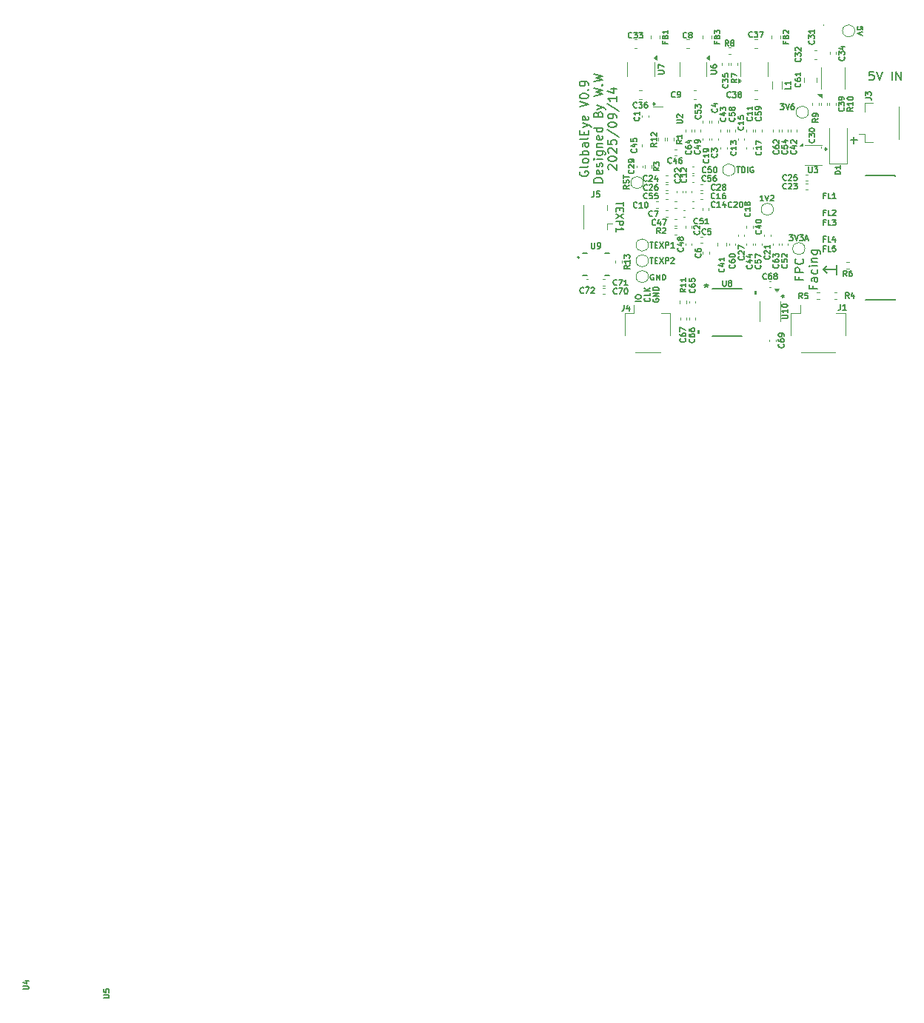
<source format=gbr>
G04 #@! TF.GenerationSoftware,KiCad,Pcbnew,8.0.4*
G04 #@! TF.CreationDate,2025-09-28T15:06:51-07:00*
G04 #@! TF.ProjectId,GMAX3412_breakout,474d4158-3334-4313-925f-627265616b6f,rev?*
G04 #@! TF.SameCoordinates,Original*
G04 #@! TF.FileFunction,Legend,Top*
G04 #@! TF.FilePolarity,Positive*
%FSLAX46Y46*%
G04 Gerber Fmt 4.6, Leading zero omitted, Abs format (unit mm)*
G04 Created by KiCad (PCBNEW 8.0.4) date 2025-09-28 15:06:51*
%MOMM*%
%LPD*%
G01*
G04 APERTURE LIST*
%ADD10C,0.200000*%
%ADD11C,0.150000*%
%ADD12C,0.120000*%
%ADD13C,0.152400*%
%ADD14C,0.000000*%
%ADD15C,0.100000*%
%ADD16C,0.127000*%
G04 APERTURE END LIST*
D10*
X30400000Y-28350000D02*
X30400000Y-29450000D01*
X30400000Y-28900000D02*
X28900000Y-28900000D01*
X28900000Y-28900000D02*
X29350000Y-28500000D01*
X28900000Y-28900000D02*
X29350000Y-29350000D01*
D11*
X9076190Y-25742902D02*
X9447619Y-25742902D01*
X9261905Y-26392902D02*
X9261905Y-25742902D01*
X9664285Y-26052426D02*
X9880952Y-26052426D01*
X9973809Y-26392902D02*
X9664285Y-26392902D01*
X9664285Y-26392902D02*
X9664285Y-25742902D01*
X9664285Y-25742902D02*
X9973809Y-25742902D01*
X10190476Y-25742902D02*
X10623809Y-26392902D01*
X10623809Y-25742902D02*
X10190476Y-26392902D01*
X10871428Y-26392902D02*
X10871428Y-25742902D01*
X10871428Y-25742902D02*
X11119047Y-25742902D01*
X11119047Y-25742902D02*
X11180952Y-25773854D01*
X11180952Y-25773854D02*
X11211905Y-25804807D01*
X11211905Y-25804807D02*
X11242857Y-25866711D01*
X11242857Y-25866711D02*
X11242857Y-25959569D01*
X11242857Y-25959569D02*
X11211905Y-26021473D01*
X11211905Y-26021473D02*
X11180952Y-26052426D01*
X11180952Y-26052426D02*
X11119047Y-26083378D01*
X11119047Y-26083378D02*
X10871428Y-26083378D01*
X11861905Y-26392902D02*
X11490476Y-26392902D01*
X11676190Y-26392902D02*
X11676190Y-25742902D01*
X11676190Y-25742902D02*
X11614286Y-25835759D01*
X11614286Y-25835759D02*
X11552381Y-25897664D01*
X11552381Y-25897664D02*
X11490476Y-25928616D01*
X29067902Y-15099999D02*
X29222664Y-15099999D01*
X29160759Y-15254761D02*
X29222664Y-15099999D01*
X29222664Y-15099999D02*
X29160759Y-14945238D01*
X29346473Y-15192857D02*
X29222664Y-15099999D01*
X29222664Y-15099999D02*
X29346473Y-15007142D01*
D10*
X26123437Y-29757142D02*
X26123437Y-30090475D01*
X26647247Y-30090475D02*
X25647247Y-30090475D01*
X25647247Y-30090475D02*
X25647247Y-29614285D01*
X26647247Y-29233332D02*
X25647247Y-29233332D01*
X25647247Y-29233332D02*
X25647247Y-28852380D01*
X25647247Y-28852380D02*
X25694866Y-28757142D01*
X25694866Y-28757142D02*
X25742485Y-28709523D01*
X25742485Y-28709523D02*
X25837723Y-28661904D01*
X25837723Y-28661904D02*
X25980580Y-28661904D01*
X25980580Y-28661904D02*
X26075818Y-28709523D01*
X26075818Y-28709523D02*
X26123437Y-28757142D01*
X26123437Y-28757142D02*
X26171056Y-28852380D01*
X26171056Y-28852380D02*
X26171056Y-29233332D01*
X26552008Y-27661904D02*
X26599628Y-27709523D01*
X26599628Y-27709523D02*
X26647247Y-27852380D01*
X26647247Y-27852380D02*
X26647247Y-27947618D01*
X26647247Y-27947618D02*
X26599628Y-28090475D01*
X26599628Y-28090475D02*
X26504389Y-28185713D01*
X26504389Y-28185713D02*
X26409151Y-28233332D01*
X26409151Y-28233332D02*
X26218675Y-28280951D01*
X26218675Y-28280951D02*
X26075818Y-28280951D01*
X26075818Y-28280951D02*
X25885342Y-28233332D01*
X25885342Y-28233332D02*
X25790104Y-28185713D01*
X25790104Y-28185713D02*
X25694866Y-28090475D01*
X25694866Y-28090475D02*
X25647247Y-27947618D01*
X25647247Y-27947618D02*
X25647247Y-27852380D01*
X25647247Y-27852380D02*
X25694866Y-27709523D01*
X25694866Y-27709523D02*
X25742485Y-27661904D01*
X27733381Y-30780952D02*
X27733381Y-31114285D01*
X28257191Y-31114285D02*
X27257191Y-31114285D01*
X27257191Y-31114285D02*
X27257191Y-30638095D01*
X28257191Y-29828571D02*
X27733381Y-29828571D01*
X27733381Y-29828571D02*
X27638143Y-29876190D01*
X27638143Y-29876190D02*
X27590524Y-29971428D01*
X27590524Y-29971428D02*
X27590524Y-30161904D01*
X27590524Y-30161904D02*
X27638143Y-30257142D01*
X28209572Y-29828571D02*
X28257191Y-29923809D01*
X28257191Y-29923809D02*
X28257191Y-30161904D01*
X28257191Y-30161904D02*
X28209572Y-30257142D01*
X28209572Y-30257142D02*
X28114333Y-30304761D01*
X28114333Y-30304761D02*
X28019095Y-30304761D01*
X28019095Y-30304761D02*
X27923857Y-30257142D01*
X27923857Y-30257142D02*
X27876238Y-30161904D01*
X27876238Y-30161904D02*
X27876238Y-29923809D01*
X27876238Y-29923809D02*
X27828619Y-29828571D01*
X28209572Y-28923809D02*
X28257191Y-29019047D01*
X28257191Y-29019047D02*
X28257191Y-29209523D01*
X28257191Y-29209523D02*
X28209572Y-29304761D01*
X28209572Y-29304761D02*
X28161952Y-29352380D01*
X28161952Y-29352380D02*
X28066714Y-29399999D01*
X28066714Y-29399999D02*
X27781000Y-29399999D01*
X27781000Y-29399999D02*
X27685762Y-29352380D01*
X27685762Y-29352380D02*
X27638143Y-29304761D01*
X27638143Y-29304761D02*
X27590524Y-29209523D01*
X27590524Y-29209523D02*
X27590524Y-29019047D01*
X27590524Y-29019047D02*
X27638143Y-28923809D01*
X28257191Y-28495237D02*
X27590524Y-28495237D01*
X27257191Y-28495237D02*
X27304810Y-28542856D01*
X27304810Y-28542856D02*
X27352429Y-28495237D01*
X27352429Y-28495237D02*
X27304810Y-28447618D01*
X27304810Y-28447618D02*
X27257191Y-28495237D01*
X27257191Y-28495237D02*
X27352429Y-28495237D01*
X27590524Y-28019047D02*
X28257191Y-28019047D01*
X27685762Y-28019047D02*
X27638143Y-27971428D01*
X27638143Y-27971428D02*
X27590524Y-27876190D01*
X27590524Y-27876190D02*
X27590524Y-27733333D01*
X27590524Y-27733333D02*
X27638143Y-27638095D01*
X27638143Y-27638095D02*
X27733381Y-27590476D01*
X27733381Y-27590476D02*
X28257191Y-27590476D01*
X27590524Y-26685714D02*
X28400048Y-26685714D01*
X28400048Y-26685714D02*
X28495286Y-26733333D01*
X28495286Y-26733333D02*
X28542905Y-26780952D01*
X28542905Y-26780952D02*
X28590524Y-26876190D01*
X28590524Y-26876190D02*
X28590524Y-27019047D01*
X28590524Y-27019047D02*
X28542905Y-27114285D01*
X28209572Y-26685714D02*
X28257191Y-26780952D01*
X28257191Y-26780952D02*
X28257191Y-26971428D01*
X28257191Y-26971428D02*
X28209572Y-27066666D01*
X28209572Y-27066666D02*
X28161952Y-27114285D01*
X28161952Y-27114285D02*
X28066714Y-27161904D01*
X28066714Y-27161904D02*
X27781000Y-27161904D01*
X27781000Y-27161904D02*
X27685762Y-27114285D01*
X27685762Y-27114285D02*
X27638143Y-27066666D01*
X27638143Y-27066666D02*
X27590524Y-26971428D01*
X27590524Y-26971428D02*
X27590524Y-26780952D01*
X27590524Y-26780952D02*
X27638143Y-26685714D01*
D11*
X19009523Y-17142902D02*
X19380952Y-17142902D01*
X19195238Y-17792902D02*
X19195238Y-17142902D01*
X19597618Y-17792902D02*
X19597618Y-17142902D01*
X19597618Y-17142902D02*
X19752380Y-17142902D01*
X19752380Y-17142902D02*
X19845237Y-17173854D01*
X19845237Y-17173854D02*
X19907142Y-17235759D01*
X19907142Y-17235759D02*
X19938095Y-17297664D01*
X19938095Y-17297664D02*
X19969047Y-17421473D01*
X19969047Y-17421473D02*
X19969047Y-17514330D01*
X19969047Y-17514330D02*
X19938095Y-17638140D01*
X19938095Y-17638140D02*
X19907142Y-17700045D01*
X19907142Y-17700045D02*
X19845237Y-17761950D01*
X19845237Y-17761950D02*
X19752380Y-17792902D01*
X19752380Y-17792902D02*
X19597618Y-17792902D01*
X20247618Y-17792902D02*
X20247618Y-17142902D01*
X20897619Y-17173854D02*
X20835714Y-17142902D01*
X20835714Y-17142902D02*
X20742857Y-17142902D01*
X20742857Y-17142902D02*
X20650000Y-17173854D01*
X20650000Y-17173854D02*
X20588095Y-17235759D01*
X20588095Y-17235759D02*
X20557142Y-17297664D01*
X20557142Y-17297664D02*
X20526190Y-17421473D01*
X20526190Y-17421473D02*
X20526190Y-17514330D01*
X20526190Y-17514330D02*
X20557142Y-17638140D01*
X20557142Y-17638140D02*
X20588095Y-17700045D01*
X20588095Y-17700045D02*
X20650000Y-17761950D01*
X20650000Y-17761950D02*
X20742857Y-17792902D01*
X20742857Y-17792902D02*
X20804761Y-17792902D01*
X20804761Y-17792902D02*
X20897619Y-17761950D01*
X20897619Y-17761950D02*
X20928571Y-17730997D01*
X20928571Y-17730997D02*
X20928571Y-17514330D01*
X20928571Y-17514330D02*
X20804761Y-17514330D01*
X23995238Y-9942902D02*
X24397619Y-9942902D01*
X24397619Y-9942902D02*
X24180952Y-10190521D01*
X24180952Y-10190521D02*
X24273809Y-10190521D01*
X24273809Y-10190521D02*
X24335714Y-10221473D01*
X24335714Y-10221473D02*
X24366666Y-10252426D01*
X24366666Y-10252426D02*
X24397619Y-10314330D01*
X24397619Y-10314330D02*
X24397619Y-10469092D01*
X24397619Y-10469092D02*
X24366666Y-10530997D01*
X24366666Y-10530997D02*
X24335714Y-10561950D01*
X24335714Y-10561950D02*
X24273809Y-10592902D01*
X24273809Y-10592902D02*
X24088095Y-10592902D01*
X24088095Y-10592902D02*
X24026190Y-10561950D01*
X24026190Y-10561950D02*
X23995238Y-10530997D01*
X24583333Y-9942902D02*
X24800000Y-10592902D01*
X24800000Y-10592902D02*
X25016667Y-9942902D01*
X25511905Y-9942902D02*
X25388095Y-9942902D01*
X25388095Y-9942902D02*
X25326191Y-9973854D01*
X25326191Y-9973854D02*
X25295238Y-10004807D01*
X25295238Y-10004807D02*
X25233333Y-10097664D01*
X25233333Y-10097664D02*
X25202381Y-10221473D01*
X25202381Y-10221473D02*
X25202381Y-10469092D01*
X25202381Y-10469092D02*
X25233333Y-10530997D01*
X25233333Y-10530997D02*
X25264286Y-10561950D01*
X25264286Y-10561950D02*
X25326191Y-10592902D01*
X25326191Y-10592902D02*
X25450000Y-10592902D01*
X25450000Y-10592902D02*
X25511905Y-10561950D01*
X25511905Y-10561950D02*
X25542857Y-10530997D01*
X25542857Y-10530997D02*
X25573810Y-10469092D01*
X25573810Y-10469092D02*
X25573810Y-10314330D01*
X25573810Y-10314330D02*
X25542857Y-10252426D01*
X25542857Y-10252426D02*
X25511905Y-10221473D01*
X25511905Y-10221473D02*
X25450000Y-10190521D01*
X25450000Y-10190521D02*
X25326191Y-10190521D01*
X25326191Y-10190521D02*
X25264286Y-10221473D01*
X25264286Y-10221473D02*
X25233333Y-10252426D01*
X25233333Y-10252426D02*
X25202381Y-10314330D01*
X9442902Y-9924999D02*
X9597664Y-9924999D01*
X9535759Y-10079761D02*
X9597664Y-9924999D01*
X9597664Y-9924999D02*
X9535759Y-9770238D01*
X9721473Y-10017857D02*
X9597664Y-9924999D01*
X9597664Y-9924999D02*
X9721473Y-9832142D01*
X6692902Y-19255952D02*
X6383378Y-19472619D01*
X6692902Y-19627381D02*
X6042902Y-19627381D01*
X6042902Y-19627381D02*
X6042902Y-19379762D01*
X6042902Y-19379762D02*
X6073854Y-19317857D01*
X6073854Y-19317857D02*
X6104807Y-19286904D01*
X6104807Y-19286904D02*
X6166711Y-19255952D01*
X6166711Y-19255952D02*
X6259569Y-19255952D01*
X6259569Y-19255952D02*
X6321473Y-19286904D01*
X6321473Y-19286904D02*
X6352426Y-19317857D01*
X6352426Y-19317857D02*
X6383378Y-19379762D01*
X6383378Y-19379762D02*
X6383378Y-19627381D01*
X6661950Y-19008333D02*
X6692902Y-18915476D01*
X6692902Y-18915476D02*
X6692902Y-18760714D01*
X6692902Y-18760714D02*
X6661950Y-18698809D01*
X6661950Y-18698809D02*
X6630997Y-18667857D01*
X6630997Y-18667857D02*
X6569092Y-18636904D01*
X6569092Y-18636904D02*
X6507188Y-18636904D01*
X6507188Y-18636904D02*
X6445283Y-18667857D01*
X6445283Y-18667857D02*
X6414330Y-18698809D01*
X6414330Y-18698809D02*
X6383378Y-18760714D01*
X6383378Y-18760714D02*
X6352426Y-18884523D01*
X6352426Y-18884523D02*
X6321473Y-18946428D01*
X6321473Y-18946428D02*
X6290521Y-18977381D01*
X6290521Y-18977381D02*
X6228616Y-19008333D01*
X6228616Y-19008333D02*
X6166711Y-19008333D01*
X6166711Y-19008333D02*
X6104807Y-18977381D01*
X6104807Y-18977381D02*
X6073854Y-18946428D01*
X6073854Y-18946428D02*
X6042902Y-18884523D01*
X6042902Y-18884523D02*
X6042902Y-18729762D01*
X6042902Y-18729762D02*
X6073854Y-18636904D01*
X6042902Y-18451190D02*
X6042902Y-18079761D01*
X6692902Y-18265475D02*
X6042902Y-18265475D01*
D10*
X1089894Y-17680953D02*
X1042275Y-17776191D01*
X1042275Y-17776191D02*
X1042275Y-17919048D01*
X1042275Y-17919048D02*
X1089894Y-18061905D01*
X1089894Y-18061905D02*
X1185132Y-18157143D01*
X1185132Y-18157143D02*
X1280370Y-18204762D01*
X1280370Y-18204762D02*
X1470846Y-18252381D01*
X1470846Y-18252381D02*
X1613703Y-18252381D01*
X1613703Y-18252381D02*
X1804179Y-18204762D01*
X1804179Y-18204762D02*
X1899417Y-18157143D01*
X1899417Y-18157143D02*
X1994656Y-18061905D01*
X1994656Y-18061905D02*
X2042275Y-17919048D01*
X2042275Y-17919048D02*
X2042275Y-17823810D01*
X2042275Y-17823810D02*
X1994656Y-17680953D01*
X1994656Y-17680953D02*
X1947036Y-17633334D01*
X1947036Y-17633334D02*
X1613703Y-17633334D01*
X1613703Y-17633334D02*
X1613703Y-17823810D01*
X2042275Y-17061905D02*
X1994656Y-17157143D01*
X1994656Y-17157143D02*
X1899417Y-17204762D01*
X1899417Y-17204762D02*
X1042275Y-17204762D01*
X2042275Y-16538095D02*
X1994656Y-16633333D01*
X1994656Y-16633333D02*
X1947036Y-16680952D01*
X1947036Y-16680952D02*
X1851798Y-16728571D01*
X1851798Y-16728571D02*
X1566084Y-16728571D01*
X1566084Y-16728571D02*
X1470846Y-16680952D01*
X1470846Y-16680952D02*
X1423227Y-16633333D01*
X1423227Y-16633333D02*
X1375608Y-16538095D01*
X1375608Y-16538095D02*
X1375608Y-16395238D01*
X1375608Y-16395238D02*
X1423227Y-16300000D01*
X1423227Y-16300000D02*
X1470846Y-16252381D01*
X1470846Y-16252381D02*
X1566084Y-16204762D01*
X1566084Y-16204762D02*
X1851798Y-16204762D01*
X1851798Y-16204762D02*
X1947036Y-16252381D01*
X1947036Y-16252381D02*
X1994656Y-16300000D01*
X1994656Y-16300000D02*
X2042275Y-16395238D01*
X2042275Y-16395238D02*
X2042275Y-16538095D01*
X2042275Y-15776190D02*
X1042275Y-15776190D01*
X1423227Y-15776190D02*
X1375608Y-15680952D01*
X1375608Y-15680952D02*
X1375608Y-15490476D01*
X1375608Y-15490476D02*
X1423227Y-15395238D01*
X1423227Y-15395238D02*
X1470846Y-15347619D01*
X1470846Y-15347619D02*
X1566084Y-15300000D01*
X1566084Y-15300000D02*
X1851798Y-15300000D01*
X1851798Y-15300000D02*
X1947036Y-15347619D01*
X1947036Y-15347619D02*
X1994656Y-15395238D01*
X1994656Y-15395238D02*
X2042275Y-15490476D01*
X2042275Y-15490476D02*
X2042275Y-15680952D01*
X2042275Y-15680952D02*
X1994656Y-15776190D01*
X2042275Y-14442857D02*
X1518465Y-14442857D01*
X1518465Y-14442857D02*
X1423227Y-14490476D01*
X1423227Y-14490476D02*
X1375608Y-14585714D01*
X1375608Y-14585714D02*
X1375608Y-14776190D01*
X1375608Y-14776190D02*
X1423227Y-14871428D01*
X1994656Y-14442857D02*
X2042275Y-14538095D01*
X2042275Y-14538095D02*
X2042275Y-14776190D01*
X2042275Y-14776190D02*
X1994656Y-14871428D01*
X1994656Y-14871428D02*
X1899417Y-14919047D01*
X1899417Y-14919047D02*
X1804179Y-14919047D01*
X1804179Y-14919047D02*
X1708941Y-14871428D01*
X1708941Y-14871428D02*
X1661322Y-14776190D01*
X1661322Y-14776190D02*
X1661322Y-14538095D01*
X1661322Y-14538095D02*
X1613703Y-14442857D01*
X2042275Y-13823809D02*
X1994656Y-13919047D01*
X1994656Y-13919047D02*
X1899417Y-13966666D01*
X1899417Y-13966666D02*
X1042275Y-13966666D01*
X1518465Y-13442856D02*
X1518465Y-13109523D01*
X2042275Y-12966666D02*
X2042275Y-13442856D01*
X2042275Y-13442856D02*
X1042275Y-13442856D01*
X1042275Y-13442856D02*
X1042275Y-12966666D01*
X1375608Y-12633332D02*
X2042275Y-12395237D01*
X1375608Y-12157142D02*
X2042275Y-12395237D01*
X2042275Y-12395237D02*
X2280370Y-12490475D01*
X2280370Y-12490475D02*
X2327989Y-12538094D01*
X2327989Y-12538094D02*
X2375608Y-12633332D01*
X1994656Y-11395237D02*
X2042275Y-11490475D01*
X2042275Y-11490475D02*
X2042275Y-11680951D01*
X2042275Y-11680951D02*
X1994656Y-11776189D01*
X1994656Y-11776189D02*
X1899417Y-11823808D01*
X1899417Y-11823808D02*
X1518465Y-11823808D01*
X1518465Y-11823808D02*
X1423227Y-11776189D01*
X1423227Y-11776189D02*
X1375608Y-11680951D01*
X1375608Y-11680951D02*
X1375608Y-11490475D01*
X1375608Y-11490475D02*
X1423227Y-11395237D01*
X1423227Y-11395237D02*
X1518465Y-11347618D01*
X1518465Y-11347618D02*
X1613703Y-11347618D01*
X1613703Y-11347618D02*
X1708941Y-11823808D01*
X1042275Y-10299998D02*
X2042275Y-9966665D01*
X2042275Y-9966665D02*
X1042275Y-9633332D01*
X1042275Y-9109522D02*
X1042275Y-9014284D01*
X1042275Y-9014284D02*
X1089894Y-8919046D01*
X1089894Y-8919046D02*
X1137513Y-8871427D01*
X1137513Y-8871427D02*
X1232751Y-8823808D01*
X1232751Y-8823808D02*
X1423227Y-8776189D01*
X1423227Y-8776189D02*
X1661322Y-8776189D01*
X1661322Y-8776189D02*
X1851798Y-8823808D01*
X1851798Y-8823808D02*
X1947036Y-8871427D01*
X1947036Y-8871427D02*
X1994656Y-8919046D01*
X1994656Y-8919046D02*
X2042275Y-9014284D01*
X2042275Y-9014284D02*
X2042275Y-9109522D01*
X2042275Y-9109522D02*
X1994656Y-9204760D01*
X1994656Y-9204760D02*
X1947036Y-9252379D01*
X1947036Y-9252379D02*
X1851798Y-9299998D01*
X1851798Y-9299998D02*
X1661322Y-9347617D01*
X1661322Y-9347617D02*
X1423227Y-9347617D01*
X1423227Y-9347617D02*
X1232751Y-9299998D01*
X1232751Y-9299998D02*
X1137513Y-9252379D01*
X1137513Y-9252379D02*
X1089894Y-9204760D01*
X1089894Y-9204760D02*
X1042275Y-9109522D01*
X1947036Y-8347617D02*
X1994656Y-8299998D01*
X1994656Y-8299998D02*
X2042275Y-8347617D01*
X2042275Y-8347617D02*
X1994656Y-8395236D01*
X1994656Y-8395236D02*
X1947036Y-8347617D01*
X1947036Y-8347617D02*
X2042275Y-8347617D01*
X2042275Y-7823808D02*
X2042275Y-7633332D01*
X2042275Y-7633332D02*
X1994656Y-7538094D01*
X1994656Y-7538094D02*
X1947036Y-7490475D01*
X1947036Y-7490475D02*
X1804179Y-7395237D01*
X1804179Y-7395237D02*
X1613703Y-7347618D01*
X1613703Y-7347618D02*
X1232751Y-7347618D01*
X1232751Y-7347618D02*
X1137513Y-7395237D01*
X1137513Y-7395237D02*
X1089894Y-7442856D01*
X1089894Y-7442856D02*
X1042275Y-7538094D01*
X1042275Y-7538094D02*
X1042275Y-7728570D01*
X1042275Y-7728570D02*
X1089894Y-7823808D01*
X1089894Y-7823808D02*
X1137513Y-7871427D01*
X1137513Y-7871427D02*
X1232751Y-7919046D01*
X1232751Y-7919046D02*
X1470846Y-7919046D01*
X1470846Y-7919046D02*
X1566084Y-7871427D01*
X1566084Y-7871427D02*
X1613703Y-7823808D01*
X1613703Y-7823808D02*
X1661322Y-7728570D01*
X1661322Y-7728570D02*
X1661322Y-7538094D01*
X1661322Y-7538094D02*
X1613703Y-7442856D01*
X1613703Y-7442856D02*
X1566084Y-7395237D01*
X1566084Y-7395237D02*
X1470846Y-7347618D01*
X3652219Y-18942856D02*
X2652219Y-18942856D01*
X2652219Y-18942856D02*
X2652219Y-18704761D01*
X2652219Y-18704761D02*
X2699838Y-18561904D01*
X2699838Y-18561904D02*
X2795076Y-18466666D01*
X2795076Y-18466666D02*
X2890314Y-18419047D01*
X2890314Y-18419047D02*
X3080790Y-18371428D01*
X3080790Y-18371428D02*
X3223647Y-18371428D01*
X3223647Y-18371428D02*
X3414123Y-18419047D01*
X3414123Y-18419047D02*
X3509361Y-18466666D01*
X3509361Y-18466666D02*
X3604600Y-18561904D01*
X3604600Y-18561904D02*
X3652219Y-18704761D01*
X3652219Y-18704761D02*
X3652219Y-18942856D01*
X3604600Y-17561904D02*
X3652219Y-17657142D01*
X3652219Y-17657142D02*
X3652219Y-17847618D01*
X3652219Y-17847618D02*
X3604600Y-17942856D01*
X3604600Y-17942856D02*
X3509361Y-17990475D01*
X3509361Y-17990475D02*
X3128409Y-17990475D01*
X3128409Y-17990475D02*
X3033171Y-17942856D01*
X3033171Y-17942856D02*
X2985552Y-17847618D01*
X2985552Y-17847618D02*
X2985552Y-17657142D01*
X2985552Y-17657142D02*
X3033171Y-17561904D01*
X3033171Y-17561904D02*
X3128409Y-17514285D01*
X3128409Y-17514285D02*
X3223647Y-17514285D01*
X3223647Y-17514285D02*
X3318885Y-17990475D01*
X3604600Y-17133332D02*
X3652219Y-17038094D01*
X3652219Y-17038094D02*
X3652219Y-16847618D01*
X3652219Y-16847618D02*
X3604600Y-16752380D01*
X3604600Y-16752380D02*
X3509361Y-16704761D01*
X3509361Y-16704761D02*
X3461742Y-16704761D01*
X3461742Y-16704761D02*
X3366504Y-16752380D01*
X3366504Y-16752380D02*
X3318885Y-16847618D01*
X3318885Y-16847618D02*
X3318885Y-16990475D01*
X3318885Y-16990475D02*
X3271266Y-17085713D01*
X3271266Y-17085713D02*
X3176028Y-17133332D01*
X3176028Y-17133332D02*
X3128409Y-17133332D01*
X3128409Y-17133332D02*
X3033171Y-17085713D01*
X3033171Y-17085713D02*
X2985552Y-16990475D01*
X2985552Y-16990475D02*
X2985552Y-16847618D01*
X2985552Y-16847618D02*
X3033171Y-16752380D01*
X3652219Y-16276189D02*
X2985552Y-16276189D01*
X2652219Y-16276189D02*
X2699838Y-16323808D01*
X2699838Y-16323808D02*
X2747457Y-16276189D01*
X2747457Y-16276189D02*
X2699838Y-16228570D01*
X2699838Y-16228570D02*
X2652219Y-16276189D01*
X2652219Y-16276189D02*
X2747457Y-16276189D01*
X2985552Y-15371428D02*
X3795076Y-15371428D01*
X3795076Y-15371428D02*
X3890314Y-15419047D01*
X3890314Y-15419047D02*
X3937933Y-15466666D01*
X3937933Y-15466666D02*
X3985552Y-15561904D01*
X3985552Y-15561904D02*
X3985552Y-15704761D01*
X3985552Y-15704761D02*
X3937933Y-15799999D01*
X3604600Y-15371428D02*
X3652219Y-15466666D01*
X3652219Y-15466666D02*
X3652219Y-15657142D01*
X3652219Y-15657142D02*
X3604600Y-15752380D01*
X3604600Y-15752380D02*
X3556980Y-15799999D01*
X3556980Y-15799999D02*
X3461742Y-15847618D01*
X3461742Y-15847618D02*
X3176028Y-15847618D01*
X3176028Y-15847618D02*
X3080790Y-15799999D01*
X3080790Y-15799999D02*
X3033171Y-15752380D01*
X3033171Y-15752380D02*
X2985552Y-15657142D01*
X2985552Y-15657142D02*
X2985552Y-15466666D01*
X2985552Y-15466666D02*
X3033171Y-15371428D01*
X2985552Y-14895237D02*
X3652219Y-14895237D01*
X3080790Y-14895237D02*
X3033171Y-14847618D01*
X3033171Y-14847618D02*
X2985552Y-14752380D01*
X2985552Y-14752380D02*
X2985552Y-14609523D01*
X2985552Y-14609523D02*
X3033171Y-14514285D01*
X3033171Y-14514285D02*
X3128409Y-14466666D01*
X3128409Y-14466666D02*
X3652219Y-14466666D01*
X3604600Y-13609523D02*
X3652219Y-13704761D01*
X3652219Y-13704761D02*
X3652219Y-13895237D01*
X3652219Y-13895237D02*
X3604600Y-13990475D01*
X3604600Y-13990475D02*
X3509361Y-14038094D01*
X3509361Y-14038094D02*
X3128409Y-14038094D01*
X3128409Y-14038094D02*
X3033171Y-13990475D01*
X3033171Y-13990475D02*
X2985552Y-13895237D01*
X2985552Y-13895237D02*
X2985552Y-13704761D01*
X2985552Y-13704761D02*
X3033171Y-13609523D01*
X3033171Y-13609523D02*
X3128409Y-13561904D01*
X3128409Y-13561904D02*
X3223647Y-13561904D01*
X3223647Y-13561904D02*
X3318885Y-14038094D01*
X3652219Y-12704761D02*
X2652219Y-12704761D01*
X3604600Y-12704761D02*
X3652219Y-12799999D01*
X3652219Y-12799999D02*
X3652219Y-12990475D01*
X3652219Y-12990475D02*
X3604600Y-13085713D01*
X3604600Y-13085713D02*
X3556980Y-13133332D01*
X3556980Y-13133332D02*
X3461742Y-13180951D01*
X3461742Y-13180951D02*
X3176028Y-13180951D01*
X3176028Y-13180951D02*
X3080790Y-13133332D01*
X3080790Y-13133332D02*
X3033171Y-13085713D01*
X3033171Y-13085713D02*
X2985552Y-12990475D01*
X2985552Y-12990475D02*
X2985552Y-12799999D01*
X2985552Y-12799999D02*
X3033171Y-12704761D01*
X3128409Y-11133332D02*
X3176028Y-10990475D01*
X3176028Y-10990475D02*
X3223647Y-10942856D01*
X3223647Y-10942856D02*
X3318885Y-10895237D01*
X3318885Y-10895237D02*
X3461742Y-10895237D01*
X3461742Y-10895237D02*
X3556980Y-10942856D01*
X3556980Y-10942856D02*
X3604600Y-10990475D01*
X3604600Y-10990475D02*
X3652219Y-11085713D01*
X3652219Y-11085713D02*
X3652219Y-11466665D01*
X3652219Y-11466665D02*
X2652219Y-11466665D01*
X2652219Y-11466665D02*
X2652219Y-11133332D01*
X2652219Y-11133332D02*
X2699838Y-11038094D01*
X2699838Y-11038094D02*
X2747457Y-10990475D01*
X2747457Y-10990475D02*
X2842695Y-10942856D01*
X2842695Y-10942856D02*
X2937933Y-10942856D01*
X2937933Y-10942856D02*
X3033171Y-10990475D01*
X3033171Y-10990475D02*
X3080790Y-11038094D01*
X3080790Y-11038094D02*
X3128409Y-11133332D01*
X3128409Y-11133332D02*
X3128409Y-11466665D01*
X2985552Y-10561903D02*
X3652219Y-10323808D01*
X2985552Y-10085713D02*
X3652219Y-10323808D01*
X3652219Y-10323808D02*
X3890314Y-10419046D01*
X3890314Y-10419046D02*
X3937933Y-10466665D01*
X3937933Y-10466665D02*
X3985552Y-10561903D01*
X2652219Y-9038093D02*
X3652219Y-8799998D01*
X3652219Y-8799998D02*
X2937933Y-8609522D01*
X2937933Y-8609522D02*
X3652219Y-8419046D01*
X3652219Y-8419046D02*
X2652219Y-8180951D01*
X3556980Y-7799998D02*
X3604600Y-7752379D01*
X3604600Y-7752379D02*
X3652219Y-7799998D01*
X3652219Y-7799998D02*
X3604600Y-7847617D01*
X3604600Y-7847617D02*
X3556980Y-7799998D01*
X3556980Y-7799998D02*
X3652219Y-7799998D01*
X2652219Y-7419046D02*
X3652219Y-7180951D01*
X3652219Y-7180951D02*
X2937933Y-6990475D01*
X2937933Y-6990475D02*
X3652219Y-6799999D01*
X3652219Y-6799999D02*
X2652219Y-6561904D01*
X4357401Y-17466666D02*
X4309782Y-17419047D01*
X4309782Y-17419047D02*
X4262163Y-17323809D01*
X4262163Y-17323809D02*
X4262163Y-17085714D01*
X4262163Y-17085714D02*
X4309782Y-16990476D01*
X4309782Y-16990476D02*
X4357401Y-16942857D01*
X4357401Y-16942857D02*
X4452639Y-16895238D01*
X4452639Y-16895238D02*
X4547877Y-16895238D01*
X4547877Y-16895238D02*
X4690734Y-16942857D01*
X4690734Y-16942857D02*
X5262163Y-17514285D01*
X5262163Y-17514285D02*
X5262163Y-16895238D01*
X4262163Y-16276190D02*
X4262163Y-16180952D01*
X4262163Y-16180952D02*
X4309782Y-16085714D01*
X4309782Y-16085714D02*
X4357401Y-16038095D01*
X4357401Y-16038095D02*
X4452639Y-15990476D01*
X4452639Y-15990476D02*
X4643115Y-15942857D01*
X4643115Y-15942857D02*
X4881210Y-15942857D01*
X4881210Y-15942857D02*
X5071686Y-15990476D01*
X5071686Y-15990476D02*
X5166924Y-16038095D01*
X5166924Y-16038095D02*
X5214544Y-16085714D01*
X5214544Y-16085714D02*
X5262163Y-16180952D01*
X5262163Y-16180952D02*
X5262163Y-16276190D01*
X5262163Y-16276190D02*
X5214544Y-16371428D01*
X5214544Y-16371428D02*
X5166924Y-16419047D01*
X5166924Y-16419047D02*
X5071686Y-16466666D01*
X5071686Y-16466666D02*
X4881210Y-16514285D01*
X4881210Y-16514285D02*
X4643115Y-16514285D01*
X4643115Y-16514285D02*
X4452639Y-16466666D01*
X4452639Y-16466666D02*
X4357401Y-16419047D01*
X4357401Y-16419047D02*
X4309782Y-16371428D01*
X4309782Y-16371428D02*
X4262163Y-16276190D01*
X4357401Y-15561904D02*
X4309782Y-15514285D01*
X4309782Y-15514285D02*
X4262163Y-15419047D01*
X4262163Y-15419047D02*
X4262163Y-15180952D01*
X4262163Y-15180952D02*
X4309782Y-15085714D01*
X4309782Y-15085714D02*
X4357401Y-15038095D01*
X4357401Y-15038095D02*
X4452639Y-14990476D01*
X4452639Y-14990476D02*
X4547877Y-14990476D01*
X4547877Y-14990476D02*
X4690734Y-15038095D01*
X4690734Y-15038095D02*
X5262163Y-15609523D01*
X5262163Y-15609523D02*
X5262163Y-14990476D01*
X4262163Y-14085714D02*
X4262163Y-14561904D01*
X4262163Y-14561904D02*
X4738353Y-14609523D01*
X4738353Y-14609523D02*
X4690734Y-14561904D01*
X4690734Y-14561904D02*
X4643115Y-14466666D01*
X4643115Y-14466666D02*
X4643115Y-14228571D01*
X4643115Y-14228571D02*
X4690734Y-14133333D01*
X4690734Y-14133333D02*
X4738353Y-14085714D01*
X4738353Y-14085714D02*
X4833591Y-14038095D01*
X4833591Y-14038095D02*
X5071686Y-14038095D01*
X5071686Y-14038095D02*
X5166924Y-14085714D01*
X5166924Y-14085714D02*
X5214544Y-14133333D01*
X5214544Y-14133333D02*
X5262163Y-14228571D01*
X5262163Y-14228571D02*
X5262163Y-14466666D01*
X5262163Y-14466666D02*
X5214544Y-14561904D01*
X5214544Y-14561904D02*
X5166924Y-14609523D01*
X4214544Y-12895238D02*
X5500258Y-13752380D01*
X4262163Y-12371428D02*
X4262163Y-12276190D01*
X4262163Y-12276190D02*
X4309782Y-12180952D01*
X4309782Y-12180952D02*
X4357401Y-12133333D01*
X4357401Y-12133333D02*
X4452639Y-12085714D01*
X4452639Y-12085714D02*
X4643115Y-12038095D01*
X4643115Y-12038095D02*
X4881210Y-12038095D01*
X4881210Y-12038095D02*
X5071686Y-12085714D01*
X5071686Y-12085714D02*
X5166924Y-12133333D01*
X5166924Y-12133333D02*
X5214544Y-12180952D01*
X5214544Y-12180952D02*
X5262163Y-12276190D01*
X5262163Y-12276190D02*
X5262163Y-12371428D01*
X5262163Y-12371428D02*
X5214544Y-12466666D01*
X5214544Y-12466666D02*
X5166924Y-12514285D01*
X5166924Y-12514285D02*
X5071686Y-12561904D01*
X5071686Y-12561904D02*
X4881210Y-12609523D01*
X4881210Y-12609523D02*
X4643115Y-12609523D01*
X4643115Y-12609523D02*
X4452639Y-12561904D01*
X4452639Y-12561904D02*
X4357401Y-12514285D01*
X4357401Y-12514285D02*
X4309782Y-12466666D01*
X4309782Y-12466666D02*
X4262163Y-12371428D01*
X5262163Y-11561904D02*
X5262163Y-11371428D01*
X5262163Y-11371428D02*
X5214544Y-11276190D01*
X5214544Y-11276190D02*
X5166924Y-11228571D01*
X5166924Y-11228571D02*
X5024067Y-11133333D01*
X5024067Y-11133333D02*
X4833591Y-11085714D01*
X4833591Y-11085714D02*
X4452639Y-11085714D01*
X4452639Y-11085714D02*
X4357401Y-11133333D01*
X4357401Y-11133333D02*
X4309782Y-11180952D01*
X4309782Y-11180952D02*
X4262163Y-11276190D01*
X4262163Y-11276190D02*
X4262163Y-11466666D01*
X4262163Y-11466666D02*
X4309782Y-11561904D01*
X4309782Y-11561904D02*
X4357401Y-11609523D01*
X4357401Y-11609523D02*
X4452639Y-11657142D01*
X4452639Y-11657142D02*
X4690734Y-11657142D01*
X4690734Y-11657142D02*
X4785972Y-11609523D01*
X4785972Y-11609523D02*
X4833591Y-11561904D01*
X4833591Y-11561904D02*
X4881210Y-11466666D01*
X4881210Y-11466666D02*
X4881210Y-11276190D01*
X4881210Y-11276190D02*
X4833591Y-11180952D01*
X4833591Y-11180952D02*
X4785972Y-11133333D01*
X4785972Y-11133333D02*
X4690734Y-11085714D01*
X4214544Y-9942857D02*
X5500258Y-10799999D01*
X5262163Y-9085714D02*
X5262163Y-9657142D01*
X5262163Y-9371428D02*
X4262163Y-9371428D01*
X4262163Y-9371428D02*
X4405020Y-9466666D01*
X4405020Y-9466666D02*
X4500258Y-9561904D01*
X4500258Y-9561904D02*
X4547877Y-9657142D01*
X4595496Y-8228571D02*
X5262163Y-8228571D01*
X4214544Y-8466666D02*
X4928829Y-8704761D01*
X4928829Y-8704761D02*
X4928829Y-8085714D01*
D11*
X9504762Y-29473854D02*
X9442857Y-29442902D01*
X9442857Y-29442902D02*
X9350000Y-29442902D01*
X9350000Y-29442902D02*
X9257143Y-29473854D01*
X9257143Y-29473854D02*
X9195238Y-29535759D01*
X9195238Y-29535759D02*
X9164285Y-29597664D01*
X9164285Y-29597664D02*
X9133333Y-29721473D01*
X9133333Y-29721473D02*
X9133333Y-29814330D01*
X9133333Y-29814330D02*
X9164285Y-29938140D01*
X9164285Y-29938140D02*
X9195238Y-30000045D01*
X9195238Y-30000045D02*
X9257143Y-30061950D01*
X9257143Y-30061950D02*
X9350000Y-30092902D01*
X9350000Y-30092902D02*
X9411904Y-30092902D01*
X9411904Y-30092902D02*
X9504762Y-30061950D01*
X9504762Y-30061950D02*
X9535714Y-30030997D01*
X9535714Y-30030997D02*
X9535714Y-29814330D01*
X9535714Y-29814330D02*
X9411904Y-29814330D01*
X9814285Y-30092902D02*
X9814285Y-29442902D01*
X9814285Y-29442902D02*
X10185714Y-30092902D01*
X10185714Y-30092902D02*
X10185714Y-29442902D01*
X10495237Y-30092902D02*
X10495237Y-29442902D01*
X10495237Y-29442902D02*
X10649999Y-29442902D01*
X10649999Y-29442902D02*
X10742856Y-29473854D01*
X10742856Y-29473854D02*
X10804761Y-29535759D01*
X10804761Y-29535759D02*
X10835714Y-29597664D01*
X10835714Y-29597664D02*
X10866666Y-29721473D01*
X10866666Y-29721473D02*
X10866666Y-29814330D01*
X10866666Y-29814330D02*
X10835714Y-29938140D01*
X10835714Y-29938140D02*
X10804761Y-30000045D01*
X10804761Y-30000045D02*
X10742856Y-30061950D01*
X10742856Y-30061950D02*
X10649999Y-30092902D01*
X10649999Y-30092902D02*
X10495237Y-30092902D01*
X8067902Y-32515476D02*
X7417902Y-32515476D01*
X7417902Y-32082142D02*
X7417902Y-31958333D01*
X7417902Y-31958333D02*
X7448854Y-31896428D01*
X7448854Y-31896428D02*
X7510759Y-31834523D01*
X7510759Y-31834523D02*
X7634569Y-31803571D01*
X7634569Y-31803571D02*
X7851235Y-31803571D01*
X7851235Y-31803571D02*
X7975045Y-31834523D01*
X7975045Y-31834523D02*
X8036950Y-31896428D01*
X8036950Y-31896428D02*
X8067902Y-31958333D01*
X8067902Y-31958333D02*
X8067902Y-32082142D01*
X8067902Y-32082142D02*
X8036950Y-32144047D01*
X8036950Y-32144047D02*
X7975045Y-32205952D01*
X7975045Y-32205952D02*
X7851235Y-32236904D01*
X7851235Y-32236904D02*
X7634569Y-32236904D01*
X7634569Y-32236904D02*
X7510759Y-32205952D01*
X7510759Y-32205952D02*
X7448854Y-32144047D01*
X7448854Y-32144047D02*
X7417902Y-32082142D01*
X9469137Y-32245237D02*
X9438185Y-32307142D01*
X9438185Y-32307142D02*
X9438185Y-32399999D01*
X9438185Y-32399999D02*
X9469137Y-32492856D01*
X9469137Y-32492856D02*
X9531042Y-32554761D01*
X9531042Y-32554761D02*
X9592947Y-32585714D01*
X9592947Y-32585714D02*
X9716756Y-32616666D01*
X9716756Y-32616666D02*
X9809613Y-32616666D01*
X9809613Y-32616666D02*
X9933423Y-32585714D01*
X9933423Y-32585714D02*
X9995328Y-32554761D01*
X9995328Y-32554761D02*
X10057233Y-32492856D01*
X10057233Y-32492856D02*
X10088185Y-32399999D01*
X10088185Y-32399999D02*
X10088185Y-32338095D01*
X10088185Y-32338095D02*
X10057233Y-32245237D01*
X10057233Y-32245237D02*
X10026280Y-32214285D01*
X10026280Y-32214285D02*
X9809613Y-32214285D01*
X9809613Y-32214285D02*
X9809613Y-32338095D01*
X10088185Y-31935714D02*
X9438185Y-31935714D01*
X9438185Y-31935714D02*
X10088185Y-31564285D01*
X10088185Y-31564285D02*
X9438185Y-31564285D01*
X10088185Y-31254762D02*
X9438185Y-31254762D01*
X9438185Y-31254762D02*
X9438185Y-31100000D01*
X9438185Y-31100000D02*
X9469137Y-31007143D01*
X9469137Y-31007143D02*
X9531042Y-30945238D01*
X9531042Y-30945238D02*
X9592947Y-30914285D01*
X9592947Y-30914285D02*
X9716756Y-30883333D01*
X9716756Y-30883333D02*
X9809613Y-30883333D01*
X9809613Y-30883333D02*
X9933423Y-30914285D01*
X9933423Y-30914285D02*
X9995328Y-30945238D01*
X9995328Y-30945238D02*
X10057233Y-31007143D01*
X10057233Y-31007143D02*
X10088185Y-31100000D01*
X10088185Y-31100000D02*
X10088185Y-31254762D01*
X33432097Y-1451190D02*
X33432097Y-1141666D01*
X33432097Y-1141666D02*
X33122573Y-1110714D01*
X33122573Y-1110714D02*
X33153526Y-1141666D01*
X33153526Y-1141666D02*
X33184478Y-1203571D01*
X33184478Y-1203571D02*
X33184478Y-1358333D01*
X33184478Y-1358333D02*
X33153526Y-1420238D01*
X33153526Y-1420238D02*
X33122573Y-1451190D01*
X33122573Y-1451190D02*
X33060669Y-1482143D01*
X33060669Y-1482143D02*
X32905907Y-1482143D01*
X32905907Y-1482143D02*
X32844002Y-1451190D01*
X32844002Y-1451190D02*
X32813050Y-1420238D01*
X32813050Y-1420238D02*
X32782097Y-1358333D01*
X32782097Y-1358333D02*
X32782097Y-1203571D01*
X32782097Y-1203571D02*
X32813050Y-1141666D01*
X32813050Y-1141666D02*
X32844002Y-1110714D01*
X33432097Y-1667857D02*
X32782097Y-1884524D01*
X32782097Y-1884524D02*
X33432097Y-2101191D01*
X24117902Y-31924999D02*
X24272664Y-31924999D01*
X24210759Y-32079761D02*
X24272664Y-31924999D01*
X24272664Y-31924999D02*
X24210759Y-31770238D01*
X24396473Y-32017857D02*
X24272664Y-31924999D01*
X24272664Y-31924999D02*
X24396473Y-31832142D01*
D10*
X34666666Y-6252219D02*
X34190476Y-6252219D01*
X34190476Y-6252219D02*
X34142857Y-6728409D01*
X34142857Y-6728409D02*
X34190476Y-6680790D01*
X34190476Y-6680790D02*
X34285714Y-6633171D01*
X34285714Y-6633171D02*
X34523809Y-6633171D01*
X34523809Y-6633171D02*
X34619047Y-6680790D01*
X34619047Y-6680790D02*
X34666666Y-6728409D01*
X34666666Y-6728409D02*
X34714285Y-6823647D01*
X34714285Y-6823647D02*
X34714285Y-7061742D01*
X34714285Y-7061742D02*
X34666666Y-7156980D01*
X34666666Y-7156980D02*
X34619047Y-7204600D01*
X34619047Y-7204600D02*
X34523809Y-7252219D01*
X34523809Y-7252219D02*
X34285714Y-7252219D01*
X34285714Y-7252219D02*
X34190476Y-7204600D01*
X34190476Y-7204600D02*
X34142857Y-7156980D01*
X35000000Y-6252219D02*
X35333333Y-7252219D01*
X35333333Y-7252219D02*
X35666666Y-6252219D01*
X36761905Y-7252219D02*
X36761905Y-6252219D01*
X37238095Y-7252219D02*
X37238095Y-6252219D01*
X37238095Y-6252219D02*
X37809523Y-7252219D01*
X37809523Y-7252219D02*
X37809523Y-6252219D01*
X32019048Y-14071266D02*
X32780953Y-14071266D01*
X32400000Y-14452219D02*
X32400000Y-13690314D01*
D11*
X25016666Y-24942902D02*
X25419047Y-24942902D01*
X25419047Y-24942902D02*
X25202380Y-25190521D01*
X25202380Y-25190521D02*
X25295237Y-25190521D01*
X25295237Y-25190521D02*
X25357142Y-25221473D01*
X25357142Y-25221473D02*
X25388094Y-25252426D01*
X25388094Y-25252426D02*
X25419047Y-25314330D01*
X25419047Y-25314330D02*
X25419047Y-25469092D01*
X25419047Y-25469092D02*
X25388094Y-25530997D01*
X25388094Y-25530997D02*
X25357142Y-25561950D01*
X25357142Y-25561950D02*
X25295237Y-25592902D01*
X25295237Y-25592902D02*
X25109523Y-25592902D01*
X25109523Y-25592902D02*
X25047618Y-25561950D01*
X25047618Y-25561950D02*
X25016666Y-25530997D01*
X25604761Y-24942902D02*
X25821428Y-25592902D01*
X25821428Y-25592902D02*
X26038095Y-24942902D01*
X26192857Y-24942902D02*
X26595238Y-24942902D01*
X26595238Y-24942902D02*
X26378571Y-25190521D01*
X26378571Y-25190521D02*
X26471428Y-25190521D01*
X26471428Y-25190521D02*
X26533333Y-25221473D01*
X26533333Y-25221473D02*
X26564285Y-25252426D01*
X26564285Y-25252426D02*
X26595238Y-25314330D01*
X26595238Y-25314330D02*
X26595238Y-25469092D01*
X26595238Y-25469092D02*
X26564285Y-25530997D01*
X26564285Y-25530997D02*
X26533333Y-25561950D01*
X26533333Y-25561950D02*
X26471428Y-25592902D01*
X26471428Y-25592902D02*
X26285714Y-25592902D01*
X26285714Y-25592902D02*
X26223809Y-25561950D01*
X26223809Y-25561950D02*
X26192857Y-25530997D01*
X26842857Y-25407188D02*
X27152381Y-25407188D01*
X26780952Y-25592902D02*
X26997619Y-24942902D01*
X26997619Y-24942902D02*
X27214286Y-25592902D01*
X9076190Y-27542902D02*
X9447619Y-27542902D01*
X9261905Y-28192902D02*
X9261905Y-27542902D01*
X9664285Y-27852426D02*
X9880952Y-27852426D01*
X9973809Y-28192902D02*
X9664285Y-28192902D01*
X9664285Y-28192902D02*
X9664285Y-27542902D01*
X9664285Y-27542902D02*
X9973809Y-27542902D01*
X10190476Y-27542902D02*
X10623809Y-28192902D01*
X10623809Y-27542902D02*
X10190476Y-28192902D01*
X10871428Y-28192902D02*
X10871428Y-27542902D01*
X10871428Y-27542902D02*
X11119047Y-27542902D01*
X11119047Y-27542902D02*
X11180952Y-27573854D01*
X11180952Y-27573854D02*
X11211905Y-27604807D01*
X11211905Y-27604807D02*
X11242857Y-27666711D01*
X11242857Y-27666711D02*
X11242857Y-27759569D01*
X11242857Y-27759569D02*
X11211905Y-27821473D01*
X11211905Y-27821473D02*
X11180952Y-27852426D01*
X11180952Y-27852426D02*
X11119047Y-27883378D01*
X11119047Y-27883378D02*
X10871428Y-27883378D01*
X11490476Y-27604807D02*
X11521428Y-27573854D01*
X11521428Y-27573854D02*
X11583333Y-27542902D01*
X11583333Y-27542902D02*
X11738095Y-27542902D01*
X11738095Y-27542902D02*
X11800000Y-27573854D01*
X11800000Y-27573854D02*
X11830952Y-27604807D01*
X11830952Y-27604807D02*
X11861905Y-27666711D01*
X11861905Y-27666711D02*
X11861905Y-27728616D01*
X11861905Y-27728616D02*
X11830952Y-27821473D01*
X11830952Y-27821473D02*
X11459524Y-28192902D01*
X11459524Y-28192902D02*
X11861905Y-28192902D01*
X22047619Y-21042902D02*
X21676190Y-21042902D01*
X21861904Y-21042902D02*
X21861904Y-20392902D01*
X21861904Y-20392902D02*
X21800000Y-20485759D01*
X21800000Y-20485759D02*
X21738095Y-20547664D01*
X21738095Y-20547664D02*
X21676190Y-20578616D01*
X22233333Y-20392902D02*
X22450000Y-21042902D01*
X22450000Y-21042902D02*
X22666667Y-20392902D01*
X22852381Y-20454807D02*
X22883333Y-20423854D01*
X22883333Y-20423854D02*
X22945238Y-20392902D01*
X22945238Y-20392902D02*
X23100000Y-20392902D01*
X23100000Y-20392902D02*
X23161905Y-20423854D01*
X23161905Y-20423854D02*
X23192857Y-20454807D01*
X23192857Y-20454807D02*
X23223810Y-20516711D01*
X23223810Y-20516711D02*
X23223810Y-20578616D01*
X23223810Y-20578616D02*
X23192857Y-20671473D01*
X23192857Y-20671473D02*
X22821429Y-21042902D01*
X22821429Y-21042902D02*
X23223810Y-21042902D01*
X6037704Y-21147618D02*
X6037704Y-21604761D01*
X5237704Y-21376189D02*
X6037704Y-21376189D01*
X5656752Y-21871428D02*
X5656752Y-22138094D01*
X5237704Y-22252380D02*
X5237704Y-21871428D01*
X5237704Y-21871428D02*
X6037704Y-21871428D01*
X6037704Y-21871428D02*
X6037704Y-22252380D01*
X6037704Y-22519047D02*
X5237704Y-23052381D01*
X6037704Y-23052381D02*
X5237704Y-22519047D01*
X5237704Y-23357143D02*
X6037704Y-23357143D01*
X6037704Y-23357143D02*
X6037704Y-23661905D01*
X6037704Y-23661905D02*
X5999609Y-23738095D01*
X5999609Y-23738095D02*
X5961514Y-23776190D01*
X5961514Y-23776190D02*
X5885323Y-23814286D01*
X5885323Y-23814286D02*
X5771038Y-23814286D01*
X5771038Y-23814286D02*
X5694847Y-23776190D01*
X5694847Y-23776190D02*
X5656752Y-23738095D01*
X5656752Y-23738095D02*
X5618657Y-23661905D01*
X5618657Y-23661905D02*
X5618657Y-23357143D01*
X5237704Y-24576190D02*
X5237704Y-24119047D01*
X5237704Y-24347619D02*
X6037704Y-24347619D01*
X6037704Y-24347619D02*
X5923419Y-24271428D01*
X5923419Y-24271428D02*
X5847228Y-24195238D01*
X5847228Y-24195238D02*
X5809133Y-24119047D01*
X9030997Y-32161904D02*
X9061950Y-32192856D01*
X9061950Y-32192856D02*
X9092902Y-32285714D01*
X9092902Y-32285714D02*
X9092902Y-32347618D01*
X9092902Y-32347618D02*
X9061950Y-32440475D01*
X9061950Y-32440475D02*
X9000045Y-32502380D01*
X9000045Y-32502380D02*
X8938140Y-32533333D01*
X8938140Y-32533333D02*
X8814330Y-32564285D01*
X8814330Y-32564285D02*
X8721473Y-32564285D01*
X8721473Y-32564285D02*
X8597664Y-32533333D01*
X8597664Y-32533333D02*
X8535759Y-32502380D01*
X8535759Y-32502380D02*
X8473854Y-32440475D01*
X8473854Y-32440475D02*
X8442902Y-32347618D01*
X8442902Y-32347618D02*
X8442902Y-32285714D01*
X8442902Y-32285714D02*
X8473854Y-32192856D01*
X8473854Y-32192856D02*
X8504807Y-32161904D01*
X9092902Y-31573809D02*
X9092902Y-31883333D01*
X9092902Y-31883333D02*
X8442902Y-31883333D01*
X9092902Y-31357143D02*
X8442902Y-31357143D01*
X9092902Y-30985714D02*
X8721473Y-31264285D01*
X8442902Y-30985714D02*
X8814330Y-31357143D01*
X14532142Y-23605997D02*
X14501190Y-23636950D01*
X14501190Y-23636950D02*
X14408332Y-23667902D01*
X14408332Y-23667902D02*
X14346428Y-23667902D01*
X14346428Y-23667902D02*
X14253571Y-23636950D01*
X14253571Y-23636950D02*
X14191666Y-23575045D01*
X14191666Y-23575045D02*
X14160713Y-23513140D01*
X14160713Y-23513140D02*
X14129761Y-23389330D01*
X14129761Y-23389330D02*
X14129761Y-23296473D01*
X14129761Y-23296473D02*
X14160713Y-23172664D01*
X14160713Y-23172664D02*
X14191666Y-23110759D01*
X14191666Y-23110759D02*
X14253571Y-23048854D01*
X14253571Y-23048854D02*
X14346428Y-23017902D01*
X14346428Y-23017902D02*
X14408332Y-23017902D01*
X14408332Y-23017902D02*
X14501190Y-23048854D01*
X14501190Y-23048854D02*
X14532142Y-23079807D01*
X15120237Y-23017902D02*
X14810713Y-23017902D01*
X14810713Y-23017902D02*
X14779761Y-23327426D01*
X14779761Y-23327426D02*
X14810713Y-23296473D01*
X14810713Y-23296473D02*
X14872618Y-23265521D01*
X14872618Y-23265521D02*
X15027380Y-23265521D01*
X15027380Y-23265521D02*
X15089285Y-23296473D01*
X15089285Y-23296473D02*
X15120237Y-23327426D01*
X15120237Y-23327426D02*
X15151190Y-23389330D01*
X15151190Y-23389330D02*
X15151190Y-23544092D01*
X15151190Y-23544092D02*
X15120237Y-23605997D01*
X15120237Y-23605997D02*
X15089285Y-23636950D01*
X15089285Y-23636950D02*
X15027380Y-23667902D01*
X15027380Y-23667902D02*
X14872618Y-23667902D01*
X14872618Y-23667902D02*
X14810713Y-23636950D01*
X14810713Y-23636950D02*
X14779761Y-23605997D01*
X15770238Y-23667902D02*
X15398809Y-23667902D01*
X15584523Y-23667902D02*
X15584523Y-23017902D01*
X15584523Y-23017902D02*
X15522619Y-23110759D01*
X15522619Y-23110759D02*
X15460714Y-23172664D01*
X15460714Y-23172664D02*
X15398809Y-23203616D01*
X21755997Y-24417857D02*
X21786950Y-24448809D01*
X21786950Y-24448809D02*
X21817902Y-24541667D01*
X21817902Y-24541667D02*
X21817902Y-24603571D01*
X21817902Y-24603571D02*
X21786950Y-24696428D01*
X21786950Y-24696428D02*
X21725045Y-24758333D01*
X21725045Y-24758333D02*
X21663140Y-24789286D01*
X21663140Y-24789286D02*
X21539330Y-24820238D01*
X21539330Y-24820238D02*
X21446473Y-24820238D01*
X21446473Y-24820238D02*
X21322664Y-24789286D01*
X21322664Y-24789286D02*
X21260759Y-24758333D01*
X21260759Y-24758333D02*
X21198854Y-24696428D01*
X21198854Y-24696428D02*
X21167902Y-24603571D01*
X21167902Y-24603571D02*
X21167902Y-24541667D01*
X21167902Y-24541667D02*
X21198854Y-24448809D01*
X21198854Y-24448809D02*
X21229807Y-24417857D01*
X21384569Y-23860714D02*
X21817902Y-23860714D01*
X21136950Y-24015476D02*
X21601235Y-24170238D01*
X21601235Y-24170238D02*
X21601235Y-23767857D01*
X21167902Y-23396428D02*
X21167902Y-23334523D01*
X21167902Y-23334523D02*
X21198854Y-23272619D01*
X21198854Y-23272619D02*
X21229807Y-23241666D01*
X21229807Y-23241666D02*
X21291711Y-23210714D01*
X21291711Y-23210714D02*
X21415521Y-23179761D01*
X21415521Y-23179761D02*
X21570283Y-23179761D01*
X21570283Y-23179761D02*
X21694092Y-23210714D01*
X21694092Y-23210714D02*
X21755997Y-23241666D01*
X21755997Y-23241666D02*
X21786950Y-23272619D01*
X21786950Y-23272619D02*
X21817902Y-23334523D01*
X21817902Y-23334523D02*
X21817902Y-23396428D01*
X21817902Y-23396428D02*
X21786950Y-23458333D01*
X21786950Y-23458333D02*
X21755997Y-23489285D01*
X21755997Y-23489285D02*
X21694092Y-23520238D01*
X21694092Y-23520238D02*
X21570283Y-23551190D01*
X21570283Y-23551190D02*
X21415521Y-23551190D01*
X21415521Y-23551190D02*
X21291711Y-23520238D01*
X21291711Y-23520238D02*
X21229807Y-23489285D01*
X21229807Y-23489285D02*
X21198854Y-23458333D01*
X21198854Y-23458333D02*
X21167902Y-23396428D01*
X16507142Y-19730997D02*
X16476190Y-19761950D01*
X16476190Y-19761950D02*
X16383332Y-19792902D01*
X16383332Y-19792902D02*
X16321428Y-19792902D01*
X16321428Y-19792902D02*
X16228571Y-19761950D01*
X16228571Y-19761950D02*
X16166666Y-19700045D01*
X16166666Y-19700045D02*
X16135713Y-19638140D01*
X16135713Y-19638140D02*
X16104761Y-19514330D01*
X16104761Y-19514330D02*
X16104761Y-19421473D01*
X16104761Y-19421473D02*
X16135713Y-19297664D01*
X16135713Y-19297664D02*
X16166666Y-19235759D01*
X16166666Y-19235759D02*
X16228571Y-19173854D01*
X16228571Y-19173854D02*
X16321428Y-19142902D01*
X16321428Y-19142902D02*
X16383332Y-19142902D01*
X16383332Y-19142902D02*
X16476190Y-19173854D01*
X16476190Y-19173854D02*
X16507142Y-19204807D01*
X16754761Y-19204807D02*
X16785713Y-19173854D01*
X16785713Y-19173854D02*
X16847618Y-19142902D01*
X16847618Y-19142902D02*
X17002380Y-19142902D01*
X17002380Y-19142902D02*
X17064285Y-19173854D01*
X17064285Y-19173854D02*
X17095237Y-19204807D01*
X17095237Y-19204807D02*
X17126190Y-19266711D01*
X17126190Y-19266711D02*
X17126190Y-19328616D01*
X17126190Y-19328616D02*
X17095237Y-19421473D01*
X17095237Y-19421473D02*
X16723809Y-19792902D01*
X16723809Y-19792902D02*
X17126190Y-19792902D01*
X17497619Y-19421473D02*
X17435714Y-19390521D01*
X17435714Y-19390521D02*
X17404761Y-19359569D01*
X17404761Y-19359569D02*
X17373809Y-19297664D01*
X17373809Y-19297664D02*
X17373809Y-19266711D01*
X17373809Y-19266711D02*
X17404761Y-19204807D01*
X17404761Y-19204807D02*
X17435714Y-19173854D01*
X17435714Y-19173854D02*
X17497619Y-19142902D01*
X17497619Y-19142902D02*
X17621428Y-19142902D01*
X17621428Y-19142902D02*
X17683333Y-19173854D01*
X17683333Y-19173854D02*
X17714285Y-19204807D01*
X17714285Y-19204807D02*
X17745238Y-19266711D01*
X17745238Y-19266711D02*
X17745238Y-19297664D01*
X17745238Y-19297664D02*
X17714285Y-19359569D01*
X17714285Y-19359569D02*
X17683333Y-19390521D01*
X17683333Y-19390521D02*
X17621428Y-19421473D01*
X17621428Y-19421473D02*
X17497619Y-19421473D01*
X17497619Y-19421473D02*
X17435714Y-19452426D01*
X17435714Y-19452426D02*
X17404761Y-19483378D01*
X17404761Y-19483378D02*
X17373809Y-19545283D01*
X17373809Y-19545283D02*
X17373809Y-19669092D01*
X17373809Y-19669092D02*
X17404761Y-19730997D01*
X17404761Y-19730997D02*
X17435714Y-19761950D01*
X17435714Y-19761950D02*
X17497619Y-19792902D01*
X17497619Y-19792902D02*
X17621428Y-19792902D01*
X17621428Y-19792902D02*
X17683333Y-19761950D01*
X17683333Y-19761950D02*
X17714285Y-19730997D01*
X17714285Y-19730997D02*
X17745238Y-19669092D01*
X17745238Y-19669092D02*
X17745238Y-19545283D01*
X17745238Y-19545283D02*
X17714285Y-19483378D01*
X17714285Y-19483378D02*
X17683333Y-19452426D01*
X17683333Y-19452426D02*
X17621428Y-19421473D01*
X20705997Y-28392857D02*
X20736950Y-28423809D01*
X20736950Y-28423809D02*
X20767902Y-28516667D01*
X20767902Y-28516667D02*
X20767902Y-28578571D01*
X20767902Y-28578571D02*
X20736950Y-28671428D01*
X20736950Y-28671428D02*
X20675045Y-28733333D01*
X20675045Y-28733333D02*
X20613140Y-28764286D01*
X20613140Y-28764286D02*
X20489330Y-28795238D01*
X20489330Y-28795238D02*
X20396473Y-28795238D01*
X20396473Y-28795238D02*
X20272664Y-28764286D01*
X20272664Y-28764286D02*
X20210759Y-28733333D01*
X20210759Y-28733333D02*
X20148854Y-28671428D01*
X20148854Y-28671428D02*
X20117902Y-28578571D01*
X20117902Y-28578571D02*
X20117902Y-28516667D01*
X20117902Y-28516667D02*
X20148854Y-28423809D01*
X20148854Y-28423809D02*
X20179807Y-28392857D01*
X20334569Y-27835714D02*
X20767902Y-27835714D01*
X20086950Y-27990476D02*
X20551235Y-28145238D01*
X20551235Y-28145238D02*
X20551235Y-27742857D01*
X20334569Y-27216666D02*
X20767902Y-27216666D01*
X20086950Y-27371428D02*
X20551235Y-27526190D01*
X20551235Y-27526190D02*
X20551235Y-27123809D01*
X19730997Y-12542857D02*
X19761950Y-12573809D01*
X19761950Y-12573809D02*
X19792902Y-12666667D01*
X19792902Y-12666667D02*
X19792902Y-12728571D01*
X19792902Y-12728571D02*
X19761950Y-12821428D01*
X19761950Y-12821428D02*
X19700045Y-12883333D01*
X19700045Y-12883333D02*
X19638140Y-12914286D01*
X19638140Y-12914286D02*
X19514330Y-12945238D01*
X19514330Y-12945238D02*
X19421473Y-12945238D01*
X19421473Y-12945238D02*
X19297664Y-12914286D01*
X19297664Y-12914286D02*
X19235759Y-12883333D01*
X19235759Y-12883333D02*
X19173854Y-12821428D01*
X19173854Y-12821428D02*
X19142902Y-12728571D01*
X19142902Y-12728571D02*
X19142902Y-12666667D01*
X19142902Y-12666667D02*
X19173854Y-12573809D01*
X19173854Y-12573809D02*
X19204807Y-12542857D01*
X19792902Y-11923809D02*
X19792902Y-12295238D01*
X19792902Y-12109524D02*
X19142902Y-12109524D01*
X19142902Y-12109524D02*
X19235759Y-12171428D01*
X19235759Y-12171428D02*
X19297664Y-12233333D01*
X19297664Y-12233333D02*
X19328616Y-12295238D01*
X19142902Y-11335714D02*
X19142902Y-11645238D01*
X19142902Y-11645238D02*
X19452426Y-11676190D01*
X19452426Y-11676190D02*
X19421473Y-11645238D01*
X19421473Y-11645238D02*
X19390521Y-11583333D01*
X19390521Y-11583333D02*
X19390521Y-11428571D01*
X19390521Y-11428571D02*
X19421473Y-11366666D01*
X19421473Y-11366666D02*
X19452426Y-11335714D01*
X19452426Y-11335714D02*
X19514330Y-11304761D01*
X19514330Y-11304761D02*
X19669092Y-11304761D01*
X19669092Y-11304761D02*
X19730997Y-11335714D01*
X19730997Y-11335714D02*
X19761950Y-11366666D01*
X19761950Y-11366666D02*
X19792902Y-11428571D01*
X19792902Y-11428571D02*
X19792902Y-11583333D01*
X19792902Y-11583333D02*
X19761950Y-11645238D01*
X19761950Y-11645238D02*
X19730997Y-11676190D01*
X14180997Y-31142857D02*
X14211950Y-31173809D01*
X14211950Y-31173809D02*
X14242902Y-31266667D01*
X14242902Y-31266667D02*
X14242902Y-31328571D01*
X14242902Y-31328571D02*
X14211950Y-31421428D01*
X14211950Y-31421428D02*
X14150045Y-31483333D01*
X14150045Y-31483333D02*
X14088140Y-31514286D01*
X14088140Y-31514286D02*
X13964330Y-31545238D01*
X13964330Y-31545238D02*
X13871473Y-31545238D01*
X13871473Y-31545238D02*
X13747664Y-31514286D01*
X13747664Y-31514286D02*
X13685759Y-31483333D01*
X13685759Y-31483333D02*
X13623854Y-31421428D01*
X13623854Y-31421428D02*
X13592902Y-31328571D01*
X13592902Y-31328571D02*
X13592902Y-31266667D01*
X13592902Y-31266667D02*
X13623854Y-31173809D01*
X13623854Y-31173809D02*
X13654807Y-31142857D01*
X13592902Y-30585714D02*
X13592902Y-30709524D01*
X13592902Y-30709524D02*
X13623854Y-30771428D01*
X13623854Y-30771428D02*
X13654807Y-30802381D01*
X13654807Y-30802381D02*
X13747664Y-30864286D01*
X13747664Y-30864286D02*
X13871473Y-30895238D01*
X13871473Y-30895238D02*
X14119092Y-30895238D01*
X14119092Y-30895238D02*
X14180997Y-30864286D01*
X14180997Y-30864286D02*
X14211950Y-30833333D01*
X14211950Y-30833333D02*
X14242902Y-30771428D01*
X14242902Y-30771428D02*
X14242902Y-30647619D01*
X14242902Y-30647619D02*
X14211950Y-30585714D01*
X14211950Y-30585714D02*
X14180997Y-30554762D01*
X14180997Y-30554762D02*
X14119092Y-30523809D01*
X14119092Y-30523809D02*
X13964330Y-30523809D01*
X13964330Y-30523809D02*
X13902426Y-30554762D01*
X13902426Y-30554762D02*
X13871473Y-30585714D01*
X13871473Y-30585714D02*
X13840521Y-30647619D01*
X13840521Y-30647619D02*
X13840521Y-30771428D01*
X13840521Y-30771428D02*
X13871473Y-30833333D01*
X13871473Y-30833333D02*
X13902426Y-30864286D01*
X13902426Y-30864286D02*
X13964330Y-30895238D01*
X13592902Y-29935714D02*
X13592902Y-30245238D01*
X13592902Y-30245238D02*
X13902426Y-30276190D01*
X13902426Y-30276190D02*
X13871473Y-30245238D01*
X13871473Y-30245238D02*
X13840521Y-30183333D01*
X13840521Y-30183333D02*
X13840521Y-30028571D01*
X13840521Y-30028571D02*
X13871473Y-29966666D01*
X13871473Y-29966666D02*
X13902426Y-29935714D01*
X13902426Y-29935714D02*
X13964330Y-29904761D01*
X13964330Y-29904761D02*
X14119092Y-29904761D01*
X14119092Y-29904761D02*
X14180997Y-29935714D01*
X14180997Y-29935714D02*
X14211950Y-29966666D01*
X14211950Y-29966666D02*
X14242902Y-30028571D01*
X14242902Y-30028571D02*
X14242902Y-30183333D01*
X14242902Y-30183333D02*
X14211950Y-30245238D01*
X14211950Y-30245238D02*
X14180997Y-30276190D01*
X33742902Y-9216666D02*
X34207188Y-9216666D01*
X34207188Y-9216666D02*
X34300045Y-9247619D01*
X34300045Y-9247619D02*
X34361950Y-9309523D01*
X34361950Y-9309523D02*
X34392902Y-9402381D01*
X34392902Y-9402381D02*
X34392902Y-9464285D01*
X33742902Y-8969047D02*
X33742902Y-8566666D01*
X33742902Y-8566666D02*
X33990521Y-8783333D01*
X33990521Y-8783333D02*
X33990521Y-8690476D01*
X33990521Y-8690476D02*
X34021473Y-8628571D01*
X34021473Y-8628571D02*
X34052426Y-8597619D01*
X34052426Y-8597619D02*
X34114330Y-8566666D01*
X34114330Y-8566666D02*
X34269092Y-8566666D01*
X34269092Y-8566666D02*
X34330997Y-8597619D01*
X34330997Y-8597619D02*
X34361950Y-8628571D01*
X34361950Y-8628571D02*
X34392902Y-8690476D01*
X34392902Y-8690476D02*
X34392902Y-8876190D01*
X34392902Y-8876190D02*
X34361950Y-8938095D01*
X34361950Y-8938095D02*
X34330997Y-8969047D01*
X12142902Y-12145238D02*
X12669092Y-12145238D01*
X12669092Y-12145238D02*
X12730997Y-12114285D01*
X12730997Y-12114285D02*
X12761950Y-12083333D01*
X12761950Y-12083333D02*
X12792902Y-12021428D01*
X12792902Y-12021428D02*
X12792902Y-11897619D01*
X12792902Y-11897619D02*
X12761950Y-11835714D01*
X12761950Y-11835714D02*
X12730997Y-11804761D01*
X12730997Y-11804761D02*
X12669092Y-11773809D01*
X12669092Y-11773809D02*
X12142902Y-11773809D01*
X12204807Y-11495238D02*
X12173854Y-11464286D01*
X12173854Y-11464286D02*
X12142902Y-11402381D01*
X12142902Y-11402381D02*
X12142902Y-11247619D01*
X12142902Y-11247619D02*
X12173854Y-11185714D01*
X12173854Y-11185714D02*
X12204807Y-11154762D01*
X12204807Y-11154762D02*
X12266711Y-11123809D01*
X12266711Y-11123809D02*
X12328616Y-11123809D01*
X12328616Y-11123809D02*
X12421473Y-11154762D01*
X12421473Y-11154762D02*
X12792902Y-11526190D01*
X12792902Y-11526190D02*
X12792902Y-11123809D01*
X27229761Y-17142902D02*
X27229761Y-17669092D01*
X27229761Y-17669092D02*
X27260714Y-17730997D01*
X27260714Y-17730997D02*
X27291666Y-17761950D01*
X27291666Y-17761950D02*
X27353571Y-17792902D01*
X27353571Y-17792902D02*
X27477380Y-17792902D01*
X27477380Y-17792902D02*
X27539285Y-17761950D01*
X27539285Y-17761950D02*
X27570238Y-17730997D01*
X27570238Y-17730997D02*
X27601190Y-17669092D01*
X27601190Y-17669092D02*
X27601190Y-17142902D01*
X27848809Y-17142902D02*
X28251190Y-17142902D01*
X28251190Y-17142902D02*
X28034523Y-17390521D01*
X28034523Y-17390521D02*
X28127380Y-17390521D01*
X28127380Y-17390521D02*
X28189285Y-17421473D01*
X28189285Y-17421473D02*
X28220237Y-17452426D01*
X28220237Y-17452426D02*
X28251190Y-17514330D01*
X28251190Y-17514330D02*
X28251190Y-17669092D01*
X28251190Y-17669092D02*
X28220237Y-17730997D01*
X28220237Y-17730997D02*
X28189285Y-17761950D01*
X28189285Y-17761950D02*
X28127380Y-17792902D01*
X28127380Y-17792902D02*
X27941666Y-17792902D01*
X27941666Y-17792902D02*
X27879761Y-17761950D01*
X27879761Y-17761950D02*
X27848809Y-17730997D01*
X10266666Y-24767902D02*
X10049999Y-24458378D01*
X9895237Y-24767902D02*
X9895237Y-24117902D01*
X9895237Y-24117902D02*
X10142856Y-24117902D01*
X10142856Y-24117902D02*
X10204761Y-24148854D01*
X10204761Y-24148854D02*
X10235714Y-24179807D01*
X10235714Y-24179807D02*
X10266666Y-24241711D01*
X10266666Y-24241711D02*
X10266666Y-24334569D01*
X10266666Y-24334569D02*
X10235714Y-24396473D01*
X10235714Y-24396473D02*
X10204761Y-24427426D01*
X10204761Y-24427426D02*
X10142856Y-24458378D01*
X10142856Y-24458378D02*
X9895237Y-24458378D01*
X10514285Y-24179807D02*
X10545237Y-24148854D01*
X10545237Y-24148854D02*
X10607142Y-24117902D01*
X10607142Y-24117902D02*
X10761904Y-24117902D01*
X10761904Y-24117902D02*
X10823809Y-24148854D01*
X10823809Y-24148854D02*
X10854761Y-24179807D01*
X10854761Y-24179807D02*
X10885714Y-24241711D01*
X10885714Y-24241711D02*
X10885714Y-24303616D01*
X10885714Y-24303616D02*
X10854761Y-24396473D01*
X10854761Y-24396473D02*
X10483333Y-24767902D01*
X10483333Y-24767902D02*
X10885714Y-24767902D01*
X31591666Y-29667902D02*
X31374999Y-29358378D01*
X31220237Y-29667902D02*
X31220237Y-29017902D01*
X31220237Y-29017902D02*
X31467856Y-29017902D01*
X31467856Y-29017902D02*
X31529761Y-29048854D01*
X31529761Y-29048854D02*
X31560714Y-29079807D01*
X31560714Y-29079807D02*
X31591666Y-29141711D01*
X31591666Y-29141711D02*
X31591666Y-29234569D01*
X31591666Y-29234569D02*
X31560714Y-29296473D01*
X31560714Y-29296473D02*
X31529761Y-29327426D01*
X31529761Y-29327426D02*
X31467856Y-29358378D01*
X31467856Y-29358378D02*
X31220237Y-29358378D01*
X32148809Y-29017902D02*
X32024999Y-29017902D01*
X32024999Y-29017902D02*
X31963095Y-29048854D01*
X31963095Y-29048854D02*
X31932142Y-29079807D01*
X31932142Y-29079807D02*
X31870237Y-29172664D01*
X31870237Y-29172664D02*
X31839285Y-29296473D01*
X31839285Y-29296473D02*
X31839285Y-29544092D01*
X31839285Y-29544092D02*
X31870237Y-29605997D01*
X31870237Y-29605997D02*
X31901190Y-29636950D01*
X31901190Y-29636950D02*
X31963095Y-29667902D01*
X31963095Y-29667902D02*
X32086904Y-29667902D01*
X32086904Y-29667902D02*
X32148809Y-29636950D01*
X32148809Y-29636950D02*
X32179761Y-29605997D01*
X32179761Y-29605997D02*
X32210714Y-29544092D01*
X32210714Y-29544092D02*
X32210714Y-29389330D01*
X32210714Y-29389330D02*
X32179761Y-29327426D01*
X32179761Y-29327426D02*
X32148809Y-29296473D01*
X32148809Y-29296473D02*
X32086904Y-29265521D01*
X32086904Y-29265521D02*
X31963095Y-29265521D01*
X31963095Y-29265521D02*
X31901190Y-29296473D01*
X31901190Y-29296473D02*
X31870237Y-29327426D01*
X31870237Y-29327426D02*
X31839285Y-29389330D01*
X14705997Y-24483333D02*
X14736950Y-24514285D01*
X14736950Y-24514285D02*
X14767902Y-24607143D01*
X14767902Y-24607143D02*
X14767902Y-24669047D01*
X14767902Y-24669047D02*
X14736950Y-24761904D01*
X14736950Y-24761904D02*
X14675045Y-24823809D01*
X14675045Y-24823809D02*
X14613140Y-24854762D01*
X14613140Y-24854762D02*
X14489330Y-24885714D01*
X14489330Y-24885714D02*
X14396473Y-24885714D01*
X14396473Y-24885714D02*
X14272664Y-24854762D01*
X14272664Y-24854762D02*
X14210759Y-24823809D01*
X14210759Y-24823809D02*
X14148854Y-24761904D01*
X14148854Y-24761904D02*
X14117902Y-24669047D01*
X14117902Y-24669047D02*
X14117902Y-24607143D01*
X14117902Y-24607143D02*
X14148854Y-24514285D01*
X14148854Y-24514285D02*
X14179807Y-24483333D01*
X14179807Y-24235714D02*
X14148854Y-24204762D01*
X14148854Y-24204762D02*
X14117902Y-24142857D01*
X14117902Y-24142857D02*
X14117902Y-23988095D01*
X14117902Y-23988095D02*
X14148854Y-23926190D01*
X14148854Y-23926190D02*
X14179807Y-23895238D01*
X14179807Y-23895238D02*
X14241711Y-23864285D01*
X14241711Y-23864285D02*
X14303616Y-23864285D01*
X14303616Y-23864285D02*
X14396473Y-23895238D01*
X14396473Y-23895238D02*
X14767902Y-24266666D01*
X14767902Y-24266666D02*
X14767902Y-23864285D01*
X9366666Y-22755997D02*
X9335714Y-22786950D01*
X9335714Y-22786950D02*
X9242856Y-22817902D01*
X9242856Y-22817902D02*
X9180952Y-22817902D01*
X9180952Y-22817902D02*
X9088095Y-22786950D01*
X9088095Y-22786950D02*
X9026190Y-22725045D01*
X9026190Y-22725045D02*
X8995237Y-22663140D01*
X8995237Y-22663140D02*
X8964285Y-22539330D01*
X8964285Y-22539330D02*
X8964285Y-22446473D01*
X8964285Y-22446473D02*
X8995237Y-22322664D01*
X8995237Y-22322664D02*
X9026190Y-22260759D01*
X9026190Y-22260759D02*
X9088095Y-22198854D01*
X9088095Y-22198854D02*
X9180952Y-22167902D01*
X9180952Y-22167902D02*
X9242856Y-22167902D01*
X9242856Y-22167902D02*
X9335714Y-22198854D01*
X9335714Y-22198854D02*
X9366666Y-22229807D01*
X9583333Y-22167902D02*
X10016666Y-22167902D01*
X10016666Y-22167902D02*
X9738095Y-22817902D01*
X16730997Y-10508333D02*
X16761950Y-10539285D01*
X16761950Y-10539285D02*
X16792902Y-10632143D01*
X16792902Y-10632143D02*
X16792902Y-10694047D01*
X16792902Y-10694047D02*
X16761950Y-10786904D01*
X16761950Y-10786904D02*
X16700045Y-10848809D01*
X16700045Y-10848809D02*
X16638140Y-10879762D01*
X16638140Y-10879762D02*
X16514330Y-10910714D01*
X16514330Y-10910714D02*
X16421473Y-10910714D01*
X16421473Y-10910714D02*
X16297664Y-10879762D01*
X16297664Y-10879762D02*
X16235759Y-10848809D01*
X16235759Y-10848809D02*
X16173854Y-10786904D01*
X16173854Y-10786904D02*
X16142902Y-10694047D01*
X16142902Y-10694047D02*
X16142902Y-10632143D01*
X16142902Y-10632143D02*
X16173854Y-10539285D01*
X16173854Y-10539285D02*
X16204807Y-10508333D01*
X16359569Y-9951190D02*
X16792902Y-9951190D01*
X16111950Y-10105952D02*
X16576235Y-10260714D01*
X16576235Y-10260714D02*
X16576235Y-9858333D01*
X18432142Y-21730997D02*
X18401190Y-21761950D01*
X18401190Y-21761950D02*
X18308332Y-21792902D01*
X18308332Y-21792902D02*
X18246428Y-21792902D01*
X18246428Y-21792902D02*
X18153571Y-21761950D01*
X18153571Y-21761950D02*
X18091666Y-21700045D01*
X18091666Y-21700045D02*
X18060713Y-21638140D01*
X18060713Y-21638140D02*
X18029761Y-21514330D01*
X18029761Y-21514330D02*
X18029761Y-21421473D01*
X18029761Y-21421473D02*
X18060713Y-21297664D01*
X18060713Y-21297664D02*
X18091666Y-21235759D01*
X18091666Y-21235759D02*
X18153571Y-21173854D01*
X18153571Y-21173854D02*
X18246428Y-21142902D01*
X18246428Y-21142902D02*
X18308332Y-21142902D01*
X18308332Y-21142902D02*
X18401190Y-21173854D01*
X18401190Y-21173854D02*
X18432142Y-21204807D01*
X18679761Y-21204807D02*
X18710713Y-21173854D01*
X18710713Y-21173854D02*
X18772618Y-21142902D01*
X18772618Y-21142902D02*
X18927380Y-21142902D01*
X18927380Y-21142902D02*
X18989285Y-21173854D01*
X18989285Y-21173854D02*
X19020237Y-21204807D01*
X19020237Y-21204807D02*
X19051190Y-21266711D01*
X19051190Y-21266711D02*
X19051190Y-21328616D01*
X19051190Y-21328616D02*
X19020237Y-21421473D01*
X19020237Y-21421473D02*
X18648809Y-21792902D01*
X18648809Y-21792902D02*
X19051190Y-21792902D01*
X19453571Y-21142902D02*
X19515476Y-21142902D01*
X19515476Y-21142902D02*
X19577380Y-21173854D01*
X19577380Y-21173854D02*
X19608333Y-21204807D01*
X19608333Y-21204807D02*
X19639285Y-21266711D01*
X19639285Y-21266711D02*
X19670238Y-21390521D01*
X19670238Y-21390521D02*
X19670238Y-21545283D01*
X19670238Y-21545283D02*
X19639285Y-21669092D01*
X19639285Y-21669092D02*
X19608333Y-21730997D01*
X19608333Y-21730997D02*
X19577380Y-21761950D01*
X19577380Y-21761950D02*
X19515476Y-21792902D01*
X19515476Y-21792902D02*
X19453571Y-21792902D01*
X19453571Y-21792902D02*
X19391666Y-21761950D01*
X19391666Y-21761950D02*
X19360714Y-21730997D01*
X19360714Y-21730997D02*
X19329761Y-21669092D01*
X19329761Y-21669092D02*
X19298809Y-21545283D01*
X19298809Y-21545283D02*
X19298809Y-21390521D01*
X19298809Y-21390521D02*
X19329761Y-21266711D01*
X19329761Y-21266711D02*
X19360714Y-21204807D01*
X19360714Y-21204807D02*
X19391666Y-21173854D01*
X19391666Y-21173854D02*
X19453571Y-21142902D01*
X24730997Y-28317857D02*
X24761950Y-28348809D01*
X24761950Y-28348809D02*
X24792902Y-28441667D01*
X24792902Y-28441667D02*
X24792902Y-28503571D01*
X24792902Y-28503571D02*
X24761950Y-28596428D01*
X24761950Y-28596428D02*
X24700045Y-28658333D01*
X24700045Y-28658333D02*
X24638140Y-28689286D01*
X24638140Y-28689286D02*
X24514330Y-28720238D01*
X24514330Y-28720238D02*
X24421473Y-28720238D01*
X24421473Y-28720238D02*
X24297664Y-28689286D01*
X24297664Y-28689286D02*
X24235759Y-28658333D01*
X24235759Y-28658333D02*
X24173854Y-28596428D01*
X24173854Y-28596428D02*
X24142902Y-28503571D01*
X24142902Y-28503571D02*
X24142902Y-28441667D01*
X24142902Y-28441667D02*
X24173854Y-28348809D01*
X24173854Y-28348809D02*
X24204807Y-28317857D01*
X24142902Y-27729762D02*
X24142902Y-28039286D01*
X24142902Y-28039286D02*
X24452426Y-28070238D01*
X24452426Y-28070238D02*
X24421473Y-28039286D01*
X24421473Y-28039286D02*
X24390521Y-27977381D01*
X24390521Y-27977381D02*
X24390521Y-27822619D01*
X24390521Y-27822619D02*
X24421473Y-27760714D01*
X24421473Y-27760714D02*
X24452426Y-27729762D01*
X24452426Y-27729762D02*
X24514330Y-27698809D01*
X24514330Y-27698809D02*
X24669092Y-27698809D01*
X24669092Y-27698809D02*
X24730997Y-27729762D01*
X24730997Y-27729762D02*
X24761950Y-27760714D01*
X24761950Y-27760714D02*
X24792902Y-27822619D01*
X24792902Y-27822619D02*
X24792902Y-27977381D01*
X24792902Y-27977381D02*
X24761950Y-28039286D01*
X24761950Y-28039286D02*
X24730997Y-28070238D01*
X24204807Y-27451190D02*
X24173854Y-27420238D01*
X24173854Y-27420238D02*
X24142902Y-27358333D01*
X24142902Y-27358333D02*
X24142902Y-27203571D01*
X24142902Y-27203571D02*
X24173854Y-27141666D01*
X24173854Y-27141666D02*
X24204807Y-27110714D01*
X24204807Y-27110714D02*
X24266711Y-27079761D01*
X24266711Y-27079761D02*
X24328616Y-27079761D01*
X24328616Y-27079761D02*
X24421473Y-27110714D01*
X24421473Y-27110714D02*
X24792902Y-27482142D01*
X24792902Y-27482142D02*
X24792902Y-27079761D01*
X2683333Y-19942902D02*
X2683333Y-20407188D01*
X2683333Y-20407188D02*
X2652380Y-20500045D01*
X2652380Y-20500045D02*
X2590476Y-20561950D01*
X2590476Y-20561950D02*
X2497618Y-20592902D01*
X2497618Y-20592902D02*
X2435714Y-20592902D01*
X3302380Y-19942902D02*
X2992856Y-19942902D01*
X2992856Y-19942902D02*
X2961904Y-20252426D01*
X2961904Y-20252426D02*
X2992856Y-20221473D01*
X2992856Y-20221473D02*
X3054761Y-20190521D01*
X3054761Y-20190521D02*
X3209523Y-20190521D01*
X3209523Y-20190521D02*
X3271428Y-20221473D01*
X3271428Y-20221473D02*
X3302380Y-20252426D01*
X3302380Y-20252426D02*
X3333333Y-20314330D01*
X3333333Y-20314330D02*
X3333333Y-20469092D01*
X3333333Y-20469092D02*
X3302380Y-20530997D01*
X3302380Y-20530997D02*
X3271428Y-20561950D01*
X3271428Y-20561950D02*
X3209523Y-20592902D01*
X3209523Y-20592902D02*
X3054761Y-20592902D01*
X3054761Y-20592902D02*
X2992856Y-20561950D01*
X2992856Y-20561950D02*
X2961904Y-20530997D01*
X24355997Y-37417857D02*
X24386950Y-37448809D01*
X24386950Y-37448809D02*
X24417902Y-37541667D01*
X24417902Y-37541667D02*
X24417902Y-37603571D01*
X24417902Y-37603571D02*
X24386950Y-37696428D01*
X24386950Y-37696428D02*
X24325045Y-37758333D01*
X24325045Y-37758333D02*
X24263140Y-37789286D01*
X24263140Y-37789286D02*
X24139330Y-37820238D01*
X24139330Y-37820238D02*
X24046473Y-37820238D01*
X24046473Y-37820238D02*
X23922664Y-37789286D01*
X23922664Y-37789286D02*
X23860759Y-37758333D01*
X23860759Y-37758333D02*
X23798854Y-37696428D01*
X23798854Y-37696428D02*
X23767902Y-37603571D01*
X23767902Y-37603571D02*
X23767902Y-37541667D01*
X23767902Y-37541667D02*
X23798854Y-37448809D01*
X23798854Y-37448809D02*
X23829807Y-37417857D01*
X23767902Y-36860714D02*
X23767902Y-36984524D01*
X23767902Y-36984524D02*
X23798854Y-37046428D01*
X23798854Y-37046428D02*
X23829807Y-37077381D01*
X23829807Y-37077381D02*
X23922664Y-37139286D01*
X23922664Y-37139286D02*
X24046473Y-37170238D01*
X24046473Y-37170238D02*
X24294092Y-37170238D01*
X24294092Y-37170238D02*
X24355997Y-37139286D01*
X24355997Y-37139286D02*
X24386950Y-37108333D01*
X24386950Y-37108333D02*
X24417902Y-37046428D01*
X24417902Y-37046428D02*
X24417902Y-36922619D01*
X24417902Y-36922619D02*
X24386950Y-36860714D01*
X24386950Y-36860714D02*
X24355997Y-36829762D01*
X24355997Y-36829762D02*
X24294092Y-36798809D01*
X24294092Y-36798809D02*
X24139330Y-36798809D01*
X24139330Y-36798809D02*
X24077426Y-36829762D01*
X24077426Y-36829762D02*
X24046473Y-36860714D01*
X24046473Y-36860714D02*
X24015521Y-36922619D01*
X24015521Y-36922619D02*
X24015521Y-37046428D01*
X24015521Y-37046428D02*
X24046473Y-37108333D01*
X24046473Y-37108333D02*
X24077426Y-37139286D01*
X24077426Y-37139286D02*
X24139330Y-37170238D01*
X24417902Y-36489285D02*
X24417902Y-36365476D01*
X24417902Y-36365476D02*
X24386950Y-36303571D01*
X24386950Y-36303571D02*
X24355997Y-36272619D01*
X24355997Y-36272619D02*
X24263140Y-36210714D01*
X24263140Y-36210714D02*
X24139330Y-36179761D01*
X24139330Y-36179761D02*
X23891711Y-36179761D01*
X23891711Y-36179761D02*
X23829807Y-36210714D01*
X23829807Y-36210714D02*
X23798854Y-36241666D01*
X23798854Y-36241666D02*
X23767902Y-36303571D01*
X23767902Y-36303571D02*
X23767902Y-36427380D01*
X23767902Y-36427380D02*
X23798854Y-36489285D01*
X23798854Y-36489285D02*
X23829807Y-36520238D01*
X23829807Y-36520238D02*
X23891711Y-36551190D01*
X23891711Y-36551190D02*
X24046473Y-36551190D01*
X24046473Y-36551190D02*
X24108378Y-36520238D01*
X24108378Y-36520238D02*
X24139330Y-36489285D01*
X24139330Y-36489285D02*
X24170283Y-36427380D01*
X24170283Y-36427380D02*
X24170283Y-36303571D01*
X24170283Y-36303571D02*
X24139330Y-36241666D01*
X24139330Y-36241666D02*
X24108378Y-36210714D01*
X24108378Y-36210714D02*
X24046473Y-36179761D01*
X-62622097Y-111215238D02*
X-62095907Y-111215238D01*
X-62095907Y-111215238D02*
X-62034002Y-111184285D01*
X-62034002Y-111184285D02*
X-62003050Y-111153333D01*
X-62003050Y-111153333D02*
X-61972097Y-111091428D01*
X-61972097Y-111091428D02*
X-61972097Y-110967619D01*
X-61972097Y-110967619D02*
X-62003050Y-110905714D01*
X-62003050Y-110905714D02*
X-62034002Y-110874761D01*
X-62034002Y-110874761D02*
X-62095907Y-110843809D01*
X-62095907Y-110843809D02*
X-62622097Y-110843809D01*
X-62405430Y-110255714D02*
X-61972097Y-110255714D01*
X-62653050Y-110410476D02*
X-62188764Y-110565238D01*
X-62188764Y-110565238D02*
X-62188764Y-110162857D01*
X29120238Y-23502426D02*
X28903571Y-23502426D01*
X28903571Y-23842902D02*
X28903571Y-23192902D01*
X28903571Y-23192902D02*
X29213095Y-23192902D01*
X29770238Y-23842902D02*
X29460714Y-23842902D01*
X29460714Y-23842902D02*
X29460714Y-23192902D01*
X29925000Y-23192902D02*
X30327381Y-23192902D01*
X30327381Y-23192902D02*
X30110714Y-23440521D01*
X30110714Y-23440521D02*
X30203571Y-23440521D01*
X30203571Y-23440521D02*
X30265476Y-23471473D01*
X30265476Y-23471473D02*
X30296428Y-23502426D01*
X30296428Y-23502426D02*
X30327381Y-23564330D01*
X30327381Y-23564330D02*
X30327381Y-23719092D01*
X30327381Y-23719092D02*
X30296428Y-23780997D01*
X30296428Y-23780997D02*
X30265476Y-23811950D01*
X30265476Y-23811950D02*
X30203571Y-23842902D01*
X30203571Y-23842902D02*
X30017857Y-23842902D01*
X30017857Y-23842902D02*
X29955952Y-23811950D01*
X29955952Y-23811950D02*
X29925000Y-23780997D01*
X26280997Y-4717857D02*
X26311950Y-4748809D01*
X26311950Y-4748809D02*
X26342902Y-4841667D01*
X26342902Y-4841667D02*
X26342902Y-4903571D01*
X26342902Y-4903571D02*
X26311950Y-4996428D01*
X26311950Y-4996428D02*
X26250045Y-5058333D01*
X26250045Y-5058333D02*
X26188140Y-5089286D01*
X26188140Y-5089286D02*
X26064330Y-5120238D01*
X26064330Y-5120238D02*
X25971473Y-5120238D01*
X25971473Y-5120238D02*
X25847664Y-5089286D01*
X25847664Y-5089286D02*
X25785759Y-5058333D01*
X25785759Y-5058333D02*
X25723854Y-4996428D01*
X25723854Y-4996428D02*
X25692902Y-4903571D01*
X25692902Y-4903571D02*
X25692902Y-4841667D01*
X25692902Y-4841667D02*
X25723854Y-4748809D01*
X25723854Y-4748809D02*
X25754807Y-4717857D01*
X25692902Y-4501190D02*
X25692902Y-4098809D01*
X25692902Y-4098809D02*
X25940521Y-4315476D01*
X25940521Y-4315476D02*
X25940521Y-4222619D01*
X25940521Y-4222619D02*
X25971473Y-4160714D01*
X25971473Y-4160714D02*
X26002426Y-4129762D01*
X26002426Y-4129762D02*
X26064330Y-4098809D01*
X26064330Y-4098809D02*
X26219092Y-4098809D01*
X26219092Y-4098809D02*
X26280997Y-4129762D01*
X26280997Y-4129762D02*
X26311950Y-4160714D01*
X26311950Y-4160714D02*
X26342902Y-4222619D01*
X26342902Y-4222619D02*
X26342902Y-4408333D01*
X26342902Y-4408333D02*
X26311950Y-4470238D01*
X26311950Y-4470238D02*
X26280997Y-4501190D01*
X25754807Y-3851190D02*
X25723854Y-3820238D01*
X25723854Y-3820238D02*
X25692902Y-3758333D01*
X25692902Y-3758333D02*
X25692902Y-3603571D01*
X25692902Y-3603571D02*
X25723854Y-3541666D01*
X25723854Y-3541666D02*
X25754807Y-3510714D01*
X25754807Y-3510714D02*
X25816711Y-3479761D01*
X25816711Y-3479761D02*
X25878616Y-3479761D01*
X25878616Y-3479761D02*
X25971473Y-3510714D01*
X25971473Y-3510714D02*
X26342902Y-3882142D01*
X26342902Y-3882142D02*
X26342902Y-3479761D01*
X7830997Y-11458333D02*
X7861950Y-11489285D01*
X7861950Y-11489285D02*
X7892902Y-11582143D01*
X7892902Y-11582143D02*
X7892902Y-11644047D01*
X7892902Y-11644047D02*
X7861950Y-11736904D01*
X7861950Y-11736904D02*
X7800045Y-11798809D01*
X7800045Y-11798809D02*
X7738140Y-11829762D01*
X7738140Y-11829762D02*
X7614330Y-11860714D01*
X7614330Y-11860714D02*
X7521473Y-11860714D01*
X7521473Y-11860714D02*
X7397664Y-11829762D01*
X7397664Y-11829762D02*
X7335759Y-11798809D01*
X7335759Y-11798809D02*
X7273854Y-11736904D01*
X7273854Y-11736904D02*
X7242902Y-11644047D01*
X7242902Y-11644047D02*
X7242902Y-11582143D01*
X7242902Y-11582143D02*
X7273854Y-11489285D01*
X7273854Y-11489285D02*
X7304807Y-11458333D01*
X7892902Y-10839285D02*
X7892902Y-11210714D01*
X7892902Y-11025000D02*
X7242902Y-11025000D01*
X7242902Y-11025000D02*
X7335759Y-11086904D01*
X7335759Y-11086904D02*
X7397664Y-11148809D01*
X7397664Y-11148809D02*
X7428616Y-11210714D01*
X16482142Y-20730997D02*
X16451190Y-20761950D01*
X16451190Y-20761950D02*
X16358332Y-20792902D01*
X16358332Y-20792902D02*
X16296428Y-20792902D01*
X16296428Y-20792902D02*
X16203571Y-20761950D01*
X16203571Y-20761950D02*
X16141666Y-20700045D01*
X16141666Y-20700045D02*
X16110713Y-20638140D01*
X16110713Y-20638140D02*
X16079761Y-20514330D01*
X16079761Y-20514330D02*
X16079761Y-20421473D01*
X16079761Y-20421473D02*
X16110713Y-20297664D01*
X16110713Y-20297664D02*
X16141666Y-20235759D01*
X16141666Y-20235759D02*
X16203571Y-20173854D01*
X16203571Y-20173854D02*
X16296428Y-20142902D01*
X16296428Y-20142902D02*
X16358332Y-20142902D01*
X16358332Y-20142902D02*
X16451190Y-20173854D01*
X16451190Y-20173854D02*
X16482142Y-20204807D01*
X17101190Y-20792902D02*
X16729761Y-20792902D01*
X16915475Y-20792902D02*
X16915475Y-20142902D01*
X16915475Y-20142902D02*
X16853571Y-20235759D01*
X16853571Y-20235759D02*
X16791666Y-20297664D01*
X16791666Y-20297664D02*
X16729761Y-20328616D01*
X17658333Y-20142902D02*
X17534523Y-20142902D01*
X17534523Y-20142902D02*
X17472619Y-20173854D01*
X17472619Y-20173854D02*
X17441666Y-20204807D01*
X17441666Y-20204807D02*
X17379761Y-20297664D01*
X17379761Y-20297664D02*
X17348809Y-20421473D01*
X17348809Y-20421473D02*
X17348809Y-20669092D01*
X17348809Y-20669092D02*
X17379761Y-20730997D01*
X17379761Y-20730997D02*
X17410714Y-20761950D01*
X17410714Y-20761950D02*
X17472619Y-20792902D01*
X17472619Y-20792902D02*
X17596428Y-20792902D01*
X17596428Y-20792902D02*
X17658333Y-20761950D01*
X17658333Y-20761950D02*
X17689285Y-20730997D01*
X17689285Y-20730997D02*
X17720238Y-20669092D01*
X17720238Y-20669092D02*
X17720238Y-20514330D01*
X17720238Y-20514330D02*
X17689285Y-20452426D01*
X17689285Y-20452426D02*
X17658333Y-20421473D01*
X17658333Y-20421473D02*
X17596428Y-20390521D01*
X17596428Y-20390521D02*
X17472619Y-20390521D01*
X17472619Y-20390521D02*
X17410714Y-20421473D01*
X17410714Y-20421473D02*
X17379761Y-20452426D01*
X17379761Y-20452426D02*
X17348809Y-20514330D01*
X17404761Y-30142902D02*
X17404761Y-30669092D01*
X17404761Y-30669092D02*
X17435714Y-30730997D01*
X17435714Y-30730997D02*
X17466666Y-30761950D01*
X17466666Y-30761950D02*
X17528571Y-30792902D01*
X17528571Y-30792902D02*
X17652380Y-30792902D01*
X17652380Y-30792902D02*
X17714285Y-30761950D01*
X17714285Y-30761950D02*
X17745238Y-30730997D01*
X17745238Y-30730997D02*
X17776190Y-30669092D01*
X17776190Y-30669092D02*
X17776190Y-30142902D01*
X18178571Y-30421473D02*
X18116666Y-30390521D01*
X18116666Y-30390521D02*
X18085713Y-30359569D01*
X18085713Y-30359569D02*
X18054761Y-30297664D01*
X18054761Y-30297664D02*
X18054761Y-30266711D01*
X18054761Y-30266711D02*
X18085713Y-30204807D01*
X18085713Y-30204807D02*
X18116666Y-30173854D01*
X18116666Y-30173854D02*
X18178571Y-30142902D01*
X18178571Y-30142902D02*
X18302380Y-30142902D01*
X18302380Y-30142902D02*
X18364285Y-30173854D01*
X18364285Y-30173854D02*
X18395237Y-30204807D01*
X18395237Y-30204807D02*
X18426190Y-30266711D01*
X18426190Y-30266711D02*
X18426190Y-30297664D01*
X18426190Y-30297664D02*
X18395237Y-30359569D01*
X18395237Y-30359569D02*
X18364285Y-30390521D01*
X18364285Y-30390521D02*
X18302380Y-30421473D01*
X18302380Y-30421473D02*
X18178571Y-30421473D01*
X18178571Y-30421473D02*
X18116666Y-30452426D01*
X18116666Y-30452426D02*
X18085713Y-30483378D01*
X18085713Y-30483378D02*
X18054761Y-30545283D01*
X18054761Y-30545283D02*
X18054761Y-30669092D01*
X18054761Y-30669092D02*
X18085713Y-30730997D01*
X18085713Y-30730997D02*
X18116666Y-30761950D01*
X18116666Y-30761950D02*
X18178571Y-30792902D01*
X18178571Y-30792902D02*
X18302380Y-30792902D01*
X18302380Y-30792902D02*
X18364285Y-30761950D01*
X18364285Y-30761950D02*
X18395237Y-30730997D01*
X18395237Y-30730997D02*
X18426190Y-30669092D01*
X18426190Y-30669092D02*
X18426190Y-30545283D01*
X18426190Y-30545283D02*
X18395237Y-30483378D01*
X18395237Y-30483378D02*
X18364285Y-30452426D01*
X18364285Y-30452426D02*
X18302380Y-30421473D01*
X15525000Y-30529819D02*
X15525000Y-30767914D01*
X15286905Y-30672676D02*
X15525000Y-30767914D01*
X15525000Y-30767914D02*
X15763095Y-30672676D01*
X15382143Y-30958390D02*
X15525000Y-30767914D01*
X15525000Y-30767914D02*
X15667857Y-30958390D01*
X22382142Y-29930997D02*
X22351190Y-29961950D01*
X22351190Y-29961950D02*
X22258332Y-29992902D01*
X22258332Y-29992902D02*
X22196428Y-29992902D01*
X22196428Y-29992902D02*
X22103571Y-29961950D01*
X22103571Y-29961950D02*
X22041666Y-29900045D01*
X22041666Y-29900045D02*
X22010713Y-29838140D01*
X22010713Y-29838140D02*
X21979761Y-29714330D01*
X21979761Y-29714330D02*
X21979761Y-29621473D01*
X21979761Y-29621473D02*
X22010713Y-29497664D01*
X22010713Y-29497664D02*
X22041666Y-29435759D01*
X22041666Y-29435759D02*
X22103571Y-29373854D01*
X22103571Y-29373854D02*
X22196428Y-29342902D01*
X22196428Y-29342902D02*
X22258332Y-29342902D01*
X22258332Y-29342902D02*
X22351190Y-29373854D01*
X22351190Y-29373854D02*
X22382142Y-29404807D01*
X22939285Y-29342902D02*
X22815475Y-29342902D01*
X22815475Y-29342902D02*
X22753571Y-29373854D01*
X22753571Y-29373854D02*
X22722618Y-29404807D01*
X22722618Y-29404807D02*
X22660713Y-29497664D01*
X22660713Y-29497664D02*
X22629761Y-29621473D01*
X22629761Y-29621473D02*
X22629761Y-29869092D01*
X22629761Y-29869092D02*
X22660713Y-29930997D01*
X22660713Y-29930997D02*
X22691666Y-29961950D01*
X22691666Y-29961950D02*
X22753571Y-29992902D01*
X22753571Y-29992902D02*
X22877380Y-29992902D01*
X22877380Y-29992902D02*
X22939285Y-29961950D01*
X22939285Y-29961950D02*
X22970237Y-29930997D01*
X22970237Y-29930997D02*
X23001190Y-29869092D01*
X23001190Y-29869092D02*
X23001190Y-29714330D01*
X23001190Y-29714330D02*
X22970237Y-29652426D01*
X22970237Y-29652426D02*
X22939285Y-29621473D01*
X22939285Y-29621473D02*
X22877380Y-29590521D01*
X22877380Y-29590521D02*
X22753571Y-29590521D01*
X22753571Y-29590521D02*
X22691666Y-29621473D01*
X22691666Y-29621473D02*
X22660713Y-29652426D01*
X22660713Y-29652426D02*
X22629761Y-29714330D01*
X23372619Y-29621473D02*
X23310714Y-29590521D01*
X23310714Y-29590521D02*
X23279761Y-29559569D01*
X23279761Y-29559569D02*
X23248809Y-29497664D01*
X23248809Y-29497664D02*
X23248809Y-29466711D01*
X23248809Y-29466711D02*
X23279761Y-29404807D01*
X23279761Y-29404807D02*
X23310714Y-29373854D01*
X23310714Y-29373854D02*
X23372619Y-29342902D01*
X23372619Y-29342902D02*
X23496428Y-29342902D01*
X23496428Y-29342902D02*
X23558333Y-29373854D01*
X23558333Y-29373854D02*
X23589285Y-29404807D01*
X23589285Y-29404807D02*
X23620238Y-29466711D01*
X23620238Y-29466711D02*
X23620238Y-29497664D01*
X23620238Y-29497664D02*
X23589285Y-29559569D01*
X23589285Y-29559569D02*
X23558333Y-29590521D01*
X23558333Y-29590521D02*
X23496428Y-29621473D01*
X23496428Y-29621473D02*
X23372619Y-29621473D01*
X23372619Y-29621473D02*
X23310714Y-29652426D01*
X23310714Y-29652426D02*
X23279761Y-29683378D01*
X23279761Y-29683378D02*
X23248809Y-29745283D01*
X23248809Y-29745283D02*
X23248809Y-29869092D01*
X23248809Y-29869092D02*
X23279761Y-29930997D01*
X23279761Y-29930997D02*
X23310714Y-29961950D01*
X23310714Y-29961950D02*
X23372619Y-29992902D01*
X23372619Y-29992902D02*
X23496428Y-29992902D01*
X23496428Y-29992902D02*
X23558333Y-29961950D01*
X23558333Y-29961950D02*
X23589285Y-29930997D01*
X23589285Y-29930997D02*
X23620238Y-29869092D01*
X23620238Y-29869092D02*
X23620238Y-29745283D01*
X23620238Y-29745283D02*
X23589285Y-29683378D01*
X23589285Y-29683378D02*
X23558333Y-29652426D01*
X23558333Y-29652426D02*
X23496428Y-29621473D01*
X17530997Y-28767857D02*
X17561950Y-28798809D01*
X17561950Y-28798809D02*
X17592902Y-28891667D01*
X17592902Y-28891667D02*
X17592902Y-28953571D01*
X17592902Y-28953571D02*
X17561950Y-29046428D01*
X17561950Y-29046428D02*
X17500045Y-29108333D01*
X17500045Y-29108333D02*
X17438140Y-29139286D01*
X17438140Y-29139286D02*
X17314330Y-29170238D01*
X17314330Y-29170238D02*
X17221473Y-29170238D01*
X17221473Y-29170238D02*
X17097664Y-29139286D01*
X17097664Y-29139286D02*
X17035759Y-29108333D01*
X17035759Y-29108333D02*
X16973854Y-29046428D01*
X16973854Y-29046428D02*
X16942902Y-28953571D01*
X16942902Y-28953571D02*
X16942902Y-28891667D01*
X16942902Y-28891667D02*
X16973854Y-28798809D01*
X16973854Y-28798809D02*
X17004807Y-28767857D01*
X17159569Y-28210714D02*
X17592902Y-28210714D01*
X16911950Y-28365476D02*
X17376235Y-28520238D01*
X17376235Y-28520238D02*
X17376235Y-28117857D01*
X17592902Y-27529761D02*
X17592902Y-27901190D01*
X17592902Y-27715476D02*
X16942902Y-27715476D01*
X16942902Y-27715476D02*
X17035759Y-27777380D01*
X17035759Y-27777380D02*
X17097664Y-27839285D01*
X17097664Y-27839285D02*
X17128616Y-27901190D01*
X27855997Y-13967857D02*
X27886950Y-13998809D01*
X27886950Y-13998809D02*
X27917902Y-14091667D01*
X27917902Y-14091667D02*
X27917902Y-14153571D01*
X27917902Y-14153571D02*
X27886950Y-14246428D01*
X27886950Y-14246428D02*
X27825045Y-14308333D01*
X27825045Y-14308333D02*
X27763140Y-14339286D01*
X27763140Y-14339286D02*
X27639330Y-14370238D01*
X27639330Y-14370238D02*
X27546473Y-14370238D01*
X27546473Y-14370238D02*
X27422664Y-14339286D01*
X27422664Y-14339286D02*
X27360759Y-14308333D01*
X27360759Y-14308333D02*
X27298854Y-14246428D01*
X27298854Y-14246428D02*
X27267902Y-14153571D01*
X27267902Y-14153571D02*
X27267902Y-14091667D01*
X27267902Y-14091667D02*
X27298854Y-13998809D01*
X27298854Y-13998809D02*
X27329807Y-13967857D01*
X27267902Y-13751190D02*
X27267902Y-13348809D01*
X27267902Y-13348809D02*
X27515521Y-13565476D01*
X27515521Y-13565476D02*
X27515521Y-13472619D01*
X27515521Y-13472619D02*
X27546473Y-13410714D01*
X27546473Y-13410714D02*
X27577426Y-13379762D01*
X27577426Y-13379762D02*
X27639330Y-13348809D01*
X27639330Y-13348809D02*
X27794092Y-13348809D01*
X27794092Y-13348809D02*
X27855997Y-13379762D01*
X27855997Y-13379762D02*
X27886950Y-13410714D01*
X27886950Y-13410714D02*
X27917902Y-13472619D01*
X27917902Y-13472619D02*
X27917902Y-13658333D01*
X27917902Y-13658333D02*
X27886950Y-13720238D01*
X27886950Y-13720238D02*
X27855997Y-13751190D01*
X27267902Y-12946428D02*
X27267902Y-12884523D01*
X27267902Y-12884523D02*
X27298854Y-12822619D01*
X27298854Y-12822619D02*
X27329807Y-12791666D01*
X27329807Y-12791666D02*
X27391711Y-12760714D01*
X27391711Y-12760714D02*
X27515521Y-12729761D01*
X27515521Y-12729761D02*
X27670283Y-12729761D01*
X27670283Y-12729761D02*
X27794092Y-12760714D01*
X27794092Y-12760714D02*
X27855997Y-12791666D01*
X27855997Y-12791666D02*
X27886950Y-12822619D01*
X27886950Y-12822619D02*
X27917902Y-12884523D01*
X27917902Y-12884523D02*
X27917902Y-12946428D01*
X27917902Y-12946428D02*
X27886950Y-13008333D01*
X27886950Y-13008333D02*
X27855997Y-13039285D01*
X27855997Y-13039285D02*
X27794092Y-13070238D01*
X27794092Y-13070238D02*
X27670283Y-13101190D01*
X27670283Y-13101190D02*
X27515521Y-13101190D01*
X27515521Y-13101190D02*
X27391711Y-13070238D01*
X27391711Y-13070238D02*
X27329807Y-13039285D01*
X27329807Y-13039285D02*
X27298854Y-13008333D01*
X27298854Y-13008333D02*
X27267902Y-12946428D01*
X14830997Y-11267857D02*
X14861950Y-11298809D01*
X14861950Y-11298809D02*
X14892902Y-11391667D01*
X14892902Y-11391667D02*
X14892902Y-11453571D01*
X14892902Y-11453571D02*
X14861950Y-11546428D01*
X14861950Y-11546428D02*
X14800045Y-11608333D01*
X14800045Y-11608333D02*
X14738140Y-11639286D01*
X14738140Y-11639286D02*
X14614330Y-11670238D01*
X14614330Y-11670238D02*
X14521473Y-11670238D01*
X14521473Y-11670238D02*
X14397664Y-11639286D01*
X14397664Y-11639286D02*
X14335759Y-11608333D01*
X14335759Y-11608333D02*
X14273854Y-11546428D01*
X14273854Y-11546428D02*
X14242902Y-11453571D01*
X14242902Y-11453571D02*
X14242902Y-11391667D01*
X14242902Y-11391667D02*
X14273854Y-11298809D01*
X14273854Y-11298809D02*
X14304807Y-11267857D01*
X14242902Y-10679762D02*
X14242902Y-10989286D01*
X14242902Y-10989286D02*
X14552426Y-11020238D01*
X14552426Y-11020238D02*
X14521473Y-10989286D01*
X14521473Y-10989286D02*
X14490521Y-10927381D01*
X14490521Y-10927381D02*
X14490521Y-10772619D01*
X14490521Y-10772619D02*
X14521473Y-10710714D01*
X14521473Y-10710714D02*
X14552426Y-10679762D01*
X14552426Y-10679762D02*
X14614330Y-10648809D01*
X14614330Y-10648809D02*
X14769092Y-10648809D01*
X14769092Y-10648809D02*
X14830997Y-10679762D01*
X14830997Y-10679762D02*
X14861950Y-10710714D01*
X14861950Y-10710714D02*
X14892902Y-10772619D01*
X14892902Y-10772619D02*
X14892902Y-10927381D01*
X14892902Y-10927381D02*
X14861950Y-10989286D01*
X14861950Y-10989286D02*
X14830997Y-11020238D01*
X14242902Y-10432142D02*
X14242902Y-10029761D01*
X14242902Y-10029761D02*
X14490521Y-10246428D01*
X14490521Y-10246428D02*
X14490521Y-10153571D01*
X14490521Y-10153571D02*
X14521473Y-10091666D01*
X14521473Y-10091666D02*
X14552426Y-10060714D01*
X14552426Y-10060714D02*
X14614330Y-10029761D01*
X14614330Y-10029761D02*
X14769092Y-10029761D01*
X14769092Y-10029761D02*
X14830997Y-10060714D01*
X14830997Y-10060714D02*
X14861950Y-10091666D01*
X14861950Y-10091666D02*
X14892902Y-10153571D01*
X14892902Y-10153571D02*
X14892902Y-10339285D01*
X14892902Y-10339285D02*
X14861950Y-10401190D01*
X14861950Y-10401190D02*
X14830997Y-10432142D01*
X16705997Y-15658333D02*
X16736950Y-15689285D01*
X16736950Y-15689285D02*
X16767902Y-15782143D01*
X16767902Y-15782143D02*
X16767902Y-15844047D01*
X16767902Y-15844047D02*
X16736950Y-15936904D01*
X16736950Y-15936904D02*
X16675045Y-15998809D01*
X16675045Y-15998809D02*
X16613140Y-16029762D01*
X16613140Y-16029762D02*
X16489330Y-16060714D01*
X16489330Y-16060714D02*
X16396473Y-16060714D01*
X16396473Y-16060714D02*
X16272664Y-16029762D01*
X16272664Y-16029762D02*
X16210759Y-15998809D01*
X16210759Y-15998809D02*
X16148854Y-15936904D01*
X16148854Y-15936904D02*
X16117902Y-15844047D01*
X16117902Y-15844047D02*
X16117902Y-15782143D01*
X16117902Y-15782143D02*
X16148854Y-15689285D01*
X16148854Y-15689285D02*
X16179807Y-15658333D01*
X16117902Y-15441666D02*
X16117902Y-15039285D01*
X16117902Y-15039285D02*
X16365521Y-15255952D01*
X16365521Y-15255952D02*
X16365521Y-15163095D01*
X16365521Y-15163095D02*
X16396473Y-15101190D01*
X16396473Y-15101190D02*
X16427426Y-15070238D01*
X16427426Y-15070238D02*
X16489330Y-15039285D01*
X16489330Y-15039285D02*
X16644092Y-15039285D01*
X16644092Y-15039285D02*
X16705997Y-15070238D01*
X16705997Y-15070238D02*
X16736950Y-15101190D01*
X16736950Y-15101190D02*
X16767902Y-15163095D01*
X16767902Y-15163095D02*
X16767902Y-15348809D01*
X16767902Y-15348809D02*
X16736950Y-15410714D01*
X16736950Y-15410714D02*
X16705997Y-15441666D01*
X18307142Y-9155997D02*
X18276190Y-9186950D01*
X18276190Y-9186950D02*
X18183332Y-9217902D01*
X18183332Y-9217902D02*
X18121428Y-9217902D01*
X18121428Y-9217902D02*
X18028571Y-9186950D01*
X18028571Y-9186950D02*
X17966666Y-9125045D01*
X17966666Y-9125045D02*
X17935713Y-9063140D01*
X17935713Y-9063140D02*
X17904761Y-8939330D01*
X17904761Y-8939330D02*
X17904761Y-8846473D01*
X17904761Y-8846473D02*
X17935713Y-8722664D01*
X17935713Y-8722664D02*
X17966666Y-8660759D01*
X17966666Y-8660759D02*
X18028571Y-8598854D01*
X18028571Y-8598854D02*
X18121428Y-8567902D01*
X18121428Y-8567902D02*
X18183332Y-8567902D01*
X18183332Y-8567902D02*
X18276190Y-8598854D01*
X18276190Y-8598854D02*
X18307142Y-8629807D01*
X18523809Y-8567902D02*
X18926190Y-8567902D01*
X18926190Y-8567902D02*
X18709523Y-8815521D01*
X18709523Y-8815521D02*
X18802380Y-8815521D01*
X18802380Y-8815521D02*
X18864285Y-8846473D01*
X18864285Y-8846473D02*
X18895237Y-8877426D01*
X18895237Y-8877426D02*
X18926190Y-8939330D01*
X18926190Y-8939330D02*
X18926190Y-9094092D01*
X18926190Y-9094092D02*
X18895237Y-9155997D01*
X18895237Y-9155997D02*
X18864285Y-9186950D01*
X18864285Y-9186950D02*
X18802380Y-9217902D01*
X18802380Y-9217902D02*
X18616666Y-9217902D01*
X18616666Y-9217902D02*
X18554761Y-9186950D01*
X18554761Y-9186950D02*
X18523809Y-9155997D01*
X19297619Y-8846473D02*
X19235714Y-8815521D01*
X19235714Y-8815521D02*
X19204761Y-8784569D01*
X19204761Y-8784569D02*
X19173809Y-8722664D01*
X19173809Y-8722664D02*
X19173809Y-8691711D01*
X19173809Y-8691711D02*
X19204761Y-8629807D01*
X19204761Y-8629807D02*
X19235714Y-8598854D01*
X19235714Y-8598854D02*
X19297619Y-8567902D01*
X19297619Y-8567902D02*
X19421428Y-8567902D01*
X19421428Y-8567902D02*
X19483333Y-8598854D01*
X19483333Y-8598854D02*
X19514285Y-8629807D01*
X19514285Y-8629807D02*
X19545238Y-8691711D01*
X19545238Y-8691711D02*
X19545238Y-8722664D01*
X19545238Y-8722664D02*
X19514285Y-8784569D01*
X19514285Y-8784569D02*
X19483333Y-8815521D01*
X19483333Y-8815521D02*
X19421428Y-8846473D01*
X19421428Y-8846473D02*
X19297619Y-8846473D01*
X19297619Y-8846473D02*
X19235714Y-8877426D01*
X19235714Y-8877426D02*
X19204761Y-8908378D01*
X19204761Y-8908378D02*
X19173809Y-8970283D01*
X19173809Y-8970283D02*
X19173809Y-9094092D01*
X19173809Y-9094092D02*
X19204761Y-9155997D01*
X19204761Y-9155997D02*
X19235714Y-9186950D01*
X19235714Y-9186950D02*
X19297619Y-9217902D01*
X19297619Y-9217902D02*
X19421428Y-9217902D01*
X19421428Y-9217902D02*
X19483333Y-9186950D01*
X19483333Y-9186950D02*
X19514285Y-9155997D01*
X19514285Y-9155997D02*
X19545238Y-9094092D01*
X19545238Y-9094092D02*
X19545238Y-8970283D01*
X19545238Y-8970283D02*
X19514285Y-8908378D01*
X19514285Y-8908378D02*
X19483333Y-8877426D01*
X19483333Y-8877426D02*
X19421428Y-8846473D01*
X27830997Y-2705357D02*
X27861950Y-2736309D01*
X27861950Y-2736309D02*
X27892902Y-2829167D01*
X27892902Y-2829167D02*
X27892902Y-2891071D01*
X27892902Y-2891071D02*
X27861950Y-2983928D01*
X27861950Y-2983928D02*
X27800045Y-3045833D01*
X27800045Y-3045833D02*
X27738140Y-3076786D01*
X27738140Y-3076786D02*
X27614330Y-3107738D01*
X27614330Y-3107738D02*
X27521473Y-3107738D01*
X27521473Y-3107738D02*
X27397664Y-3076786D01*
X27397664Y-3076786D02*
X27335759Y-3045833D01*
X27335759Y-3045833D02*
X27273854Y-2983928D01*
X27273854Y-2983928D02*
X27242902Y-2891071D01*
X27242902Y-2891071D02*
X27242902Y-2829167D01*
X27242902Y-2829167D02*
X27273854Y-2736309D01*
X27273854Y-2736309D02*
X27304807Y-2705357D01*
X27242902Y-2488690D02*
X27242902Y-2086309D01*
X27242902Y-2086309D02*
X27490521Y-2302976D01*
X27490521Y-2302976D02*
X27490521Y-2210119D01*
X27490521Y-2210119D02*
X27521473Y-2148214D01*
X27521473Y-2148214D02*
X27552426Y-2117262D01*
X27552426Y-2117262D02*
X27614330Y-2086309D01*
X27614330Y-2086309D02*
X27769092Y-2086309D01*
X27769092Y-2086309D02*
X27830997Y-2117262D01*
X27830997Y-2117262D02*
X27861950Y-2148214D01*
X27861950Y-2148214D02*
X27892902Y-2210119D01*
X27892902Y-2210119D02*
X27892902Y-2395833D01*
X27892902Y-2395833D02*
X27861950Y-2457738D01*
X27861950Y-2457738D02*
X27830997Y-2488690D01*
X27892902Y-1467261D02*
X27892902Y-1838690D01*
X27892902Y-1652976D02*
X27242902Y-1652976D01*
X27242902Y-1652976D02*
X27335759Y-1714880D01*
X27335759Y-1714880D02*
X27397664Y-1776785D01*
X27397664Y-1776785D02*
X27428616Y-1838690D01*
X7205997Y-17517857D02*
X7236950Y-17548809D01*
X7236950Y-17548809D02*
X7267902Y-17641667D01*
X7267902Y-17641667D02*
X7267902Y-17703571D01*
X7267902Y-17703571D02*
X7236950Y-17796428D01*
X7236950Y-17796428D02*
X7175045Y-17858333D01*
X7175045Y-17858333D02*
X7113140Y-17889286D01*
X7113140Y-17889286D02*
X6989330Y-17920238D01*
X6989330Y-17920238D02*
X6896473Y-17920238D01*
X6896473Y-17920238D02*
X6772664Y-17889286D01*
X6772664Y-17889286D02*
X6710759Y-17858333D01*
X6710759Y-17858333D02*
X6648854Y-17796428D01*
X6648854Y-17796428D02*
X6617902Y-17703571D01*
X6617902Y-17703571D02*
X6617902Y-17641667D01*
X6617902Y-17641667D02*
X6648854Y-17548809D01*
X6648854Y-17548809D02*
X6679807Y-17517857D01*
X6679807Y-17270238D02*
X6648854Y-17239286D01*
X6648854Y-17239286D02*
X6617902Y-17177381D01*
X6617902Y-17177381D02*
X6617902Y-17022619D01*
X6617902Y-17022619D02*
X6648854Y-16960714D01*
X6648854Y-16960714D02*
X6679807Y-16929762D01*
X6679807Y-16929762D02*
X6741711Y-16898809D01*
X6741711Y-16898809D02*
X6803616Y-16898809D01*
X6803616Y-16898809D02*
X6896473Y-16929762D01*
X6896473Y-16929762D02*
X7267902Y-17301190D01*
X7267902Y-17301190D02*
X7267902Y-16898809D01*
X7267902Y-16589285D02*
X7267902Y-16465476D01*
X7267902Y-16465476D02*
X7236950Y-16403571D01*
X7236950Y-16403571D02*
X7205997Y-16372619D01*
X7205997Y-16372619D02*
X7113140Y-16310714D01*
X7113140Y-16310714D02*
X6989330Y-16279761D01*
X6989330Y-16279761D02*
X6741711Y-16279761D01*
X6741711Y-16279761D02*
X6679807Y-16310714D01*
X6679807Y-16310714D02*
X6648854Y-16341666D01*
X6648854Y-16341666D02*
X6617902Y-16403571D01*
X6617902Y-16403571D02*
X6617902Y-16527380D01*
X6617902Y-16527380D02*
X6648854Y-16589285D01*
X6648854Y-16589285D02*
X6679807Y-16620238D01*
X6679807Y-16620238D02*
X6741711Y-16651190D01*
X6741711Y-16651190D02*
X6896473Y-16651190D01*
X6896473Y-16651190D02*
X6958378Y-16620238D01*
X6958378Y-16620238D02*
X6989330Y-16589285D01*
X6989330Y-16589285D02*
X7020283Y-16527380D01*
X7020283Y-16527380D02*
X7020283Y-16403571D01*
X7020283Y-16403571D02*
X6989330Y-16341666D01*
X6989330Y-16341666D02*
X6958378Y-16310714D01*
X6958378Y-16310714D02*
X6896473Y-16279761D01*
X31280997Y-4567857D02*
X31311950Y-4598809D01*
X31311950Y-4598809D02*
X31342902Y-4691667D01*
X31342902Y-4691667D02*
X31342902Y-4753571D01*
X31342902Y-4753571D02*
X31311950Y-4846428D01*
X31311950Y-4846428D02*
X31250045Y-4908333D01*
X31250045Y-4908333D02*
X31188140Y-4939286D01*
X31188140Y-4939286D02*
X31064330Y-4970238D01*
X31064330Y-4970238D02*
X30971473Y-4970238D01*
X30971473Y-4970238D02*
X30847664Y-4939286D01*
X30847664Y-4939286D02*
X30785759Y-4908333D01*
X30785759Y-4908333D02*
X30723854Y-4846428D01*
X30723854Y-4846428D02*
X30692902Y-4753571D01*
X30692902Y-4753571D02*
X30692902Y-4691667D01*
X30692902Y-4691667D02*
X30723854Y-4598809D01*
X30723854Y-4598809D02*
X30754807Y-4567857D01*
X30692902Y-4351190D02*
X30692902Y-3948809D01*
X30692902Y-3948809D02*
X30940521Y-4165476D01*
X30940521Y-4165476D02*
X30940521Y-4072619D01*
X30940521Y-4072619D02*
X30971473Y-4010714D01*
X30971473Y-4010714D02*
X31002426Y-3979762D01*
X31002426Y-3979762D02*
X31064330Y-3948809D01*
X31064330Y-3948809D02*
X31219092Y-3948809D01*
X31219092Y-3948809D02*
X31280997Y-3979762D01*
X31280997Y-3979762D02*
X31311950Y-4010714D01*
X31311950Y-4010714D02*
X31342902Y-4072619D01*
X31342902Y-4072619D02*
X31342902Y-4258333D01*
X31342902Y-4258333D02*
X31311950Y-4320238D01*
X31311950Y-4320238D02*
X31280997Y-4351190D01*
X30909569Y-3391666D02*
X31342902Y-3391666D01*
X30661950Y-3546428D02*
X31126235Y-3701190D01*
X31126235Y-3701190D02*
X31126235Y-3298809D01*
X14755997Y-15292857D02*
X14786950Y-15323809D01*
X14786950Y-15323809D02*
X14817902Y-15416667D01*
X14817902Y-15416667D02*
X14817902Y-15478571D01*
X14817902Y-15478571D02*
X14786950Y-15571428D01*
X14786950Y-15571428D02*
X14725045Y-15633333D01*
X14725045Y-15633333D02*
X14663140Y-15664286D01*
X14663140Y-15664286D02*
X14539330Y-15695238D01*
X14539330Y-15695238D02*
X14446473Y-15695238D01*
X14446473Y-15695238D02*
X14322664Y-15664286D01*
X14322664Y-15664286D02*
X14260759Y-15633333D01*
X14260759Y-15633333D02*
X14198854Y-15571428D01*
X14198854Y-15571428D02*
X14167902Y-15478571D01*
X14167902Y-15478571D02*
X14167902Y-15416667D01*
X14167902Y-15416667D02*
X14198854Y-15323809D01*
X14198854Y-15323809D02*
X14229807Y-15292857D01*
X14384569Y-14735714D02*
X14817902Y-14735714D01*
X14136950Y-14890476D02*
X14601235Y-15045238D01*
X14601235Y-15045238D02*
X14601235Y-14642857D01*
X14817902Y-14364285D02*
X14817902Y-14240476D01*
X14817902Y-14240476D02*
X14786950Y-14178571D01*
X14786950Y-14178571D02*
X14755997Y-14147619D01*
X14755997Y-14147619D02*
X14663140Y-14085714D01*
X14663140Y-14085714D02*
X14539330Y-14054761D01*
X14539330Y-14054761D02*
X14291711Y-14054761D01*
X14291711Y-14054761D02*
X14229807Y-14085714D01*
X14229807Y-14085714D02*
X14198854Y-14116666D01*
X14198854Y-14116666D02*
X14167902Y-14178571D01*
X14167902Y-14178571D02*
X14167902Y-14302380D01*
X14167902Y-14302380D02*
X14198854Y-14364285D01*
X14198854Y-14364285D02*
X14229807Y-14395238D01*
X14229807Y-14395238D02*
X14291711Y-14426190D01*
X14291711Y-14426190D02*
X14446473Y-14426190D01*
X14446473Y-14426190D02*
X14508378Y-14395238D01*
X14508378Y-14395238D02*
X14539330Y-14364285D01*
X14539330Y-14364285D02*
X14570283Y-14302380D01*
X14570283Y-14302380D02*
X14570283Y-14178571D01*
X14570283Y-14178571D02*
X14539330Y-14116666D01*
X14539330Y-14116666D02*
X14508378Y-14085714D01*
X14508378Y-14085714D02*
X14446473Y-14054761D01*
X24682142Y-18630997D02*
X24651190Y-18661950D01*
X24651190Y-18661950D02*
X24558332Y-18692902D01*
X24558332Y-18692902D02*
X24496428Y-18692902D01*
X24496428Y-18692902D02*
X24403571Y-18661950D01*
X24403571Y-18661950D02*
X24341666Y-18600045D01*
X24341666Y-18600045D02*
X24310713Y-18538140D01*
X24310713Y-18538140D02*
X24279761Y-18414330D01*
X24279761Y-18414330D02*
X24279761Y-18321473D01*
X24279761Y-18321473D02*
X24310713Y-18197664D01*
X24310713Y-18197664D02*
X24341666Y-18135759D01*
X24341666Y-18135759D02*
X24403571Y-18073854D01*
X24403571Y-18073854D02*
X24496428Y-18042902D01*
X24496428Y-18042902D02*
X24558332Y-18042902D01*
X24558332Y-18042902D02*
X24651190Y-18073854D01*
X24651190Y-18073854D02*
X24682142Y-18104807D01*
X24929761Y-18104807D02*
X24960713Y-18073854D01*
X24960713Y-18073854D02*
X25022618Y-18042902D01*
X25022618Y-18042902D02*
X25177380Y-18042902D01*
X25177380Y-18042902D02*
X25239285Y-18073854D01*
X25239285Y-18073854D02*
X25270237Y-18104807D01*
X25270237Y-18104807D02*
X25301190Y-18166711D01*
X25301190Y-18166711D02*
X25301190Y-18228616D01*
X25301190Y-18228616D02*
X25270237Y-18321473D01*
X25270237Y-18321473D02*
X24898809Y-18692902D01*
X24898809Y-18692902D02*
X25301190Y-18692902D01*
X25889285Y-18042902D02*
X25579761Y-18042902D01*
X25579761Y-18042902D02*
X25548809Y-18352426D01*
X25548809Y-18352426D02*
X25579761Y-18321473D01*
X25579761Y-18321473D02*
X25641666Y-18290521D01*
X25641666Y-18290521D02*
X25796428Y-18290521D01*
X25796428Y-18290521D02*
X25858333Y-18321473D01*
X25858333Y-18321473D02*
X25889285Y-18352426D01*
X25889285Y-18352426D02*
X25920238Y-18414330D01*
X25920238Y-18414330D02*
X25920238Y-18569092D01*
X25920238Y-18569092D02*
X25889285Y-18630997D01*
X25889285Y-18630997D02*
X25858333Y-18661950D01*
X25858333Y-18661950D02*
X25796428Y-18692902D01*
X25796428Y-18692902D02*
X25641666Y-18692902D01*
X25641666Y-18692902D02*
X25579761Y-18661950D01*
X25579761Y-18661950D02*
X25548809Y-18630997D01*
X10042902Y-6495238D02*
X10569092Y-6495238D01*
X10569092Y-6495238D02*
X10630997Y-6464285D01*
X10630997Y-6464285D02*
X10661950Y-6433333D01*
X10661950Y-6433333D02*
X10692902Y-6371428D01*
X10692902Y-6371428D02*
X10692902Y-6247619D01*
X10692902Y-6247619D02*
X10661950Y-6185714D01*
X10661950Y-6185714D02*
X10630997Y-6154761D01*
X10630997Y-6154761D02*
X10569092Y-6123809D01*
X10569092Y-6123809D02*
X10042902Y-6123809D01*
X10042902Y-5876190D02*
X10042902Y-5442857D01*
X10042902Y-5442857D02*
X10692902Y-5721428D01*
X23730997Y-28317857D02*
X23761950Y-28348809D01*
X23761950Y-28348809D02*
X23792902Y-28441667D01*
X23792902Y-28441667D02*
X23792902Y-28503571D01*
X23792902Y-28503571D02*
X23761950Y-28596428D01*
X23761950Y-28596428D02*
X23700045Y-28658333D01*
X23700045Y-28658333D02*
X23638140Y-28689286D01*
X23638140Y-28689286D02*
X23514330Y-28720238D01*
X23514330Y-28720238D02*
X23421473Y-28720238D01*
X23421473Y-28720238D02*
X23297664Y-28689286D01*
X23297664Y-28689286D02*
X23235759Y-28658333D01*
X23235759Y-28658333D02*
X23173854Y-28596428D01*
X23173854Y-28596428D02*
X23142902Y-28503571D01*
X23142902Y-28503571D02*
X23142902Y-28441667D01*
X23142902Y-28441667D02*
X23173854Y-28348809D01*
X23173854Y-28348809D02*
X23204807Y-28317857D01*
X23142902Y-27760714D02*
X23142902Y-27884524D01*
X23142902Y-27884524D02*
X23173854Y-27946428D01*
X23173854Y-27946428D02*
X23204807Y-27977381D01*
X23204807Y-27977381D02*
X23297664Y-28039286D01*
X23297664Y-28039286D02*
X23421473Y-28070238D01*
X23421473Y-28070238D02*
X23669092Y-28070238D01*
X23669092Y-28070238D02*
X23730997Y-28039286D01*
X23730997Y-28039286D02*
X23761950Y-28008333D01*
X23761950Y-28008333D02*
X23792902Y-27946428D01*
X23792902Y-27946428D02*
X23792902Y-27822619D01*
X23792902Y-27822619D02*
X23761950Y-27760714D01*
X23761950Y-27760714D02*
X23730997Y-27729762D01*
X23730997Y-27729762D02*
X23669092Y-27698809D01*
X23669092Y-27698809D02*
X23514330Y-27698809D01*
X23514330Y-27698809D02*
X23452426Y-27729762D01*
X23452426Y-27729762D02*
X23421473Y-27760714D01*
X23421473Y-27760714D02*
X23390521Y-27822619D01*
X23390521Y-27822619D02*
X23390521Y-27946428D01*
X23390521Y-27946428D02*
X23421473Y-28008333D01*
X23421473Y-28008333D02*
X23452426Y-28039286D01*
X23452426Y-28039286D02*
X23514330Y-28070238D01*
X23142902Y-27482142D02*
X23142902Y-27079761D01*
X23142902Y-27079761D02*
X23390521Y-27296428D01*
X23390521Y-27296428D02*
X23390521Y-27203571D01*
X23390521Y-27203571D02*
X23421473Y-27141666D01*
X23421473Y-27141666D02*
X23452426Y-27110714D01*
X23452426Y-27110714D02*
X23514330Y-27079761D01*
X23514330Y-27079761D02*
X23669092Y-27079761D01*
X23669092Y-27079761D02*
X23730997Y-27110714D01*
X23730997Y-27110714D02*
X23761950Y-27141666D01*
X23761950Y-27141666D02*
X23792902Y-27203571D01*
X23792902Y-27203571D02*
X23792902Y-27389285D01*
X23792902Y-27389285D02*
X23761950Y-27451190D01*
X23761950Y-27451190D02*
X23730997Y-27482142D01*
X9707142Y-23755997D02*
X9676190Y-23786950D01*
X9676190Y-23786950D02*
X9583332Y-23817902D01*
X9583332Y-23817902D02*
X9521428Y-23817902D01*
X9521428Y-23817902D02*
X9428571Y-23786950D01*
X9428571Y-23786950D02*
X9366666Y-23725045D01*
X9366666Y-23725045D02*
X9335713Y-23663140D01*
X9335713Y-23663140D02*
X9304761Y-23539330D01*
X9304761Y-23539330D02*
X9304761Y-23446473D01*
X9304761Y-23446473D02*
X9335713Y-23322664D01*
X9335713Y-23322664D02*
X9366666Y-23260759D01*
X9366666Y-23260759D02*
X9428571Y-23198854D01*
X9428571Y-23198854D02*
X9521428Y-23167902D01*
X9521428Y-23167902D02*
X9583332Y-23167902D01*
X9583332Y-23167902D02*
X9676190Y-23198854D01*
X9676190Y-23198854D02*
X9707142Y-23229807D01*
X10264285Y-23384569D02*
X10264285Y-23817902D01*
X10109523Y-23136950D02*
X9954761Y-23601235D01*
X9954761Y-23601235D02*
X10357142Y-23601235D01*
X10542857Y-23167902D02*
X10976190Y-23167902D01*
X10976190Y-23167902D02*
X10697619Y-23817902D01*
X25755997Y-15292857D02*
X25786950Y-15323809D01*
X25786950Y-15323809D02*
X25817902Y-15416667D01*
X25817902Y-15416667D02*
X25817902Y-15478571D01*
X25817902Y-15478571D02*
X25786950Y-15571428D01*
X25786950Y-15571428D02*
X25725045Y-15633333D01*
X25725045Y-15633333D02*
X25663140Y-15664286D01*
X25663140Y-15664286D02*
X25539330Y-15695238D01*
X25539330Y-15695238D02*
X25446473Y-15695238D01*
X25446473Y-15695238D02*
X25322664Y-15664286D01*
X25322664Y-15664286D02*
X25260759Y-15633333D01*
X25260759Y-15633333D02*
X25198854Y-15571428D01*
X25198854Y-15571428D02*
X25167902Y-15478571D01*
X25167902Y-15478571D02*
X25167902Y-15416667D01*
X25167902Y-15416667D02*
X25198854Y-15323809D01*
X25198854Y-15323809D02*
X25229807Y-15292857D01*
X25384569Y-14735714D02*
X25817902Y-14735714D01*
X25136950Y-14890476D02*
X25601235Y-15045238D01*
X25601235Y-15045238D02*
X25601235Y-14642857D01*
X25229807Y-14426190D02*
X25198854Y-14395238D01*
X25198854Y-14395238D02*
X25167902Y-14333333D01*
X25167902Y-14333333D02*
X25167902Y-14178571D01*
X25167902Y-14178571D02*
X25198854Y-14116666D01*
X25198854Y-14116666D02*
X25229807Y-14085714D01*
X25229807Y-14085714D02*
X25291711Y-14054761D01*
X25291711Y-14054761D02*
X25353616Y-14054761D01*
X25353616Y-14054761D02*
X25446473Y-14085714D01*
X25446473Y-14085714D02*
X25817902Y-14457142D01*
X25817902Y-14457142D02*
X25817902Y-14054761D01*
X18730997Y-11542857D02*
X18761950Y-11573809D01*
X18761950Y-11573809D02*
X18792902Y-11666667D01*
X18792902Y-11666667D02*
X18792902Y-11728571D01*
X18792902Y-11728571D02*
X18761950Y-11821428D01*
X18761950Y-11821428D02*
X18700045Y-11883333D01*
X18700045Y-11883333D02*
X18638140Y-11914286D01*
X18638140Y-11914286D02*
X18514330Y-11945238D01*
X18514330Y-11945238D02*
X18421473Y-11945238D01*
X18421473Y-11945238D02*
X18297664Y-11914286D01*
X18297664Y-11914286D02*
X18235759Y-11883333D01*
X18235759Y-11883333D02*
X18173854Y-11821428D01*
X18173854Y-11821428D02*
X18142902Y-11728571D01*
X18142902Y-11728571D02*
X18142902Y-11666667D01*
X18142902Y-11666667D02*
X18173854Y-11573809D01*
X18173854Y-11573809D02*
X18204807Y-11542857D01*
X18142902Y-10954762D02*
X18142902Y-11264286D01*
X18142902Y-11264286D02*
X18452426Y-11295238D01*
X18452426Y-11295238D02*
X18421473Y-11264286D01*
X18421473Y-11264286D02*
X18390521Y-11202381D01*
X18390521Y-11202381D02*
X18390521Y-11047619D01*
X18390521Y-11047619D02*
X18421473Y-10985714D01*
X18421473Y-10985714D02*
X18452426Y-10954762D01*
X18452426Y-10954762D02*
X18514330Y-10923809D01*
X18514330Y-10923809D02*
X18669092Y-10923809D01*
X18669092Y-10923809D02*
X18730997Y-10954762D01*
X18730997Y-10954762D02*
X18761950Y-10985714D01*
X18761950Y-10985714D02*
X18792902Y-11047619D01*
X18792902Y-11047619D02*
X18792902Y-11202381D01*
X18792902Y-11202381D02*
X18761950Y-11264286D01*
X18761950Y-11264286D02*
X18730997Y-11295238D01*
X18421473Y-10552380D02*
X18390521Y-10614285D01*
X18390521Y-10614285D02*
X18359569Y-10645238D01*
X18359569Y-10645238D02*
X18297664Y-10676190D01*
X18297664Y-10676190D02*
X18266711Y-10676190D01*
X18266711Y-10676190D02*
X18204807Y-10645238D01*
X18204807Y-10645238D02*
X18173854Y-10614285D01*
X18173854Y-10614285D02*
X18142902Y-10552380D01*
X18142902Y-10552380D02*
X18142902Y-10428571D01*
X18142902Y-10428571D02*
X18173854Y-10366666D01*
X18173854Y-10366666D02*
X18204807Y-10335714D01*
X18204807Y-10335714D02*
X18266711Y-10304761D01*
X18266711Y-10304761D02*
X18297664Y-10304761D01*
X18297664Y-10304761D02*
X18359569Y-10335714D01*
X18359569Y-10335714D02*
X18390521Y-10366666D01*
X18390521Y-10366666D02*
X18421473Y-10428571D01*
X18421473Y-10428571D02*
X18421473Y-10552380D01*
X18421473Y-10552380D02*
X18452426Y-10614285D01*
X18452426Y-10614285D02*
X18483378Y-10645238D01*
X18483378Y-10645238D02*
X18545283Y-10676190D01*
X18545283Y-10676190D02*
X18669092Y-10676190D01*
X18669092Y-10676190D02*
X18730997Y-10645238D01*
X18730997Y-10645238D02*
X18761950Y-10614285D01*
X18761950Y-10614285D02*
X18792902Y-10552380D01*
X18792902Y-10552380D02*
X18792902Y-10428571D01*
X18792902Y-10428571D02*
X18761950Y-10366666D01*
X18761950Y-10366666D02*
X18730997Y-10335714D01*
X18730997Y-10335714D02*
X18669092Y-10304761D01*
X18669092Y-10304761D02*
X18545283Y-10304761D01*
X18545283Y-10304761D02*
X18483378Y-10335714D01*
X18483378Y-10335714D02*
X18452426Y-10366666D01*
X18452426Y-10366666D02*
X18421473Y-10428571D01*
X22730997Y-27317857D02*
X22761950Y-27348809D01*
X22761950Y-27348809D02*
X22792902Y-27441667D01*
X22792902Y-27441667D02*
X22792902Y-27503571D01*
X22792902Y-27503571D02*
X22761950Y-27596428D01*
X22761950Y-27596428D02*
X22700045Y-27658333D01*
X22700045Y-27658333D02*
X22638140Y-27689286D01*
X22638140Y-27689286D02*
X22514330Y-27720238D01*
X22514330Y-27720238D02*
X22421473Y-27720238D01*
X22421473Y-27720238D02*
X22297664Y-27689286D01*
X22297664Y-27689286D02*
X22235759Y-27658333D01*
X22235759Y-27658333D02*
X22173854Y-27596428D01*
X22173854Y-27596428D02*
X22142902Y-27503571D01*
X22142902Y-27503571D02*
X22142902Y-27441667D01*
X22142902Y-27441667D02*
X22173854Y-27348809D01*
X22173854Y-27348809D02*
X22204807Y-27317857D01*
X22204807Y-27070238D02*
X22173854Y-27039286D01*
X22173854Y-27039286D02*
X22142902Y-26977381D01*
X22142902Y-26977381D02*
X22142902Y-26822619D01*
X22142902Y-26822619D02*
X22173854Y-26760714D01*
X22173854Y-26760714D02*
X22204807Y-26729762D01*
X22204807Y-26729762D02*
X22266711Y-26698809D01*
X22266711Y-26698809D02*
X22328616Y-26698809D01*
X22328616Y-26698809D02*
X22421473Y-26729762D01*
X22421473Y-26729762D02*
X22792902Y-27101190D01*
X22792902Y-27101190D02*
X22792902Y-26698809D01*
X22792902Y-26079761D02*
X22792902Y-26451190D01*
X22792902Y-26265476D02*
X22142902Y-26265476D01*
X22142902Y-26265476D02*
X22235759Y-26327380D01*
X22235759Y-26327380D02*
X22297664Y-26389285D01*
X22297664Y-26389285D02*
X22328616Y-26451190D01*
X28317902Y-11633333D02*
X28008378Y-11850000D01*
X28317902Y-12004762D02*
X27667902Y-12004762D01*
X27667902Y-12004762D02*
X27667902Y-11757143D01*
X27667902Y-11757143D02*
X27698854Y-11695238D01*
X27698854Y-11695238D02*
X27729807Y-11664285D01*
X27729807Y-11664285D02*
X27791711Y-11633333D01*
X27791711Y-11633333D02*
X27884569Y-11633333D01*
X27884569Y-11633333D02*
X27946473Y-11664285D01*
X27946473Y-11664285D02*
X27977426Y-11695238D01*
X27977426Y-11695238D02*
X28008378Y-11757143D01*
X28008378Y-11757143D02*
X28008378Y-12004762D01*
X28317902Y-11323809D02*
X28317902Y-11200000D01*
X28317902Y-11200000D02*
X28286950Y-11138095D01*
X28286950Y-11138095D02*
X28255997Y-11107143D01*
X28255997Y-11107143D02*
X28163140Y-11045238D01*
X28163140Y-11045238D02*
X28039330Y-11014285D01*
X28039330Y-11014285D02*
X27791711Y-11014285D01*
X27791711Y-11014285D02*
X27729807Y-11045238D01*
X27729807Y-11045238D02*
X27698854Y-11076190D01*
X27698854Y-11076190D02*
X27667902Y-11138095D01*
X27667902Y-11138095D02*
X27667902Y-11261904D01*
X27667902Y-11261904D02*
X27698854Y-11323809D01*
X27698854Y-11323809D02*
X27729807Y-11354762D01*
X27729807Y-11354762D02*
X27791711Y-11385714D01*
X27791711Y-11385714D02*
X27946473Y-11385714D01*
X27946473Y-11385714D02*
X28008378Y-11354762D01*
X28008378Y-11354762D02*
X28039330Y-11323809D01*
X28039330Y-11323809D02*
X28070283Y-11261904D01*
X28070283Y-11261904D02*
X28070283Y-11138095D01*
X28070283Y-11138095D02*
X28039330Y-11076190D01*
X28039330Y-11076190D02*
X28008378Y-11045238D01*
X28008378Y-11045238D02*
X27946473Y-11014285D01*
X19017902Y-7108333D02*
X18708378Y-7325000D01*
X19017902Y-7479762D02*
X18367902Y-7479762D01*
X18367902Y-7479762D02*
X18367902Y-7232143D01*
X18367902Y-7232143D02*
X18398854Y-7170238D01*
X18398854Y-7170238D02*
X18429807Y-7139285D01*
X18429807Y-7139285D02*
X18491711Y-7108333D01*
X18491711Y-7108333D02*
X18584569Y-7108333D01*
X18584569Y-7108333D02*
X18646473Y-7139285D01*
X18646473Y-7139285D02*
X18677426Y-7170238D01*
X18677426Y-7170238D02*
X18708378Y-7232143D01*
X18708378Y-7232143D02*
X18708378Y-7479762D01*
X18367902Y-6891666D02*
X18367902Y-6458333D01*
X18367902Y-6458333D02*
X19017902Y-6736904D01*
X12505997Y-18567857D02*
X12536950Y-18598809D01*
X12536950Y-18598809D02*
X12567902Y-18691667D01*
X12567902Y-18691667D02*
X12567902Y-18753571D01*
X12567902Y-18753571D02*
X12536950Y-18846428D01*
X12536950Y-18846428D02*
X12475045Y-18908333D01*
X12475045Y-18908333D02*
X12413140Y-18939286D01*
X12413140Y-18939286D02*
X12289330Y-18970238D01*
X12289330Y-18970238D02*
X12196473Y-18970238D01*
X12196473Y-18970238D02*
X12072664Y-18939286D01*
X12072664Y-18939286D02*
X12010759Y-18908333D01*
X12010759Y-18908333D02*
X11948854Y-18846428D01*
X11948854Y-18846428D02*
X11917902Y-18753571D01*
X11917902Y-18753571D02*
X11917902Y-18691667D01*
X11917902Y-18691667D02*
X11948854Y-18598809D01*
X11948854Y-18598809D02*
X11979807Y-18567857D01*
X11979807Y-18320238D02*
X11948854Y-18289286D01*
X11948854Y-18289286D02*
X11917902Y-18227381D01*
X11917902Y-18227381D02*
X11917902Y-18072619D01*
X11917902Y-18072619D02*
X11948854Y-18010714D01*
X11948854Y-18010714D02*
X11979807Y-17979762D01*
X11979807Y-17979762D02*
X12041711Y-17948809D01*
X12041711Y-17948809D02*
X12103616Y-17948809D01*
X12103616Y-17948809D02*
X12196473Y-17979762D01*
X12196473Y-17979762D02*
X12567902Y-18351190D01*
X12567902Y-18351190D02*
X12567902Y-17948809D01*
X11979807Y-17701190D02*
X11948854Y-17670238D01*
X11948854Y-17670238D02*
X11917902Y-17608333D01*
X11917902Y-17608333D02*
X11917902Y-17453571D01*
X11917902Y-17453571D02*
X11948854Y-17391666D01*
X11948854Y-17391666D02*
X11979807Y-17360714D01*
X11979807Y-17360714D02*
X12041711Y-17329761D01*
X12041711Y-17329761D02*
X12103616Y-17329761D01*
X12103616Y-17329761D02*
X12196473Y-17360714D01*
X12196473Y-17360714D02*
X12567902Y-17732142D01*
X12567902Y-17732142D02*
X12567902Y-17329761D01*
X20782142Y-2255997D02*
X20751190Y-2286950D01*
X20751190Y-2286950D02*
X20658332Y-2317902D01*
X20658332Y-2317902D02*
X20596428Y-2317902D01*
X20596428Y-2317902D02*
X20503571Y-2286950D01*
X20503571Y-2286950D02*
X20441666Y-2225045D01*
X20441666Y-2225045D02*
X20410713Y-2163140D01*
X20410713Y-2163140D02*
X20379761Y-2039330D01*
X20379761Y-2039330D02*
X20379761Y-1946473D01*
X20379761Y-1946473D02*
X20410713Y-1822664D01*
X20410713Y-1822664D02*
X20441666Y-1760759D01*
X20441666Y-1760759D02*
X20503571Y-1698854D01*
X20503571Y-1698854D02*
X20596428Y-1667902D01*
X20596428Y-1667902D02*
X20658332Y-1667902D01*
X20658332Y-1667902D02*
X20751190Y-1698854D01*
X20751190Y-1698854D02*
X20782142Y-1729807D01*
X20998809Y-1667902D02*
X21401190Y-1667902D01*
X21401190Y-1667902D02*
X21184523Y-1915521D01*
X21184523Y-1915521D02*
X21277380Y-1915521D01*
X21277380Y-1915521D02*
X21339285Y-1946473D01*
X21339285Y-1946473D02*
X21370237Y-1977426D01*
X21370237Y-1977426D02*
X21401190Y-2039330D01*
X21401190Y-2039330D02*
X21401190Y-2194092D01*
X21401190Y-2194092D02*
X21370237Y-2255997D01*
X21370237Y-2255997D02*
X21339285Y-2286950D01*
X21339285Y-2286950D02*
X21277380Y-2317902D01*
X21277380Y-2317902D02*
X21091666Y-2317902D01*
X21091666Y-2317902D02*
X21029761Y-2286950D01*
X21029761Y-2286950D02*
X20998809Y-2255997D01*
X21617857Y-1667902D02*
X22051190Y-1667902D01*
X22051190Y-1667902D02*
X21772619Y-2317902D01*
X14130997Y-36842857D02*
X14161950Y-36873809D01*
X14161950Y-36873809D02*
X14192902Y-36966667D01*
X14192902Y-36966667D02*
X14192902Y-37028571D01*
X14192902Y-37028571D02*
X14161950Y-37121428D01*
X14161950Y-37121428D02*
X14100045Y-37183333D01*
X14100045Y-37183333D02*
X14038140Y-37214286D01*
X14038140Y-37214286D02*
X13914330Y-37245238D01*
X13914330Y-37245238D02*
X13821473Y-37245238D01*
X13821473Y-37245238D02*
X13697664Y-37214286D01*
X13697664Y-37214286D02*
X13635759Y-37183333D01*
X13635759Y-37183333D02*
X13573854Y-37121428D01*
X13573854Y-37121428D02*
X13542902Y-37028571D01*
X13542902Y-37028571D02*
X13542902Y-36966667D01*
X13542902Y-36966667D02*
X13573854Y-36873809D01*
X13573854Y-36873809D02*
X13604807Y-36842857D01*
X13542902Y-36285714D02*
X13542902Y-36409524D01*
X13542902Y-36409524D02*
X13573854Y-36471428D01*
X13573854Y-36471428D02*
X13604807Y-36502381D01*
X13604807Y-36502381D02*
X13697664Y-36564286D01*
X13697664Y-36564286D02*
X13821473Y-36595238D01*
X13821473Y-36595238D02*
X14069092Y-36595238D01*
X14069092Y-36595238D02*
X14130997Y-36564286D01*
X14130997Y-36564286D02*
X14161950Y-36533333D01*
X14161950Y-36533333D02*
X14192902Y-36471428D01*
X14192902Y-36471428D02*
X14192902Y-36347619D01*
X14192902Y-36347619D02*
X14161950Y-36285714D01*
X14161950Y-36285714D02*
X14130997Y-36254762D01*
X14130997Y-36254762D02*
X14069092Y-36223809D01*
X14069092Y-36223809D02*
X13914330Y-36223809D01*
X13914330Y-36223809D02*
X13852426Y-36254762D01*
X13852426Y-36254762D02*
X13821473Y-36285714D01*
X13821473Y-36285714D02*
X13790521Y-36347619D01*
X13790521Y-36347619D02*
X13790521Y-36471428D01*
X13790521Y-36471428D02*
X13821473Y-36533333D01*
X13821473Y-36533333D02*
X13852426Y-36564286D01*
X13852426Y-36564286D02*
X13914330Y-36595238D01*
X13542902Y-35666666D02*
X13542902Y-35790476D01*
X13542902Y-35790476D02*
X13573854Y-35852380D01*
X13573854Y-35852380D02*
X13604807Y-35883333D01*
X13604807Y-35883333D02*
X13697664Y-35945238D01*
X13697664Y-35945238D02*
X13821473Y-35976190D01*
X13821473Y-35976190D02*
X14069092Y-35976190D01*
X14069092Y-35976190D02*
X14130997Y-35945238D01*
X14130997Y-35945238D02*
X14161950Y-35914285D01*
X14161950Y-35914285D02*
X14192902Y-35852380D01*
X14192902Y-35852380D02*
X14192902Y-35728571D01*
X14192902Y-35728571D02*
X14161950Y-35666666D01*
X14161950Y-35666666D02*
X14130997Y-35635714D01*
X14130997Y-35635714D02*
X14069092Y-35604761D01*
X14069092Y-35604761D02*
X13914330Y-35604761D01*
X13914330Y-35604761D02*
X13852426Y-35635714D01*
X13852426Y-35635714D02*
X13821473Y-35666666D01*
X13821473Y-35666666D02*
X13790521Y-35728571D01*
X13790521Y-35728571D02*
X13790521Y-35852380D01*
X13790521Y-35852380D02*
X13821473Y-35914285D01*
X13821473Y-35914285D02*
X13852426Y-35945238D01*
X13852426Y-35945238D02*
X13914330Y-35976190D01*
X9842902Y-14442857D02*
X9533378Y-14659524D01*
X9842902Y-14814286D02*
X9192902Y-14814286D01*
X9192902Y-14814286D02*
X9192902Y-14566667D01*
X9192902Y-14566667D02*
X9223854Y-14504762D01*
X9223854Y-14504762D02*
X9254807Y-14473809D01*
X9254807Y-14473809D02*
X9316711Y-14442857D01*
X9316711Y-14442857D02*
X9409569Y-14442857D01*
X9409569Y-14442857D02*
X9471473Y-14473809D01*
X9471473Y-14473809D02*
X9502426Y-14504762D01*
X9502426Y-14504762D02*
X9533378Y-14566667D01*
X9533378Y-14566667D02*
X9533378Y-14814286D01*
X9842902Y-13823809D02*
X9842902Y-14195238D01*
X9842902Y-14009524D02*
X9192902Y-14009524D01*
X9192902Y-14009524D02*
X9285759Y-14071428D01*
X9285759Y-14071428D02*
X9347664Y-14133333D01*
X9347664Y-14133333D02*
X9378616Y-14195238D01*
X9254807Y-13576190D02*
X9223854Y-13545238D01*
X9223854Y-13545238D02*
X9192902Y-13483333D01*
X9192902Y-13483333D02*
X9192902Y-13328571D01*
X9192902Y-13328571D02*
X9223854Y-13266666D01*
X9223854Y-13266666D02*
X9254807Y-13235714D01*
X9254807Y-13235714D02*
X9316711Y-13204761D01*
X9316711Y-13204761D02*
X9378616Y-13204761D01*
X9378616Y-13204761D02*
X9471473Y-13235714D01*
X9471473Y-13235714D02*
X9842902Y-13607142D01*
X9842902Y-13607142D02*
X9842902Y-13204761D01*
X11941666Y-9130997D02*
X11910714Y-9161950D01*
X11910714Y-9161950D02*
X11817856Y-9192902D01*
X11817856Y-9192902D02*
X11755952Y-9192902D01*
X11755952Y-9192902D02*
X11663095Y-9161950D01*
X11663095Y-9161950D02*
X11601190Y-9100045D01*
X11601190Y-9100045D02*
X11570237Y-9038140D01*
X11570237Y-9038140D02*
X11539285Y-8914330D01*
X11539285Y-8914330D02*
X11539285Y-8821473D01*
X11539285Y-8821473D02*
X11570237Y-8697664D01*
X11570237Y-8697664D02*
X11601190Y-8635759D01*
X11601190Y-8635759D02*
X11663095Y-8573854D01*
X11663095Y-8573854D02*
X11755952Y-8542902D01*
X11755952Y-8542902D02*
X11817856Y-8542902D01*
X11817856Y-8542902D02*
X11910714Y-8573854D01*
X11910714Y-8573854D02*
X11941666Y-8604807D01*
X12251190Y-9192902D02*
X12374999Y-9192902D01*
X12374999Y-9192902D02*
X12436904Y-9161950D01*
X12436904Y-9161950D02*
X12467856Y-9130997D01*
X12467856Y-9130997D02*
X12529761Y-9038140D01*
X12529761Y-9038140D02*
X12560714Y-8914330D01*
X12560714Y-8914330D02*
X12560714Y-8666711D01*
X12560714Y-8666711D02*
X12529761Y-8604807D01*
X12529761Y-8604807D02*
X12498809Y-8573854D01*
X12498809Y-8573854D02*
X12436904Y-8542902D01*
X12436904Y-8542902D02*
X12313095Y-8542902D01*
X12313095Y-8542902D02*
X12251190Y-8573854D01*
X12251190Y-8573854D02*
X12220237Y-8604807D01*
X12220237Y-8604807D02*
X12189285Y-8666711D01*
X12189285Y-8666711D02*
X12189285Y-8821473D01*
X12189285Y-8821473D02*
X12220237Y-8883378D01*
X12220237Y-8883378D02*
X12251190Y-8914330D01*
X12251190Y-8914330D02*
X12313095Y-8945283D01*
X12313095Y-8945283D02*
X12436904Y-8945283D01*
X12436904Y-8945283D02*
X12498809Y-8914330D01*
X12498809Y-8914330D02*
X12529761Y-8883378D01*
X12529761Y-8883378D02*
X12560714Y-8821473D01*
X10142902Y-17208333D02*
X9833378Y-17425000D01*
X10142902Y-17579762D02*
X9492902Y-17579762D01*
X9492902Y-17579762D02*
X9492902Y-17332143D01*
X9492902Y-17332143D02*
X9523854Y-17270238D01*
X9523854Y-17270238D02*
X9554807Y-17239285D01*
X9554807Y-17239285D02*
X9616711Y-17208333D01*
X9616711Y-17208333D02*
X9709569Y-17208333D01*
X9709569Y-17208333D02*
X9771473Y-17239285D01*
X9771473Y-17239285D02*
X9802426Y-17270238D01*
X9802426Y-17270238D02*
X9833378Y-17332143D01*
X9833378Y-17332143D02*
X9833378Y-17579762D01*
X9492902Y-16991666D02*
X9492902Y-16589285D01*
X9492902Y-16589285D02*
X9740521Y-16805952D01*
X9740521Y-16805952D02*
X9740521Y-16713095D01*
X9740521Y-16713095D02*
X9771473Y-16651190D01*
X9771473Y-16651190D02*
X9802426Y-16620238D01*
X9802426Y-16620238D02*
X9864330Y-16589285D01*
X9864330Y-16589285D02*
X10019092Y-16589285D01*
X10019092Y-16589285D02*
X10080997Y-16620238D01*
X10080997Y-16620238D02*
X10111950Y-16651190D01*
X10111950Y-16651190D02*
X10142902Y-16713095D01*
X10142902Y-16713095D02*
X10142902Y-16898809D01*
X10142902Y-16898809D02*
X10111950Y-16960714D01*
X10111950Y-16960714D02*
X10080997Y-16991666D01*
X21755997Y-15392857D02*
X21786950Y-15423809D01*
X21786950Y-15423809D02*
X21817902Y-15516667D01*
X21817902Y-15516667D02*
X21817902Y-15578571D01*
X21817902Y-15578571D02*
X21786950Y-15671428D01*
X21786950Y-15671428D02*
X21725045Y-15733333D01*
X21725045Y-15733333D02*
X21663140Y-15764286D01*
X21663140Y-15764286D02*
X21539330Y-15795238D01*
X21539330Y-15795238D02*
X21446473Y-15795238D01*
X21446473Y-15795238D02*
X21322664Y-15764286D01*
X21322664Y-15764286D02*
X21260759Y-15733333D01*
X21260759Y-15733333D02*
X21198854Y-15671428D01*
X21198854Y-15671428D02*
X21167902Y-15578571D01*
X21167902Y-15578571D02*
X21167902Y-15516667D01*
X21167902Y-15516667D02*
X21198854Y-15423809D01*
X21198854Y-15423809D02*
X21229807Y-15392857D01*
X21817902Y-14773809D02*
X21817902Y-15145238D01*
X21817902Y-14959524D02*
X21167902Y-14959524D01*
X21167902Y-14959524D02*
X21260759Y-15021428D01*
X21260759Y-15021428D02*
X21322664Y-15083333D01*
X21322664Y-15083333D02*
X21353616Y-15145238D01*
X21167902Y-14557142D02*
X21167902Y-14123809D01*
X21167902Y-14123809D02*
X21817902Y-14402380D01*
X30892902Y-17979762D02*
X30242902Y-17979762D01*
X30242902Y-17979762D02*
X30242902Y-17825000D01*
X30242902Y-17825000D02*
X30273854Y-17732143D01*
X30273854Y-17732143D02*
X30335759Y-17670238D01*
X30335759Y-17670238D02*
X30397664Y-17639285D01*
X30397664Y-17639285D02*
X30521473Y-17608333D01*
X30521473Y-17608333D02*
X30614330Y-17608333D01*
X30614330Y-17608333D02*
X30738140Y-17639285D01*
X30738140Y-17639285D02*
X30800045Y-17670238D01*
X30800045Y-17670238D02*
X30861950Y-17732143D01*
X30861950Y-17732143D02*
X30892902Y-17825000D01*
X30892902Y-17825000D02*
X30892902Y-17979762D01*
X30892902Y-16989285D02*
X30892902Y-17360714D01*
X30892902Y-17175000D02*
X30242902Y-17175000D01*
X30242902Y-17175000D02*
X30335759Y-17236904D01*
X30335759Y-17236904D02*
X30397664Y-17298809D01*
X30397664Y-17298809D02*
X30428616Y-17360714D01*
X18890997Y-15417857D02*
X18921950Y-15448809D01*
X18921950Y-15448809D02*
X18952902Y-15541667D01*
X18952902Y-15541667D02*
X18952902Y-15603571D01*
X18952902Y-15603571D02*
X18921950Y-15696428D01*
X18921950Y-15696428D02*
X18860045Y-15758333D01*
X18860045Y-15758333D02*
X18798140Y-15789286D01*
X18798140Y-15789286D02*
X18674330Y-15820238D01*
X18674330Y-15820238D02*
X18581473Y-15820238D01*
X18581473Y-15820238D02*
X18457664Y-15789286D01*
X18457664Y-15789286D02*
X18395759Y-15758333D01*
X18395759Y-15758333D02*
X18333854Y-15696428D01*
X18333854Y-15696428D02*
X18302902Y-15603571D01*
X18302902Y-15603571D02*
X18302902Y-15541667D01*
X18302902Y-15541667D02*
X18333854Y-15448809D01*
X18333854Y-15448809D02*
X18364807Y-15417857D01*
X18952902Y-14798809D02*
X18952902Y-15170238D01*
X18952902Y-14984524D02*
X18302902Y-14984524D01*
X18302902Y-14984524D02*
X18395759Y-15046428D01*
X18395759Y-15046428D02*
X18457664Y-15108333D01*
X18457664Y-15108333D02*
X18488616Y-15170238D01*
X18302902Y-14582142D02*
X18302902Y-14179761D01*
X18302902Y-14179761D02*
X18550521Y-14396428D01*
X18550521Y-14396428D02*
X18550521Y-14303571D01*
X18550521Y-14303571D02*
X18581473Y-14241666D01*
X18581473Y-14241666D02*
X18612426Y-14210714D01*
X18612426Y-14210714D02*
X18674330Y-14179761D01*
X18674330Y-14179761D02*
X18829092Y-14179761D01*
X18829092Y-14179761D02*
X18890997Y-14210714D01*
X18890997Y-14210714D02*
X18921950Y-14241666D01*
X18921950Y-14241666D02*
X18952902Y-14303571D01*
X18952902Y-14303571D02*
X18952902Y-14489285D01*
X18952902Y-14489285D02*
X18921950Y-14551190D01*
X18921950Y-14551190D02*
X18890997Y-14582142D01*
X19780997Y-27392857D02*
X19811950Y-27423809D01*
X19811950Y-27423809D02*
X19842902Y-27516667D01*
X19842902Y-27516667D02*
X19842902Y-27578571D01*
X19842902Y-27578571D02*
X19811950Y-27671428D01*
X19811950Y-27671428D02*
X19750045Y-27733333D01*
X19750045Y-27733333D02*
X19688140Y-27764286D01*
X19688140Y-27764286D02*
X19564330Y-27795238D01*
X19564330Y-27795238D02*
X19471473Y-27795238D01*
X19471473Y-27795238D02*
X19347664Y-27764286D01*
X19347664Y-27764286D02*
X19285759Y-27733333D01*
X19285759Y-27733333D02*
X19223854Y-27671428D01*
X19223854Y-27671428D02*
X19192902Y-27578571D01*
X19192902Y-27578571D02*
X19192902Y-27516667D01*
X19192902Y-27516667D02*
X19223854Y-27423809D01*
X19223854Y-27423809D02*
X19254807Y-27392857D01*
X19254807Y-27145238D02*
X19223854Y-27114286D01*
X19223854Y-27114286D02*
X19192902Y-27052381D01*
X19192902Y-27052381D02*
X19192902Y-26897619D01*
X19192902Y-26897619D02*
X19223854Y-26835714D01*
X19223854Y-26835714D02*
X19254807Y-26804762D01*
X19254807Y-26804762D02*
X19316711Y-26773809D01*
X19316711Y-26773809D02*
X19378616Y-26773809D01*
X19378616Y-26773809D02*
X19471473Y-26804762D01*
X19471473Y-26804762D02*
X19842902Y-27176190D01*
X19842902Y-27176190D02*
X19842902Y-26773809D01*
X19192902Y-26557142D02*
X19192902Y-26123809D01*
X19192902Y-26123809D02*
X19842902Y-26402380D01*
X12767902Y-14108333D02*
X12458378Y-14325000D01*
X12767902Y-14479762D02*
X12117902Y-14479762D01*
X12117902Y-14479762D02*
X12117902Y-14232143D01*
X12117902Y-14232143D02*
X12148854Y-14170238D01*
X12148854Y-14170238D02*
X12179807Y-14139285D01*
X12179807Y-14139285D02*
X12241711Y-14108333D01*
X12241711Y-14108333D02*
X12334569Y-14108333D01*
X12334569Y-14108333D02*
X12396473Y-14139285D01*
X12396473Y-14139285D02*
X12427426Y-14170238D01*
X12427426Y-14170238D02*
X12458378Y-14232143D01*
X12458378Y-14232143D02*
X12458378Y-14479762D01*
X12767902Y-13489285D02*
X12767902Y-13860714D01*
X12767902Y-13675000D02*
X12117902Y-13675000D01*
X12117902Y-13675000D02*
X12210759Y-13736904D01*
X12210759Y-13736904D02*
X12272664Y-13798809D01*
X12272664Y-13798809D02*
X12303616Y-13860714D01*
X17960997Y-7717857D02*
X17991950Y-7748809D01*
X17991950Y-7748809D02*
X18022902Y-7841667D01*
X18022902Y-7841667D02*
X18022902Y-7903571D01*
X18022902Y-7903571D02*
X17991950Y-7996428D01*
X17991950Y-7996428D02*
X17930045Y-8058333D01*
X17930045Y-8058333D02*
X17868140Y-8089286D01*
X17868140Y-8089286D02*
X17744330Y-8120238D01*
X17744330Y-8120238D02*
X17651473Y-8120238D01*
X17651473Y-8120238D02*
X17527664Y-8089286D01*
X17527664Y-8089286D02*
X17465759Y-8058333D01*
X17465759Y-8058333D02*
X17403854Y-7996428D01*
X17403854Y-7996428D02*
X17372902Y-7903571D01*
X17372902Y-7903571D02*
X17372902Y-7841667D01*
X17372902Y-7841667D02*
X17403854Y-7748809D01*
X17403854Y-7748809D02*
X17434807Y-7717857D01*
X17372902Y-7501190D02*
X17372902Y-7098809D01*
X17372902Y-7098809D02*
X17620521Y-7315476D01*
X17620521Y-7315476D02*
X17620521Y-7222619D01*
X17620521Y-7222619D02*
X17651473Y-7160714D01*
X17651473Y-7160714D02*
X17682426Y-7129762D01*
X17682426Y-7129762D02*
X17744330Y-7098809D01*
X17744330Y-7098809D02*
X17899092Y-7098809D01*
X17899092Y-7098809D02*
X17960997Y-7129762D01*
X17960997Y-7129762D02*
X17991950Y-7160714D01*
X17991950Y-7160714D02*
X18022902Y-7222619D01*
X18022902Y-7222619D02*
X18022902Y-7408333D01*
X18022902Y-7408333D02*
X17991950Y-7470238D01*
X17991950Y-7470238D02*
X17960997Y-7501190D01*
X17372902Y-6510714D02*
X17372902Y-6820238D01*
X17372902Y-6820238D02*
X17682426Y-6851190D01*
X17682426Y-6851190D02*
X17651473Y-6820238D01*
X17651473Y-6820238D02*
X17620521Y-6758333D01*
X17620521Y-6758333D02*
X17620521Y-6603571D01*
X17620521Y-6603571D02*
X17651473Y-6541666D01*
X17651473Y-6541666D02*
X17682426Y-6510714D01*
X17682426Y-6510714D02*
X17744330Y-6479761D01*
X17744330Y-6479761D02*
X17899092Y-6479761D01*
X17899092Y-6479761D02*
X17960997Y-6510714D01*
X17960997Y-6510714D02*
X17991950Y-6541666D01*
X17991950Y-6541666D02*
X18022902Y-6603571D01*
X18022902Y-6603571D02*
X18022902Y-6758333D01*
X18022902Y-6758333D02*
X17991950Y-6820238D01*
X17991950Y-6820238D02*
X17960997Y-6851190D01*
X7607142Y-21755997D02*
X7576190Y-21786950D01*
X7576190Y-21786950D02*
X7483332Y-21817902D01*
X7483332Y-21817902D02*
X7421428Y-21817902D01*
X7421428Y-21817902D02*
X7328571Y-21786950D01*
X7328571Y-21786950D02*
X7266666Y-21725045D01*
X7266666Y-21725045D02*
X7235713Y-21663140D01*
X7235713Y-21663140D02*
X7204761Y-21539330D01*
X7204761Y-21539330D02*
X7204761Y-21446473D01*
X7204761Y-21446473D02*
X7235713Y-21322664D01*
X7235713Y-21322664D02*
X7266666Y-21260759D01*
X7266666Y-21260759D02*
X7328571Y-21198854D01*
X7328571Y-21198854D02*
X7421428Y-21167902D01*
X7421428Y-21167902D02*
X7483332Y-21167902D01*
X7483332Y-21167902D02*
X7576190Y-21198854D01*
X7576190Y-21198854D02*
X7607142Y-21229807D01*
X8226190Y-21817902D02*
X7854761Y-21817902D01*
X8040475Y-21817902D02*
X8040475Y-21167902D01*
X8040475Y-21167902D02*
X7978571Y-21260759D01*
X7978571Y-21260759D02*
X7916666Y-21322664D01*
X7916666Y-21322664D02*
X7854761Y-21353616D01*
X8628571Y-21167902D02*
X8690476Y-21167902D01*
X8690476Y-21167902D02*
X8752380Y-21198854D01*
X8752380Y-21198854D02*
X8783333Y-21229807D01*
X8783333Y-21229807D02*
X8814285Y-21291711D01*
X8814285Y-21291711D02*
X8845238Y-21415521D01*
X8845238Y-21415521D02*
X8845238Y-21570283D01*
X8845238Y-21570283D02*
X8814285Y-21694092D01*
X8814285Y-21694092D02*
X8783333Y-21755997D01*
X8783333Y-21755997D02*
X8752380Y-21786950D01*
X8752380Y-21786950D02*
X8690476Y-21817902D01*
X8690476Y-21817902D02*
X8628571Y-21817902D01*
X8628571Y-21817902D02*
X8566666Y-21786950D01*
X8566666Y-21786950D02*
X8535714Y-21755997D01*
X8535714Y-21755997D02*
X8504761Y-21694092D01*
X8504761Y-21694092D02*
X8473809Y-21570283D01*
X8473809Y-21570283D02*
X8473809Y-21415521D01*
X8473809Y-21415521D02*
X8504761Y-21291711D01*
X8504761Y-21291711D02*
X8535714Y-21229807D01*
X8535714Y-21229807D02*
X8566666Y-21198854D01*
X8566666Y-21198854D02*
X8628571Y-21167902D01*
X16752426Y-2841666D02*
X16752426Y-3058333D01*
X17092902Y-3058333D02*
X16442902Y-3058333D01*
X16442902Y-3058333D02*
X16442902Y-2748809D01*
X16752426Y-2284523D02*
X16783378Y-2191666D01*
X16783378Y-2191666D02*
X16814330Y-2160713D01*
X16814330Y-2160713D02*
X16876235Y-2129761D01*
X16876235Y-2129761D02*
X16969092Y-2129761D01*
X16969092Y-2129761D02*
X17030997Y-2160713D01*
X17030997Y-2160713D02*
X17061950Y-2191666D01*
X17061950Y-2191666D02*
X17092902Y-2253571D01*
X17092902Y-2253571D02*
X17092902Y-2501190D01*
X17092902Y-2501190D02*
X16442902Y-2501190D01*
X16442902Y-2501190D02*
X16442902Y-2284523D01*
X16442902Y-2284523D02*
X16473854Y-2222618D01*
X16473854Y-2222618D02*
X16504807Y-2191666D01*
X16504807Y-2191666D02*
X16566711Y-2160713D01*
X16566711Y-2160713D02*
X16628616Y-2160713D01*
X16628616Y-2160713D02*
X16690521Y-2191666D01*
X16690521Y-2191666D02*
X16721473Y-2222618D01*
X16721473Y-2222618D02*
X16752426Y-2284523D01*
X16752426Y-2284523D02*
X16752426Y-2501190D01*
X16442902Y-1913094D02*
X16442902Y-1510713D01*
X16442902Y-1510713D02*
X16690521Y-1727380D01*
X16690521Y-1727380D02*
X16690521Y-1634523D01*
X16690521Y-1634523D02*
X16721473Y-1572618D01*
X16721473Y-1572618D02*
X16752426Y-1541666D01*
X16752426Y-1541666D02*
X16814330Y-1510713D01*
X16814330Y-1510713D02*
X16969092Y-1510713D01*
X16969092Y-1510713D02*
X17030997Y-1541666D01*
X17030997Y-1541666D02*
X17061950Y-1572618D01*
X17061950Y-1572618D02*
X17092902Y-1634523D01*
X17092902Y-1634523D02*
X17092902Y-1820237D01*
X17092902Y-1820237D02*
X17061950Y-1882142D01*
X17061950Y-1882142D02*
X17030997Y-1913094D01*
X15755997Y-16292857D02*
X15786950Y-16323809D01*
X15786950Y-16323809D02*
X15817902Y-16416667D01*
X15817902Y-16416667D02*
X15817902Y-16478571D01*
X15817902Y-16478571D02*
X15786950Y-16571428D01*
X15786950Y-16571428D02*
X15725045Y-16633333D01*
X15725045Y-16633333D02*
X15663140Y-16664286D01*
X15663140Y-16664286D02*
X15539330Y-16695238D01*
X15539330Y-16695238D02*
X15446473Y-16695238D01*
X15446473Y-16695238D02*
X15322664Y-16664286D01*
X15322664Y-16664286D02*
X15260759Y-16633333D01*
X15260759Y-16633333D02*
X15198854Y-16571428D01*
X15198854Y-16571428D02*
X15167902Y-16478571D01*
X15167902Y-16478571D02*
X15167902Y-16416667D01*
X15167902Y-16416667D02*
X15198854Y-16323809D01*
X15198854Y-16323809D02*
X15229807Y-16292857D01*
X15817902Y-15673809D02*
X15817902Y-16045238D01*
X15817902Y-15859524D02*
X15167902Y-15859524D01*
X15167902Y-15859524D02*
X15260759Y-15921428D01*
X15260759Y-15921428D02*
X15322664Y-15983333D01*
X15322664Y-15983333D02*
X15353616Y-16045238D01*
X15817902Y-15364285D02*
X15817902Y-15240476D01*
X15817902Y-15240476D02*
X15786950Y-15178571D01*
X15786950Y-15178571D02*
X15755997Y-15147619D01*
X15755997Y-15147619D02*
X15663140Y-15085714D01*
X15663140Y-15085714D02*
X15539330Y-15054761D01*
X15539330Y-15054761D02*
X15291711Y-15054761D01*
X15291711Y-15054761D02*
X15229807Y-15085714D01*
X15229807Y-15085714D02*
X15198854Y-15116666D01*
X15198854Y-15116666D02*
X15167902Y-15178571D01*
X15167902Y-15178571D02*
X15167902Y-15302380D01*
X15167902Y-15302380D02*
X15198854Y-15364285D01*
X15198854Y-15364285D02*
X15229807Y-15395238D01*
X15229807Y-15395238D02*
X15291711Y-15426190D01*
X15291711Y-15426190D02*
X15446473Y-15426190D01*
X15446473Y-15426190D02*
X15508378Y-15395238D01*
X15508378Y-15395238D02*
X15539330Y-15364285D01*
X15539330Y-15364285D02*
X15570283Y-15302380D01*
X15570283Y-15302380D02*
X15570283Y-15178571D01*
X15570283Y-15178571D02*
X15539330Y-15116666D01*
X15539330Y-15116666D02*
X15508378Y-15085714D01*
X15508378Y-15085714D02*
X15446473Y-15054761D01*
X2404761Y-25842902D02*
X2404761Y-26369092D01*
X2404761Y-26369092D02*
X2435714Y-26430997D01*
X2435714Y-26430997D02*
X2466666Y-26461950D01*
X2466666Y-26461950D02*
X2528571Y-26492902D01*
X2528571Y-26492902D02*
X2652380Y-26492902D01*
X2652380Y-26492902D02*
X2714285Y-26461950D01*
X2714285Y-26461950D02*
X2745238Y-26430997D01*
X2745238Y-26430997D02*
X2776190Y-26369092D01*
X2776190Y-26369092D02*
X2776190Y-25842902D01*
X3116666Y-26492902D02*
X3240475Y-26492902D01*
X3240475Y-26492902D02*
X3302380Y-26461950D01*
X3302380Y-26461950D02*
X3333332Y-26430997D01*
X3333332Y-26430997D02*
X3395237Y-26338140D01*
X3395237Y-26338140D02*
X3426190Y-26214330D01*
X3426190Y-26214330D02*
X3426190Y-25966711D01*
X3426190Y-25966711D02*
X3395237Y-25904807D01*
X3395237Y-25904807D02*
X3364285Y-25873854D01*
X3364285Y-25873854D02*
X3302380Y-25842902D01*
X3302380Y-25842902D02*
X3178571Y-25842902D01*
X3178571Y-25842902D02*
X3116666Y-25873854D01*
X3116666Y-25873854D02*
X3085713Y-25904807D01*
X3085713Y-25904807D02*
X3054761Y-25966711D01*
X3054761Y-25966711D02*
X3054761Y-26121473D01*
X3054761Y-26121473D02*
X3085713Y-26183378D01*
X3085713Y-26183378D02*
X3116666Y-26214330D01*
X3116666Y-26214330D02*
X3178571Y-26245283D01*
X3178571Y-26245283D02*
X3302380Y-26245283D01*
X3302380Y-26245283D02*
X3364285Y-26214330D01*
X3364285Y-26214330D02*
X3395237Y-26183378D01*
X3395237Y-26183378D02*
X3426190Y-26121473D01*
X24682142Y-19630997D02*
X24651190Y-19661950D01*
X24651190Y-19661950D02*
X24558332Y-19692902D01*
X24558332Y-19692902D02*
X24496428Y-19692902D01*
X24496428Y-19692902D02*
X24403571Y-19661950D01*
X24403571Y-19661950D02*
X24341666Y-19600045D01*
X24341666Y-19600045D02*
X24310713Y-19538140D01*
X24310713Y-19538140D02*
X24279761Y-19414330D01*
X24279761Y-19414330D02*
X24279761Y-19321473D01*
X24279761Y-19321473D02*
X24310713Y-19197664D01*
X24310713Y-19197664D02*
X24341666Y-19135759D01*
X24341666Y-19135759D02*
X24403571Y-19073854D01*
X24403571Y-19073854D02*
X24496428Y-19042902D01*
X24496428Y-19042902D02*
X24558332Y-19042902D01*
X24558332Y-19042902D02*
X24651190Y-19073854D01*
X24651190Y-19073854D02*
X24682142Y-19104807D01*
X24929761Y-19104807D02*
X24960713Y-19073854D01*
X24960713Y-19073854D02*
X25022618Y-19042902D01*
X25022618Y-19042902D02*
X25177380Y-19042902D01*
X25177380Y-19042902D02*
X25239285Y-19073854D01*
X25239285Y-19073854D02*
X25270237Y-19104807D01*
X25270237Y-19104807D02*
X25301190Y-19166711D01*
X25301190Y-19166711D02*
X25301190Y-19228616D01*
X25301190Y-19228616D02*
X25270237Y-19321473D01*
X25270237Y-19321473D02*
X24898809Y-19692902D01*
X24898809Y-19692902D02*
X25301190Y-19692902D01*
X25517857Y-19042902D02*
X25920238Y-19042902D01*
X25920238Y-19042902D02*
X25703571Y-19290521D01*
X25703571Y-19290521D02*
X25796428Y-19290521D01*
X25796428Y-19290521D02*
X25858333Y-19321473D01*
X25858333Y-19321473D02*
X25889285Y-19352426D01*
X25889285Y-19352426D02*
X25920238Y-19414330D01*
X25920238Y-19414330D02*
X25920238Y-19569092D01*
X25920238Y-19569092D02*
X25889285Y-19630997D01*
X25889285Y-19630997D02*
X25858333Y-19661950D01*
X25858333Y-19661950D02*
X25796428Y-19692902D01*
X25796428Y-19692902D02*
X25610714Y-19692902D01*
X25610714Y-19692902D02*
X25548809Y-19661950D01*
X25548809Y-19661950D02*
X25517857Y-19630997D01*
X24167902Y-34479762D02*
X24694092Y-34479762D01*
X24694092Y-34479762D02*
X24755997Y-34448809D01*
X24755997Y-34448809D02*
X24786950Y-34417857D01*
X24786950Y-34417857D02*
X24817902Y-34355952D01*
X24817902Y-34355952D02*
X24817902Y-34232143D01*
X24817902Y-34232143D02*
X24786950Y-34170238D01*
X24786950Y-34170238D02*
X24755997Y-34139285D01*
X24755997Y-34139285D02*
X24694092Y-34108333D01*
X24694092Y-34108333D02*
X24167902Y-34108333D01*
X24817902Y-33458333D02*
X24817902Y-33829762D01*
X24817902Y-33644048D02*
X24167902Y-33644048D01*
X24167902Y-33644048D02*
X24260759Y-33705952D01*
X24260759Y-33705952D02*
X24322664Y-33767857D01*
X24322664Y-33767857D02*
X24353616Y-33829762D01*
X24167902Y-33055952D02*
X24167902Y-32994047D01*
X24167902Y-32994047D02*
X24198854Y-32932143D01*
X24198854Y-32932143D02*
X24229807Y-32901190D01*
X24229807Y-32901190D02*
X24291711Y-32870238D01*
X24291711Y-32870238D02*
X24415521Y-32839285D01*
X24415521Y-32839285D02*
X24570283Y-32839285D01*
X24570283Y-32839285D02*
X24694092Y-32870238D01*
X24694092Y-32870238D02*
X24755997Y-32901190D01*
X24755997Y-32901190D02*
X24786950Y-32932143D01*
X24786950Y-32932143D02*
X24817902Y-32994047D01*
X24817902Y-32994047D02*
X24817902Y-33055952D01*
X24817902Y-33055952D02*
X24786950Y-33117857D01*
X24786950Y-33117857D02*
X24755997Y-33148809D01*
X24755997Y-33148809D02*
X24694092Y-33179762D01*
X24694092Y-33179762D02*
X24570283Y-33210714D01*
X24570283Y-33210714D02*
X24415521Y-33210714D01*
X24415521Y-33210714D02*
X24291711Y-33179762D01*
X24291711Y-33179762D02*
X24229807Y-33148809D01*
X24229807Y-33148809D02*
X24198854Y-33117857D01*
X24198854Y-33117857D02*
X24167902Y-33055952D01*
X6108333Y-32942902D02*
X6108333Y-33407188D01*
X6108333Y-33407188D02*
X6077380Y-33500045D01*
X6077380Y-33500045D02*
X6015476Y-33561950D01*
X6015476Y-33561950D02*
X5922618Y-33592902D01*
X5922618Y-33592902D02*
X5860714Y-33592902D01*
X6696428Y-33159569D02*
X6696428Y-33592902D01*
X6541666Y-32911950D02*
X6386904Y-33376235D01*
X6386904Y-33376235D02*
X6789285Y-33376235D01*
X13105997Y-36792857D02*
X13136950Y-36823809D01*
X13136950Y-36823809D02*
X13167902Y-36916667D01*
X13167902Y-36916667D02*
X13167902Y-36978571D01*
X13167902Y-36978571D02*
X13136950Y-37071428D01*
X13136950Y-37071428D02*
X13075045Y-37133333D01*
X13075045Y-37133333D02*
X13013140Y-37164286D01*
X13013140Y-37164286D02*
X12889330Y-37195238D01*
X12889330Y-37195238D02*
X12796473Y-37195238D01*
X12796473Y-37195238D02*
X12672664Y-37164286D01*
X12672664Y-37164286D02*
X12610759Y-37133333D01*
X12610759Y-37133333D02*
X12548854Y-37071428D01*
X12548854Y-37071428D02*
X12517902Y-36978571D01*
X12517902Y-36978571D02*
X12517902Y-36916667D01*
X12517902Y-36916667D02*
X12548854Y-36823809D01*
X12548854Y-36823809D02*
X12579807Y-36792857D01*
X12517902Y-36235714D02*
X12517902Y-36359524D01*
X12517902Y-36359524D02*
X12548854Y-36421428D01*
X12548854Y-36421428D02*
X12579807Y-36452381D01*
X12579807Y-36452381D02*
X12672664Y-36514286D01*
X12672664Y-36514286D02*
X12796473Y-36545238D01*
X12796473Y-36545238D02*
X13044092Y-36545238D01*
X13044092Y-36545238D02*
X13105997Y-36514286D01*
X13105997Y-36514286D02*
X13136950Y-36483333D01*
X13136950Y-36483333D02*
X13167902Y-36421428D01*
X13167902Y-36421428D02*
X13167902Y-36297619D01*
X13167902Y-36297619D02*
X13136950Y-36235714D01*
X13136950Y-36235714D02*
X13105997Y-36204762D01*
X13105997Y-36204762D02*
X13044092Y-36173809D01*
X13044092Y-36173809D02*
X12889330Y-36173809D01*
X12889330Y-36173809D02*
X12827426Y-36204762D01*
X12827426Y-36204762D02*
X12796473Y-36235714D01*
X12796473Y-36235714D02*
X12765521Y-36297619D01*
X12765521Y-36297619D02*
X12765521Y-36421428D01*
X12765521Y-36421428D02*
X12796473Y-36483333D01*
X12796473Y-36483333D02*
X12827426Y-36514286D01*
X12827426Y-36514286D02*
X12889330Y-36545238D01*
X12517902Y-35957142D02*
X12517902Y-35523809D01*
X12517902Y-35523809D02*
X13167902Y-35802380D01*
X29120238Y-25402426D02*
X28903571Y-25402426D01*
X28903571Y-25742902D02*
X28903571Y-25092902D01*
X28903571Y-25092902D02*
X29213095Y-25092902D01*
X29770238Y-25742902D02*
X29460714Y-25742902D01*
X29460714Y-25742902D02*
X29460714Y-25092902D01*
X30265476Y-25309569D02*
X30265476Y-25742902D01*
X30110714Y-25061950D02*
X29955952Y-25526235D01*
X29955952Y-25526235D02*
X30358333Y-25526235D01*
X15441666Y-24805997D02*
X15410714Y-24836950D01*
X15410714Y-24836950D02*
X15317856Y-24867902D01*
X15317856Y-24867902D02*
X15255952Y-24867902D01*
X15255952Y-24867902D02*
X15163095Y-24836950D01*
X15163095Y-24836950D02*
X15101190Y-24775045D01*
X15101190Y-24775045D02*
X15070237Y-24713140D01*
X15070237Y-24713140D02*
X15039285Y-24589330D01*
X15039285Y-24589330D02*
X15039285Y-24496473D01*
X15039285Y-24496473D02*
X15070237Y-24372664D01*
X15070237Y-24372664D02*
X15101190Y-24310759D01*
X15101190Y-24310759D02*
X15163095Y-24248854D01*
X15163095Y-24248854D02*
X15255952Y-24217902D01*
X15255952Y-24217902D02*
X15317856Y-24217902D01*
X15317856Y-24217902D02*
X15410714Y-24248854D01*
X15410714Y-24248854D02*
X15441666Y-24279807D01*
X16029761Y-24217902D02*
X15720237Y-24217902D01*
X15720237Y-24217902D02*
X15689285Y-24527426D01*
X15689285Y-24527426D02*
X15720237Y-24496473D01*
X15720237Y-24496473D02*
X15782142Y-24465521D01*
X15782142Y-24465521D02*
X15936904Y-24465521D01*
X15936904Y-24465521D02*
X15998809Y-24496473D01*
X15998809Y-24496473D02*
X16029761Y-24527426D01*
X16029761Y-24527426D02*
X16060714Y-24589330D01*
X16060714Y-24589330D02*
X16060714Y-24744092D01*
X16060714Y-24744092D02*
X16029761Y-24805997D01*
X16029761Y-24805997D02*
X15998809Y-24836950D01*
X15998809Y-24836950D02*
X15936904Y-24867902D01*
X15936904Y-24867902D02*
X15782142Y-24867902D01*
X15782142Y-24867902D02*
X15720237Y-24836950D01*
X15720237Y-24836950D02*
X15689285Y-24805997D01*
X8757142Y-19755997D02*
X8726190Y-19786950D01*
X8726190Y-19786950D02*
X8633332Y-19817902D01*
X8633332Y-19817902D02*
X8571428Y-19817902D01*
X8571428Y-19817902D02*
X8478571Y-19786950D01*
X8478571Y-19786950D02*
X8416666Y-19725045D01*
X8416666Y-19725045D02*
X8385713Y-19663140D01*
X8385713Y-19663140D02*
X8354761Y-19539330D01*
X8354761Y-19539330D02*
X8354761Y-19446473D01*
X8354761Y-19446473D02*
X8385713Y-19322664D01*
X8385713Y-19322664D02*
X8416666Y-19260759D01*
X8416666Y-19260759D02*
X8478571Y-19198854D01*
X8478571Y-19198854D02*
X8571428Y-19167902D01*
X8571428Y-19167902D02*
X8633332Y-19167902D01*
X8633332Y-19167902D02*
X8726190Y-19198854D01*
X8726190Y-19198854D02*
X8757142Y-19229807D01*
X9004761Y-19229807D02*
X9035713Y-19198854D01*
X9035713Y-19198854D02*
X9097618Y-19167902D01*
X9097618Y-19167902D02*
X9252380Y-19167902D01*
X9252380Y-19167902D02*
X9314285Y-19198854D01*
X9314285Y-19198854D02*
X9345237Y-19229807D01*
X9345237Y-19229807D02*
X9376190Y-19291711D01*
X9376190Y-19291711D02*
X9376190Y-19353616D01*
X9376190Y-19353616D02*
X9345237Y-19446473D01*
X9345237Y-19446473D02*
X8973809Y-19817902D01*
X8973809Y-19817902D02*
X9376190Y-19817902D01*
X9933333Y-19167902D02*
X9809523Y-19167902D01*
X9809523Y-19167902D02*
X9747619Y-19198854D01*
X9747619Y-19198854D02*
X9716666Y-19229807D01*
X9716666Y-19229807D02*
X9654761Y-19322664D01*
X9654761Y-19322664D02*
X9623809Y-19446473D01*
X9623809Y-19446473D02*
X9623809Y-19694092D01*
X9623809Y-19694092D02*
X9654761Y-19755997D01*
X9654761Y-19755997D02*
X9685714Y-19786950D01*
X9685714Y-19786950D02*
X9747619Y-19817902D01*
X9747619Y-19817902D02*
X9871428Y-19817902D01*
X9871428Y-19817902D02*
X9933333Y-19786950D01*
X9933333Y-19786950D02*
X9964285Y-19755997D01*
X9964285Y-19755997D02*
X9995238Y-19694092D01*
X9995238Y-19694092D02*
X9995238Y-19539330D01*
X9995238Y-19539330D02*
X9964285Y-19477426D01*
X9964285Y-19477426D02*
X9933333Y-19446473D01*
X9933333Y-19446473D02*
X9871428Y-19415521D01*
X9871428Y-19415521D02*
X9747619Y-19415521D01*
X9747619Y-19415521D02*
X9685714Y-19446473D01*
X9685714Y-19446473D02*
X9654761Y-19477426D01*
X9654761Y-19477426D02*
X9623809Y-19539330D01*
X32292902Y-10367857D02*
X31983378Y-10584524D01*
X32292902Y-10739286D02*
X31642902Y-10739286D01*
X31642902Y-10739286D02*
X31642902Y-10491667D01*
X31642902Y-10491667D02*
X31673854Y-10429762D01*
X31673854Y-10429762D02*
X31704807Y-10398809D01*
X31704807Y-10398809D02*
X31766711Y-10367857D01*
X31766711Y-10367857D02*
X31859569Y-10367857D01*
X31859569Y-10367857D02*
X31921473Y-10398809D01*
X31921473Y-10398809D02*
X31952426Y-10429762D01*
X31952426Y-10429762D02*
X31983378Y-10491667D01*
X31983378Y-10491667D02*
X31983378Y-10739286D01*
X32292902Y-9748809D02*
X32292902Y-10120238D01*
X32292902Y-9934524D02*
X31642902Y-9934524D01*
X31642902Y-9934524D02*
X31735759Y-9996428D01*
X31735759Y-9996428D02*
X31797664Y-10058333D01*
X31797664Y-10058333D02*
X31828616Y-10120238D01*
X31642902Y-9346428D02*
X31642902Y-9284523D01*
X31642902Y-9284523D02*
X31673854Y-9222619D01*
X31673854Y-9222619D02*
X31704807Y-9191666D01*
X31704807Y-9191666D02*
X31766711Y-9160714D01*
X31766711Y-9160714D02*
X31890521Y-9129761D01*
X31890521Y-9129761D02*
X32045283Y-9129761D01*
X32045283Y-9129761D02*
X32169092Y-9160714D01*
X32169092Y-9160714D02*
X32230997Y-9191666D01*
X32230997Y-9191666D02*
X32261950Y-9222619D01*
X32261950Y-9222619D02*
X32292902Y-9284523D01*
X32292902Y-9284523D02*
X32292902Y-9346428D01*
X32292902Y-9346428D02*
X32261950Y-9408333D01*
X32261950Y-9408333D02*
X32230997Y-9439285D01*
X32230997Y-9439285D02*
X32169092Y-9470238D01*
X32169092Y-9470238D02*
X32045283Y-9501190D01*
X32045283Y-9501190D02*
X31890521Y-9501190D01*
X31890521Y-9501190D02*
X31766711Y-9470238D01*
X31766711Y-9470238D02*
X31704807Y-9439285D01*
X31704807Y-9439285D02*
X31673854Y-9408333D01*
X31673854Y-9408333D02*
X31642902Y-9346428D01*
X12830997Y-26417857D02*
X12861950Y-26448809D01*
X12861950Y-26448809D02*
X12892902Y-26541667D01*
X12892902Y-26541667D02*
X12892902Y-26603571D01*
X12892902Y-26603571D02*
X12861950Y-26696428D01*
X12861950Y-26696428D02*
X12800045Y-26758333D01*
X12800045Y-26758333D02*
X12738140Y-26789286D01*
X12738140Y-26789286D02*
X12614330Y-26820238D01*
X12614330Y-26820238D02*
X12521473Y-26820238D01*
X12521473Y-26820238D02*
X12397664Y-26789286D01*
X12397664Y-26789286D02*
X12335759Y-26758333D01*
X12335759Y-26758333D02*
X12273854Y-26696428D01*
X12273854Y-26696428D02*
X12242902Y-26603571D01*
X12242902Y-26603571D02*
X12242902Y-26541667D01*
X12242902Y-26541667D02*
X12273854Y-26448809D01*
X12273854Y-26448809D02*
X12304807Y-26417857D01*
X12459569Y-25860714D02*
X12892902Y-25860714D01*
X12211950Y-26015476D02*
X12676235Y-26170238D01*
X12676235Y-26170238D02*
X12676235Y-25767857D01*
X12521473Y-25427380D02*
X12490521Y-25489285D01*
X12490521Y-25489285D02*
X12459569Y-25520238D01*
X12459569Y-25520238D02*
X12397664Y-25551190D01*
X12397664Y-25551190D02*
X12366711Y-25551190D01*
X12366711Y-25551190D02*
X12304807Y-25520238D01*
X12304807Y-25520238D02*
X12273854Y-25489285D01*
X12273854Y-25489285D02*
X12242902Y-25427380D01*
X12242902Y-25427380D02*
X12242902Y-25303571D01*
X12242902Y-25303571D02*
X12273854Y-25241666D01*
X12273854Y-25241666D02*
X12304807Y-25210714D01*
X12304807Y-25210714D02*
X12366711Y-25179761D01*
X12366711Y-25179761D02*
X12397664Y-25179761D01*
X12397664Y-25179761D02*
X12459569Y-25210714D01*
X12459569Y-25210714D02*
X12490521Y-25241666D01*
X12490521Y-25241666D02*
X12521473Y-25303571D01*
X12521473Y-25303571D02*
X12521473Y-25427380D01*
X12521473Y-25427380D02*
X12552426Y-25489285D01*
X12552426Y-25489285D02*
X12583378Y-25520238D01*
X12583378Y-25520238D02*
X12645283Y-25551190D01*
X12645283Y-25551190D02*
X12769092Y-25551190D01*
X12769092Y-25551190D02*
X12830997Y-25520238D01*
X12830997Y-25520238D02*
X12861950Y-25489285D01*
X12861950Y-25489285D02*
X12892902Y-25427380D01*
X12892902Y-25427380D02*
X12892902Y-25303571D01*
X12892902Y-25303571D02*
X12861950Y-25241666D01*
X12861950Y-25241666D02*
X12830997Y-25210714D01*
X12830997Y-25210714D02*
X12769092Y-25179761D01*
X12769092Y-25179761D02*
X12645283Y-25179761D01*
X12645283Y-25179761D02*
X12583378Y-25210714D01*
X12583378Y-25210714D02*
X12552426Y-25241666D01*
X12552426Y-25241666D02*
X12521473Y-25303571D01*
X15482142Y-17730997D02*
X15451190Y-17761950D01*
X15451190Y-17761950D02*
X15358332Y-17792902D01*
X15358332Y-17792902D02*
X15296428Y-17792902D01*
X15296428Y-17792902D02*
X15203571Y-17761950D01*
X15203571Y-17761950D02*
X15141666Y-17700045D01*
X15141666Y-17700045D02*
X15110713Y-17638140D01*
X15110713Y-17638140D02*
X15079761Y-17514330D01*
X15079761Y-17514330D02*
X15079761Y-17421473D01*
X15079761Y-17421473D02*
X15110713Y-17297664D01*
X15110713Y-17297664D02*
X15141666Y-17235759D01*
X15141666Y-17235759D02*
X15203571Y-17173854D01*
X15203571Y-17173854D02*
X15296428Y-17142902D01*
X15296428Y-17142902D02*
X15358332Y-17142902D01*
X15358332Y-17142902D02*
X15451190Y-17173854D01*
X15451190Y-17173854D02*
X15482142Y-17204807D01*
X16070237Y-17142902D02*
X15760713Y-17142902D01*
X15760713Y-17142902D02*
X15729761Y-17452426D01*
X15729761Y-17452426D02*
X15760713Y-17421473D01*
X15760713Y-17421473D02*
X15822618Y-17390521D01*
X15822618Y-17390521D02*
X15977380Y-17390521D01*
X15977380Y-17390521D02*
X16039285Y-17421473D01*
X16039285Y-17421473D02*
X16070237Y-17452426D01*
X16070237Y-17452426D02*
X16101190Y-17514330D01*
X16101190Y-17514330D02*
X16101190Y-17669092D01*
X16101190Y-17669092D02*
X16070237Y-17730997D01*
X16070237Y-17730997D02*
X16039285Y-17761950D01*
X16039285Y-17761950D02*
X15977380Y-17792902D01*
X15977380Y-17792902D02*
X15822618Y-17792902D01*
X15822618Y-17792902D02*
X15760713Y-17761950D01*
X15760713Y-17761950D02*
X15729761Y-17730997D01*
X16503571Y-17142902D02*
X16565476Y-17142902D01*
X16565476Y-17142902D02*
X16627380Y-17173854D01*
X16627380Y-17173854D02*
X16658333Y-17204807D01*
X16658333Y-17204807D02*
X16689285Y-17266711D01*
X16689285Y-17266711D02*
X16720238Y-17390521D01*
X16720238Y-17390521D02*
X16720238Y-17545283D01*
X16720238Y-17545283D02*
X16689285Y-17669092D01*
X16689285Y-17669092D02*
X16658333Y-17730997D01*
X16658333Y-17730997D02*
X16627380Y-17761950D01*
X16627380Y-17761950D02*
X16565476Y-17792902D01*
X16565476Y-17792902D02*
X16503571Y-17792902D01*
X16503571Y-17792902D02*
X16441666Y-17761950D01*
X16441666Y-17761950D02*
X16410714Y-17730997D01*
X16410714Y-17730997D02*
X16379761Y-17669092D01*
X16379761Y-17669092D02*
X16348809Y-17545283D01*
X16348809Y-17545283D02*
X16348809Y-17390521D01*
X16348809Y-17390521D02*
X16379761Y-17266711D01*
X16379761Y-17266711D02*
X16410714Y-17204807D01*
X16410714Y-17204807D02*
X16441666Y-17173854D01*
X16441666Y-17173854D02*
X16503571Y-17142902D01*
X-53422097Y-112215238D02*
X-52895907Y-112215238D01*
X-52895907Y-112215238D02*
X-52834002Y-112184285D01*
X-52834002Y-112184285D02*
X-52803050Y-112153333D01*
X-52803050Y-112153333D02*
X-52772097Y-112091428D01*
X-52772097Y-112091428D02*
X-52772097Y-111967619D01*
X-52772097Y-111967619D02*
X-52803050Y-111905714D01*
X-52803050Y-111905714D02*
X-52834002Y-111874761D01*
X-52834002Y-111874761D02*
X-52895907Y-111843809D01*
X-52895907Y-111843809D02*
X-53422097Y-111843809D01*
X-53422097Y-111224762D02*
X-53422097Y-111534286D01*
X-53422097Y-111534286D02*
X-53112573Y-111565238D01*
X-53112573Y-111565238D02*
X-53143526Y-111534286D01*
X-53143526Y-111534286D02*
X-53174478Y-111472381D01*
X-53174478Y-111472381D02*
X-53174478Y-111317619D01*
X-53174478Y-111317619D02*
X-53143526Y-111255714D01*
X-53143526Y-111255714D02*
X-53112573Y-111224762D01*
X-53112573Y-111224762D02*
X-53050669Y-111193809D01*
X-53050669Y-111193809D02*
X-52895907Y-111193809D01*
X-52895907Y-111193809D02*
X-52834002Y-111224762D01*
X-52834002Y-111224762D02*
X-52803050Y-111255714D01*
X-52803050Y-111255714D02*
X-52772097Y-111317619D01*
X-52772097Y-111317619D02*
X-52772097Y-111472381D01*
X-52772097Y-111472381D02*
X-52803050Y-111534286D01*
X-52803050Y-111534286D02*
X-52834002Y-111565238D01*
X7500997Y-15117857D02*
X7531950Y-15148809D01*
X7531950Y-15148809D02*
X7562902Y-15241667D01*
X7562902Y-15241667D02*
X7562902Y-15303571D01*
X7562902Y-15303571D02*
X7531950Y-15396428D01*
X7531950Y-15396428D02*
X7470045Y-15458333D01*
X7470045Y-15458333D02*
X7408140Y-15489286D01*
X7408140Y-15489286D02*
X7284330Y-15520238D01*
X7284330Y-15520238D02*
X7191473Y-15520238D01*
X7191473Y-15520238D02*
X7067664Y-15489286D01*
X7067664Y-15489286D02*
X7005759Y-15458333D01*
X7005759Y-15458333D02*
X6943854Y-15396428D01*
X6943854Y-15396428D02*
X6912902Y-15303571D01*
X6912902Y-15303571D02*
X6912902Y-15241667D01*
X6912902Y-15241667D02*
X6943854Y-15148809D01*
X6943854Y-15148809D02*
X6974807Y-15117857D01*
X7129569Y-14560714D02*
X7562902Y-14560714D01*
X6881950Y-14715476D02*
X7346235Y-14870238D01*
X7346235Y-14870238D02*
X7346235Y-14467857D01*
X6912902Y-13910714D02*
X6912902Y-14220238D01*
X6912902Y-14220238D02*
X7222426Y-14251190D01*
X7222426Y-14251190D02*
X7191473Y-14220238D01*
X7191473Y-14220238D02*
X7160521Y-14158333D01*
X7160521Y-14158333D02*
X7160521Y-14003571D01*
X7160521Y-14003571D02*
X7191473Y-13941666D01*
X7191473Y-13941666D02*
X7222426Y-13910714D01*
X7222426Y-13910714D02*
X7284330Y-13879761D01*
X7284330Y-13879761D02*
X7439092Y-13879761D01*
X7439092Y-13879761D02*
X7500997Y-13910714D01*
X7500997Y-13910714D02*
X7531950Y-13941666D01*
X7531950Y-13941666D02*
X7562902Y-14003571D01*
X7562902Y-14003571D02*
X7562902Y-14158333D01*
X7562902Y-14158333D02*
X7531950Y-14220238D01*
X7531950Y-14220238D02*
X7500997Y-14251190D01*
X25167902Y-7908333D02*
X25167902Y-8217857D01*
X25167902Y-8217857D02*
X24517902Y-8217857D01*
X25167902Y-7351190D02*
X25167902Y-7722619D01*
X25167902Y-7536905D02*
X24517902Y-7536905D01*
X24517902Y-7536905D02*
X24610759Y-7598809D01*
X24610759Y-7598809D02*
X24672664Y-7660714D01*
X24672664Y-7660714D02*
X24703616Y-7722619D01*
X17705997Y-11542857D02*
X17736950Y-11573809D01*
X17736950Y-11573809D02*
X17767902Y-11666667D01*
X17767902Y-11666667D02*
X17767902Y-11728571D01*
X17767902Y-11728571D02*
X17736950Y-11821428D01*
X17736950Y-11821428D02*
X17675045Y-11883333D01*
X17675045Y-11883333D02*
X17613140Y-11914286D01*
X17613140Y-11914286D02*
X17489330Y-11945238D01*
X17489330Y-11945238D02*
X17396473Y-11945238D01*
X17396473Y-11945238D02*
X17272664Y-11914286D01*
X17272664Y-11914286D02*
X17210759Y-11883333D01*
X17210759Y-11883333D02*
X17148854Y-11821428D01*
X17148854Y-11821428D02*
X17117902Y-11728571D01*
X17117902Y-11728571D02*
X17117902Y-11666667D01*
X17117902Y-11666667D02*
X17148854Y-11573809D01*
X17148854Y-11573809D02*
X17179807Y-11542857D01*
X17334569Y-10985714D02*
X17767902Y-10985714D01*
X17086950Y-11140476D02*
X17551235Y-11295238D01*
X17551235Y-11295238D02*
X17551235Y-10892857D01*
X17117902Y-10707142D02*
X17117902Y-10304761D01*
X17117902Y-10304761D02*
X17365521Y-10521428D01*
X17365521Y-10521428D02*
X17365521Y-10428571D01*
X17365521Y-10428571D02*
X17396473Y-10366666D01*
X17396473Y-10366666D02*
X17427426Y-10335714D01*
X17427426Y-10335714D02*
X17489330Y-10304761D01*
X17489330Y-10304761D02*
X17644092Y-10304761D01*
X17644092Y-10304761D02*
X17705997Y-10335714D01*
X17705997Y-10335714D02*
X17736950Y-10366666D01*
X17736950Y-10366666D02*
X17767902Y-10428571D01*
X17767902Y-10428571D02*
X17767902Y-10614285D01*
X17767902Y-10614285D02*
X17736950Y-10676190D01*
X17736950Y-10676190D02*
X17705997Y-10707142D01*
X29120238Y-20452426D02*
X28903571Y-20452426D01*
X28903571Y-20792902D02*
X28903571Y-20142902D01*
X28903571Y-20142902D02*
X29213095Y-20142902D01*
X29770238Y-20792902D02*
X29460714Y-20792902D01*
X29460714Y-20792902D02*
X29460714Y-20142902D01*
X30327381Y-20792902D02*
X29955952Y-20792902D01*
X30141666Y-20792902D02*
X30141666Y-20142902D01*
X30141666Y-20142902D02*
X30079762Y-20235759D01*
X30079762Y-20235759D02*
X30017857Y-20297664D01*
X30017857Y-20297664D02*
X29955952Y-20328616D01*
X24755997Y-15292857D02*
X24786950Y-15323809D01*
X24786950Y-15323809D02*
X24817902Y-15416667D01*
X24817902Y-15416667D02*
X24817902Y-15478571D01*
X24817902Y-15478571D02*
X24786950Y-15571428D01*
X24786950Y-15571428D02*
X24725045Y-15633333D01*
X24725045Y-15633333D02*
X24663140Y-15664286D01*
X24663140Y-15664286D02*
X24539330Y-15695238D01*
X24539330Y-15695238D02*
X24446473Y-15695238D01*
X24446473Y-15695238D02*
X24322664Y-15664286D01*
X24322664Y-15664286D02*
X24260759Y-15633333D01*
X24260759Y-15633333D02*
X24198854Y-15571428D01*
X24198854Y-15571428D02*
X24167902Y-15478571D01*
X24167902Y-15478571D02*
X24167902Y-15416667D01*
X24167902Y-15416667D02*
X24198854Y-15323809D01*
X24198854Y-15323809D02*
X24229807Y-15292857D01*
X24167902Y-14704762D02*
X24167902Y-15014286D01*
X24167902Y-15014286D02*
X24477426Y-15045238D01*
X24477426Y-15045238D02*
X24446473Y-15014286D01*
X24446473Y-15014286D02*
X24415521Y-14952381D01*
X24415521Y-14952381D02*
X24415521Y-14797619D01*
X24415521Y-14797619D02*
X24446473Y-14735714D01*
X24446473Y-14735714D02*
X24477426Y-14704762D01*
X24477426Y-14704762D02*
X24539330Y-14673809D01*
X24539330Y-14673809D02*
X24694092Y-14673809D01*
X24694092Y-14673809D02*
X24755997Y-14704762D01*
X24755997Y-14704762D02*
X24786950Y-14735714D01*
X24786950Y-14735714D02*
X24817902Y-14797619D01*
X24817902Y-14797619D02*
X24817902Y-14952381D01*
X24817902Y-14952381D02*
X24786950Y-15014286D01*
X24786950Y-15014286D02*
X24755997Y-15045238D01*
X24384569Y-14116666D02*
X24817902Y-14116666D01*
X24136950Y-14271428D02*
X24601235Y-14426190D01*
X24601235Y-14426190D02*
X24601235Y-14023809D01*
X10802426Y-2841666D02*
X10802426Y-3058333D01*
X11142902Y-3058333D02*
X10492902Y-3058333D01*
X10492902Y-3058333D02*
X10492902Y-2748809D01*
X10802426Y-2284523D02*
X10833378Y-2191666D01*
X10833378Y-2191666D02*
X10864330Y-2160713D01*
X10864330Y-2160713D02*
X10926235Y-2129761D01*
X10926235Y-2129761D02*
X11019092Y-2129761D01*
X11019092Y-2129761D02*
X11080997Y-2160713D01*
X11080997Y-2160713D02*
X11111950Y-2191666D01*
X11111950Y-2191666D02*
X11142902Y-2253571D01*
X11142902Y-2253571D02*
X11142902Y-2501190D01*
X11142902Y-2501190D02*
X10492902Y-2501190D01*
X10492902Y-2501190D02*
X10492902Y-2284523D01*
X10492902Y-2284523D02*
X10523854Y-2222618D01*
X10523854Y-2222618D02*
X10554807Y-2191666D01*
X10554807Y-2191666D02*
X10616711Y-2160713D01*
X10616711Y-2160713D02*
X10678616Y-2160713D01*
X10678616Y-2160713D02*
X10740521Y-2191666D01*
X10740521Y-2191666D02*
X10771473Y-2222618D01*
X10771473Y-2222618D02*
X10802426Y-2284523D01*
X10802426Y-2284523D02*
X10802426Y-2501190D01*
X11142902Y-1510713D02*
X11142902Y-1882142D01*
X11142902Y-1696428D02*
X10492902Y-1696428D01*
X10492902Y-1696428D02*
X10585759Y-1758332D01*
X10585759Y-1758332D02*
X10647664Y-1820237D01*
X10647664Y-1820237D02*
X10678616Y-1882142D01*
X20480997Y-22417857D02*
X20511950Y-22448809D01*
X20511950Y-22448809D02*
X20542902Y-22541667D01*
X20542902Y-22541667D02*
X20542902Y-22603571D01*
X20542902Y-22603571D02*
X20511950Y-22696428D01*
X20511950Y-22696428D02*
X20450045Y-22758333D01*
X20450045Y-22758333D02*
X20388140Y-22789286D01*
X20388140Y-22789286D02*
X20264330Y-22820238D01*
X20264330Y-22820238D02*
X20171473Y-22820238D01*
X20171473Y-22820238D02*
X20047664Y-22789286D01*
X20047664Y-22789286D02*
X19985759Y-22758333D01*
X19985759Y-22758333D02*
X19923854Y-22696428D01*
X19923854Y-22696428D02*
X19892902Y-22603571D01*
X19892902Y-22603571D02*
X19892902Y-22541667D01*
X19892902Y-22541667D02*
X19923854Y-22448809D01*
X19923854Y-22448809D02*
X19954807Y-22417857D01*
X20542902Y-21798809D02*
X20542902Y-22170238D01*
X20542902Y-21984524D02*
X19892902Y-21984524D01*
X19892902Y-21984524D02*
X19985759Y-22046428D01*
X19985759Y-22046428D02*
X20047664Y-22108333D01*
X20047664Y-22108333D02*
X20078616Y-22170238D01*
X20171473Y-21427380D02*
X20140521Y-21489285D01*
X20140521Y-21489285D02*
X20109569Y-21520238D01*
X20109569Y-21520238D02*
X20047664Y-21551190D01*
X20047664Y-21551190D02*
X20016711Y-21551190D01*
X20016711Y-21551190D02*
X19954807Y-21520238D01*
X19954807Y-21520238D02*
X19923854Y-21489285D01*
X19923854Y-21489285D02*
X19892902Y-21427380D01*
X19892902Y-21427380D02*
X19892902Y-21303571D01*
X19892902Y-21303571D02*
X19923854Y-21241666D01*
X19923854Y-21241666D02*
X19954807Y-21210714D01*
X19954807Y-21210714D02*
X20016711Y-21179761D01*
X20016711Y-21179761D02*
X20047664Y-21179761D01*
X20047664Y-21179761D02*
X20109569Y-21210714D01*
X20109569Y-21210714D02*
X20140521Y-21241666D01*
X20140521Y-21241666D02*
X20171473Y-21303571D01*
X20171473Y-21303571D02*
X20171473Y-21427380D01*
X20171473Y-21427380D02*
X20202426Y-21489285D01*
X20202426Y-21489285D02*
X20233378Y-21520238D01*
X20233378Y-21520238D02*
X20295283Y-21551190D01*
X20295283Y-21551190D02*
X20419092Y-21551190D01*
X20419092Y-21551190D02*
X20480997Y-21520238D01*
X20480997Y-21520238D02*
X20511950Y-21489285D01*
X20511950Y-21489285D02*
X20542902Y-21427380D01*
X20542902Y-21427380D02*
X20542902Y-21303571D01*
X20542902Y-21303571D02*
X20511950Y-21241666D01*
X20511950Y-21241666D02*
X20480997Y-21210714D01*
X20480997Y-21210714D02*
X20419092Y-21179761D01*
X20419092Y-21179761D02*
X20295283Y-21179761D01*
X20295283Y-21179761D02*
X20233378Y-21210714D01*
X20233378Y-21210714D02*
X20202426Y-21241666D01*
X20202426Y-21241666D02*
X20171473Y-21303571D01*
X29120238Y-26502426D02*
X28903571Y-26502426D01*
X28903571Y-26842902D02*
X28903571Y-26192902D01*
X28903571Y-26192902D02*
X29213095Y-26192902D01*
X29770238Y-26842902D02*
X29460714Y-26842902D01*
X29460714Y-26842902D02*
X29460714Y-26192902D01*
X30296428Y-26192902D02*
X29986904Y-26192902D01*
X29986904Y-26192902D02*
X29955952Y-26502426D01*
X29955952Y-26502426D02*
X29986904Y-26471473D01*
X29986904Y-26471473D02*
X30048809Y-26440521D01*
X30048809Y-26440521D02*
X30203571Y-26440521D01*
X30203571Y-26440521D02*
X30265476Y-26471473D01*
X30265476Y-26471473D02*
X30296428Y-26502426D01*
X30296428Y-26502426D02*
X30327381Y-26564330D01*
X30327381Y-26564330D02*
X30327381Y-26719092D01*
X30327381Y-26719092D02*
X30296428Y-26780997D01*
X30296428Y-26780997D02*
X30265476Y-26811950D01*
X30265476Y-26811950D02*
X30203571Y-26842902D01*
X30203571Y-26842902D02*
X30048809Y-26842902D01*
X30048809Y-26842902D02*
X29986904Y-26811950D01*
X29986904Y-26811950D02*
X29955952Y-26780997D01*
X8732142Y-18730997D02*
X8701190Y-18761950D01*
X8701190Y-18761950D02*
X8608332Y-18792902D01*
X8608332Y-18792902D02*
X8546428Y-18792902D01*
X8546428Y-18792902D02*
X8453571Y-18761950D01*
X8453571Y-18761950D02*
X8391666Y-18700045D01*
X8391666Y-18700045D02*
X8360713Y-18638140D01*
X8360713Y-18638140D02*
X8329761Y-18514330D01*
X8329761Y-18514330D02*
X8329761Y-18421473D01*
X8329761Y-18421473D02*
X8360713Y-18297664D01*
X8360713Y-18297664D02*
X8391666Y-18235759D01*
X8391666Y-18235759D02*
X8453571Y-18173854D01*
X8453571Y-18173854D02*
X8546428Y-18142902D01*
X8546428Y-18142902D02*
X8608332Y-18142902D01*
X8608332Y-18142902D02*
X8701190Y-18173854D01*
X8701190Y-18173854D02*
X8732142Y-18204807D01*
X8979761Y-18204807D02*
X9010713Y-18173854D01*
X9010713Y-18173854D02*
X9072618Y-18142902D01*
X9072618Y-18142902D02*
X9227380Y-18142902D01*
X9227380Y-18142902D02*
X9289285Y-18173854D01*
X9289285Y-18173854D02*
X9320237Y-18204807D01*
X9320237Y-18204807D02*
X9351190Y-18266711D01*
X9351190Y-18266711D02*
X9351190Y-18328616D01*
X9351190Y-18328616D02*
X9320237Y-18421473D01*
X9320237Y-18421473D02*
X8948809Y-18792902D01*
X8948809Y-18792902D02*
X9351190Y-18792902D01*
X9908333Y-18359569D02*
X9908333Y-18792902D01*
X9753571Y-18111950D02*
X9598809Y-18576235D01*
X9598809Y-18576235D02*
X10001190Y-18576235D01*
X14855997Y-27108333D02*
X14886950Y-27139285D01*
X14886950Y-27139285D02*
X14917902Y-27232143D01*
X14917902Y-27232143D02*
X14917902Y-27294047D01*
X14917902Y-27294047D02*
X14886950Y-27386904D01*
X14886950Y-27386904D02*
X14825045Y-27448809D01*
X14825045Y-27448809D02*
X14763140Y-27479762D01*
X14763140Y-27479762D02*
X14639330Y-27510714D01*
X14639330Y-27510714D02*
X14546473Y-27510714D01*
X14546473Y-27510714D02*
X14422664Y-27479762D01*
X14422664Y-27479762D02*
X14360759Y-27448809D01*
X14360759Y-27448809D02*
X14298854Y-27386904D01*
X14298854Y-27386904D02*
X14267902Y-27294047D01*
X14267902Y-27294047D02*
X14267902Y-27232143D01*
X14267902Y-27232143D02*
X14298854Y-27139285D01*
X14298854Y-27139285D02*
X14329807Y-27108333D01*
X14267902Y-26551190D02*
X14267902Y-26675000D01*
X14267902Y-26675000D02*
X14298854Y-26736904D01*
X14298854Y-26736904D02*
X14329807Y-26767857D01*
X14329807Y-26767857D02*
X14422664Y-26829762D01*
X14422664Y-26829762D02*
X14546473Y-26860714D01*
X14546473Y-26860714D02*
X14794092Y-26860714D01*
X14794092Y-26860714D02*
X14855997Y-26829762D01*
X14855997Y-26829762D02*
X14886950Y-26798809D01*
X14886950Y-26798809D02*
X14917902Y-26736904D01*
X14917902Y-26736904D02*
X14917902Y-26613095D01*
X14917902Y-26613095D02*
X14886950Y-26551190D01*
X14886950Y-26551190D02*
X14855997Y-26520238D01*
X14855997Y-26520238D02*
X14794092Y-26489285D01*
X14794092Y-26489285D02*
X14639330Y-26489285D01*
X14639330Y-26489285D02*
X14577426Y-26520238D01*
X14577426Y-26520238D02*
X14546473Y-26551190D01*
X14546473Y-26551190D02*
X14515521Y-26613095D01*
X14515521Y-26613095D02*
X14515521Y-26736904D01*
X14515521Y-26736904D02*
X14546473Y-26798809D01*
X14546473Y-26798809D02*
X14577426Y-26829762D01*
X14577426Y-26829762D02*
X14639330Y-26860714D01*
X8757142Y-20730997D02*
X8726190Y-20761950D01*
X8726190Y-20761950D02*
X8633332Y-20792902D01*
X8633332Y-20792902D02*
X8571428Y-20792902D01*
X8571428Y-20792902D02*
X8478571Y-20761950D01*
X8478571Y-20761950D02*
X8416666Y-20700045D01*
X8416666Y-20700045D02*
X8385713Y-20638140D01*
X8385713Y-20638140D02*
X8354761Y-20514330D01*
X8354761Y-20514330D02*
X8354761Y-20421473D01*
X8354761Y-20421473D02*
X8385713Y-20297664D01*
X8385713Y-20297664D02*
X8416666Y-20235759D01*
X8416666Y-20235759D02*
X8478571Y-20173854D01*
X8478571Y-20173854D02*
X8571428Y-20142902D01*
X8571428Y-20142902D02*
X8633332Y-20142902D01*
X8633332Y-20142902D02*
X8726190Y-20173854D01*
X8726190Y-20173854D02*
X8757142Y-20204807D01*
X9345237Y-20142902D02*
X9035713Y-20142902D01*
X9035713Y-20142902D02*
X9004761Y-20452426D01*
X9004761Y-20452426D02*
X9035713Y-20421473D01*
X9035713Y-20421473D02*
X9097618Y-20390521D01*
X9097618Y-20390521D02*
X9252380Y-20390521D01*
X9252380Y-20390521D02*
X9314285Y-20421473D01*
X9314285Y-20421473D02*
X9345237Y-20452426D01*
X9345237Y-20452426D02*
X9376190Y-20514330D01*
X9376190Y-20514330D02*
X9376190Y-20669092D01*
X9376190Y-20669092D02*
X9345237Y-20730997D01*
X9345237Y-20730997D02*
X9314285Y-20761950D01*
X9314285Y-20761950D02*
X9252380Y-20792902D01*
X9252380Y-20792902D02*
X9097618Y-20792902D01*
X9097618Y-20792902D02*
X9035713Y-20761950D01*
X9035713Y-20761950D02*
X9004761Y-20730997D01*
X9964285Y-20142902D02*
X9654761Y-20142902D01*
X9654761Y-20142902D02*
X9623809Y-20452426D01*
X9623809Y-20452426D02*
X9654761Y-20421473D01*
X9654761Y-20421473D02*
X9716666Y-20390521D01*
X9716666Y-20390521D02*
X9871428Y-20390521D01*
X9871428Y-20390521D02*
X9933333Y-20421473D01*
X9933333Y-20421473D02*
X9964285Y-20452426D01*
X9964285Y-20452426D02*
X9995238Y-20514330D01*
X9995238Y-20514330D02*
X9995238Y-20669092D01*
X9995238Y-20669092D02*
X9964285Y-20730997D01*
X9964285Y-20730997D02*
X9933333Y-20761950D01*
X9933333Y-20761950D02*
X9871428Y-20792902D01*
X9871428Y-20792902D02*
X9716666Y-20792902D01*
X9716666Y-20792902D02*
X9654761Y-20761950D01*
X9654761Y-20761950D02*
X9623809Y-20730997D01*
X13205997Y-18517857D02*
X13236950Y-18548809D01*
X13236950Y-18548809D02*
X13267902Y-18641667D01*
X13267902Y-18641667D02*
X13267902Y-18703571D01*
X13267902Y-18703571D02*
X13236950Y-18796428D01*
X13236950Y-18796428D02*
X13175045Y-18858333D01*
X13175045Y-18858333D02*
X13113140Y-18889286D01*
X13113140Y-18889286D02*
X12989330Y-18920238D01*
X12989330Y-18920238D02*
X12896473Y-18920238D01*
X12896473Y-18920238D02*
X12772664Y-18889286D01*
X12772664Y-18889286D02*
X12710759Y-18858333D01*
X12710759Y-18858333D02*
X12648854Y-18796428D01*
X12648854Y-18796428D02*
X12617902Y-18703571D01*
X12617902Y-18703571D02*
X12617902Y-18641667D01*
X12617902Y-18641667D02*
X12648854Y-18548809D01*
X12648854Y-18548809D02*
X12679807Y-18517857D01*
X13267902Y-17898809D02*
X13267902Y-18270238D01*
X13267902Y-18084524D02*
X12617902Y-18084524D01*
X12617902Y-18084524D02*
X12710759Y-18146428D01*
X12710759Y-18146428D02*
X12772664Y-18208333D01*
X12772664Y-18208333D02*
X12803616Y-18270238D01*
X12679807Y-17651190D02*
X12648854Y-17620238D01*
X12648854Y-17620238D02*
X12617902Y-17558333D01*
X12617902Y-17558333D02*
X12617902Y-17403571D01*
X12617902Y-17403571D02*
X12648854Y-17341666D01*
X12648854Y-17341666D02*
X12679807Y-17310714D01*
X12679807Y-17310714D02*
X12741711Y-17279761D01*
X12741711Y-17279761D02*
X12803616Y-17279761D01*
X12803616Y-17279761D02*
X12896473Y-17310714D01*
X12896473Y-17310714D02*
X13267902Y-17682142D01*
X13267902Y-17682142D02*
X13267902Y-17279761D01*
X13755997Y-15317857D02*
X13786950Y-15348809D01*
X13786950Y-15348809D02*
X13817902Y-15441667D01*
X13817902Y-15441667D02*
X13817902Y-15503571D01*
X13817902Y-15503571D02*
X13786950Y-15596428D01*
X13786950Y-15596428D02*
X13725045Y-15658333D01*
X13725045Y-15658333D02*
X13663140Y-15689286D01*
X13663140Y-15689286D02*
X13539330Y-15720238D01*
X13539330Y-15720238D02*
X13446473Y-15720238D01*
X13446473Y-15720238D02*
X13322664Y-15689286D01*
X13322664Y-15689286D02*
X13260759Y-15658333D01*
X13260759Y-15658333D02*
X13198854Y-15596428D01*
X13198854Y-15596428D02*
X13167902Y-15503571D01*
X13167902Y-15503571D02*
X13167902Y-15441667D01*
X13167902Y-15441667D02*
X13198854Y-15348809D01*
X13198854Y-15348809D02*
X13229807Y-15317857D01*
X13167902Y-14760714D02*
X13167902Y-14884524D01*
X13167902Y-14884524D02*
X13198854Y-14946428D01*
X13198854Y-14946428D02*
X13229807Y-14977381D01*
X13229807Y-14977381D02*
X13322664Y-15039286D01*
X13322664Y-15039286D02*
X13446473Y-15070238D01*
X13446473Y-15070238D02*
X13694092Y-15070238D01*
X13694092Y-15070238D02*
X13755997Y-15039286D01*
X13755997Y-15039286D02*
X13786950Y-15008333D01*
X13786950Y-15008333D02*
X13817902Y-14946428D01*
X13817902Y-14946428D02*
X13817902Y-14822619D01*
X13817902Y-14822619D02*
X13786950Y-14760714D01*
X13786950Y-14760714D02*
X13755997Y-14729762D01*
X13755997Y-14729762D02*
X13694092Y-14698809D01*
X13694092Y-14698809D02*
X13539330Y-14698809D01*
X13539330Y-14698809D02*
X13477426Y-14729762D01*
X13477426Y-14729762D02*
X13446473Y-14760714D01*
X13446473Y-14760714D02*
X13415521Y-14822619D01*
X13415521Y-14822619D02*
X13415521Y-14946428D01*
X13415521Y-14946428D02*
X13446473Y-15008333D01*
X13446473Y-15008333D02*
X13477426Y-15039286D01*
X13477426Y-15039286D02*
X13539330Y-15070238D01*
X13384569Y-14141666D02*
X13817902Y-14141666D01*
X13136950Y-14296428D02*
X13601235Y-14451190D01*
X13601235Y-14451190D02*
X13601235Y-14048809D01*
X5282142Y-30630997D02*
X5251190Y-30661950D01*
X5251190Y-30661950D02*
X5158332Y-30692902D01*
X5158332Y-30692902D02*
X5096428Y-30692902D01*
X5096428Y-30692902D02*
X5003571Y-30661950D01*
X5003571Y-30661950D02*
X4941666Y-30600045D01*
X4941666Y-30600045D02*
X4910713Y-30538140D01*
X4910713Y-30538140D02*
X4879761Y-30414330D01*
X4879761Y-30414330D02*
X4879761Y-30321473D01*
X4879761Y-30321473D02*
X4910713Y-30197664D01*
X4910713Y-30197664D02*
X4941666Y-30135759D01*
X4941666Y-30135759D02*
X5003571Y-30073854D01*
X5003571Y-30073854D02*
X5096428Y-30042902D01*
X5096428Y-30042902D02*
X5158332Y-30042902D01*
X5158332Y-30042902D02*
X5251190Y-30073854D01*
X5251190Y-30073854D02*
X5282142Y-30104807D01*
X5498809Y-30042902D02*
X5932142Y-30042902D01*
X5932142Y-30042902D02*
X5653571Y-30692902D01*
X6520238Y-30692902D02*
X6148809Y-30692902D01*
X6334523Y-30692902D02*
X6334523Y-30042902D01*
X6334523Y-30042902D02*
X6272619Y-30135759D01*
X6272619Y-30135759D02*
X6210714Y-30197664D01*
X6210714Y-30197664D02*
X6148809Y-30228616D01*
X7007142Y-2355997D02*
X6976190Y-2386950D01*
X6976190Y-2386950D02*
X6883332Y-2417902D01*
X6883332Y-2417902D02*
X6821428Y-2417902D01*
X6821428Y-2417902D02*
X6728571Y-2386950D01*
X6728571Y-2386950D02*
X6666666Y-2325045D01*
X6666666Y-2325045D02*
X6635713Y-2263140D01*
X6635713Y-2263140D02*
X6604761Y-2139330D01*
X6604761Y-2139330D02*
X6604761Y-2046473D01*
X6604761Y-2046473D02*
X6635713Y-1922664D01*
X6635713Y-1922664D02*
X6666666Y-1860759D01*
X6666666Y-1860759D02*
X6728571Y-1798854D01*
X6728571Y-1798854D02*
X6821428Y-1767902D01*
X6821428Y-1767902D02*
X6883332Y-1767902D01*
X6883332Y-1767902D02*
X6976190Y-1798854D01*
X6976190Y-1798854D02*
X7007142Y-1829807D01*
X7223809Y-1767902D02*
X7626190Y-1767902D01*
X7626190Y-1767902D02*
X7409523Y-2015521D01*
X7409523Y-2015521D02*
X7502380Y-2015521D01*
X7502380Y-2015521D02*
X7564285Y-2046473D01*
X7564285Y-2046473D02*
X7595237Y-2077426D01*
X7595237Y-2077426D02*
X7626190Y-2139330D01*
X7626190Y-2139330D02*
X7626190Y-2294092D01*
X7626190Y-2294092D02*
X7595237Y-2355997D01*
X7595237Y-2355997D02*
X7564285Y-2386950D01*
X7564285Y-2386950D02*
X7502380Y-2417902D01*
X7502380Y-2417902D02*
X7316666Y-2417902D01*
X7316666Y-2417902D02*
X7254761Y-2386950D01*
X7254761Y-2386950D02*
X7223809Y-2355997D01*
X7842857Y-1767902D02*
X8245238Y-1767902D01*
X8245238Y-1767902D02*
X8028571Y-2015521D01*
X8028571Y-2015521D02*
X8121428Y-2015521D01*
X8121428Y-2015521D02*
X8183333Y-2046473D01*
X8183333Y-2046473D02*
X8214285Y-2077426D01*
X8214285Y-2077426D02*
X8245238Y-2139330D01*
X8245238Y-2139330D02*
X8245238Y-2294092D01*
X8245238Y-2294092D02*
X8214285Y-2355997D01*
X8214285Y-2355997D02*
X8183333Y-2386950D01*
X8183333Y-2386950D02*
X8121428Y-2417902D01*
X8121428Y-2417902D02*
X7935714Y-2417902D01*
X7935714Y-2417902D02*
X7873809Y-2386950D01*
X7873809Y-2386950D02*
X7842857Y-2355997D01*
X16507142Y-21705997D02*
X16476190Y-21736950D01*
X16476190Y-21736950D02*
X16383332Y-21767902D01*
X16383332Y-21767902D02*
X16321428Y-21767902D01*
X16321428Y-21767902D02*
X16228571Y-21736950D01*
X16228571Y-21736950D02*
X16166666Y-21675045D01*
X16166666Y-21675045D02*
X16135713Y-21613140D01*
X16135713Y-21613140D02*
X16104761Y-21489330D01*
X16104761Y-21489330D02*
X16104761Y-21396473D01*
X16104761Y-21396473D02*
X16135713Y-21272664D01*
X16135713Y-21272664D02*
X16166666Y-21210759D01*
X16166666Y-21210759D02*
X16228571Y-21148854D01*
X16228571Y-21148854D02*
X16321428Y-21117902D01*
X16321428Y-21117902D02*
X16383332Y-21117902D01*
X16383332Y-21117902D02*
X16476190Y-21148854D01*
X16476190Y-21148854D02*
X16507142Y-21179807D01*
X17126190Y-21767902D02*
X16754761Y-21767902D01*
X16940475Y-21767902D02*
X16940475Y-21117902D01*
X16940475Y-21117902D02*
X16878571Y-21210759D01*
X16878571Y-21210759D02*
X16816666Y-21272664D01*
X16816666Y-21272664D02*
X16754761Y-21303616D01*
X17683333Y-21334569D02*
X17683333Y-21767902D01*
X17528571Y-21086950D02*
X17373809Y-21551235D01*
X17373809Y-21551235D02*
X17776190Y-21551235D01*
X21705997Y-28392857D02*
X21736950Y-28423809D01*
X21736950Y-28423809D02*
X21767902Y-28516667D01*
X21767902Y-28516667D02*
X21767902Y-28578571D01*
X21767902Y-28578571D02*
X21736950Y-28671428D01*
X21736950Y-28671428D02*
X21675045Y-28733333D01*
X21675045Y-28733333D02*
X21613140Y-28764286D01*
X21613140Y-28764286D02*
X21489330Y-28795238D01*
X21489330Y-28795238D02*
X21396473Y-28795238D01*
X21396473Y-28795238D02*
X21272664Y-28764286D01*
X21272664Y-28764286D02*
X21210759Y-28733333D01*
X21210759Y-28733333D02*
X21148854Y-28671428D01*
X21148854Y-28671428D02*
X21117902Y-28578571D01*
X21117902Y-28578571D02*
X21117902Y-28516667D01*
X21117902Y-28516667D02*
X21148854Y-28423809D01*
X21148854Y-28423809D02*
X21179807Y-28392857D01*
X21117902Y-27804762D02*
X21117902Y-28114286D01*
X21117902Y-28114286D02*
X21427426Y-28145238D01*
X21427426Y-28145238D02*
X21396473Y-28114286D01*
X21396473Y-28114286D02*
X21365521Y-28052381D01*
X21365521Y-28052381D02*
X21365521Y-27897619D01*
X21365521Y-27897619D02*
X21396473Y-27835714D01*
X21396473Y-27835714D02*
X21427426Y-27804762D01*
X21427426Y-27804762D02*
X21489330Y-27773809D01*
X21489330Y-27773809D02*
X21644092Y-27773809D01*
X21644092Y-27773809D02*
X21705997Y-27804762D01*
X21705997Y-27804762D02*
X21736950Y-27835714D01*
X21736950Y-27835714D02*
X21767902Y-27897619D01*
X21767902Y-27897619D02*
X21767902Y-28052381D01*
X21767902Y-28052381D02*
X21736950Y-28114286D01*
X21736950Y-28114286D02*
X21705997Y-28145238D01*
X21117902Y-27557142D02*
X21117902Y-27123809D01*
X21117902Y-27123809D02*
X21767902Y-27402380D01*
X13192902Y-31092857D02*
X12883378Y-31309524D01*
X13192902Y-31464286D02*
X12542902Y-31464286D01*
X12542902Y-31464286D02*
X12542902Y-31216667D01*
X12542902Y-31216667D02*
X12573854Y-31154762D01*
X12573854Y-31154762D02*
X12604807Y-31123809D01*
X12604807Y-31123809D02*
X12666711Y-31092857D01*
X12666711Y-31092857D02*
X12759569Y-31092857D01*
X12759569Y-31092857D02*
X12821473Y-31123809D01*
X12821473Y-31123809D02*
X12852426Y-31154762D01*
X12852426Y-31154762D02*
X12883378Y-31216667D01*
X12883378Y-31216667D02*
X12883378Y-31464286D01*
X13192902Y-30473809D02*
X13192902Y-30845238D01*
X13192902Y-30659524D02*
X12542902Y-30659524D01*
X12542902Y-30659524D02*
X12635759Y-30721428D01*
X12635759Y-30721428D02*
X12697664Y-30783333D01*
X12697664Y-30783333D02*
X12728616Y-30845238D01*
X13192902Y-29854761D02*
X13192902Y-30226190D01*
X13192902Y-30040476D02*
X12542902Y-30040476D01*
X12542902Y-30040476D02*
X12635759Y-30102380D01*
X12635759Y-30102380D02*
X12697664Y-30164285D01*
X12697664Y-30164285D02*
X12728616Y-30226190D01*
X20730997Y-11467857D02*
X20761950Y-11498809D01*
X20761950Y-11498809D02*
X20792902Y-11591667D01*
X20792902Y-11591667D02*
X20792902Y-11653571D01*
X20792902Y-11653571D02*
X20761950Y-11746428D01*
X20761950Y-11746428D02*
X20700045Y-11808333D01*
X20700045Y-11808333D02*
X20638140Y-11839286D01*
X20638140Y-11839286D02*
X20514330Y-11870238D01*
X20514330Y-11870238D02*
X20421473Y-11870238D01*
X20421473Y-11870238D02*
X20297664Y-11839286D01*
X20297664Y-11839286D02*
X20235759Y-11808333D01*
X20235759Y-11808333D02*
X20173854Y-11746428D01*
X20173854Y-11746428D02*
X20142902Y-11653571D01*
X20142902Y-11653571D02*
X20142902Y-11591667D01*
X20142902Y-11591667D02*
X20173854Y-11498809D01*
X20173854Y-11498809D02*
X20204807Y-11467857D01*
X20792902Y-10848809D02*
X20792902Y-11220238D01*
X20792902Y-11034524D02*
X20142902Y-11034524D01*
X20142902Y-11034524D02*
X20235759Y-11096428D01*
X20235759Y-11096428D02*
X20297664Y-11158333D01*
X20297664Y-11158333D02*
X20328616Y-11220238D01*
X20792902Y-10229761D02*
X20792902Y-10601190D01*
X20792902Y-10415476D02*
X20142902Y-10415476D01*
X20142902Y-10415476D02*
X20235759Y-10477380D01*
X20235759Y-10477380D02*
X20297664Y-10539285D01*
X20297664Y-10539285D02*
X20328616Y-10601190D01*
X21730997Y-11467857D02*
X21761950Y-11498809D01*
X21761950Y-11498809D02*
X21792902Y-11591667D01*
X21792902Y-11591667D02*
X21792902Y-11653571D01*
X21792902Y-11653571D02*
X21761950Y-11746428D01*
X21761950Y-11746428D02*
X21700045Y-11808333D01*
X21700045Y-11808333D02*
X21638140Y-11839286D01*
X21638140Y-11839286D02*
X21514330Y-11870238D01*
X21514330Y-11870238D02*
X21421473Y-11870238D01*
X21421473Y-11870238D02*
X21297664Y-11839286D01*
X21297664Y-11839286D02*
X21235759Y-11808333D01*
X21235759Y-11808333D02*
X21173854Y-11746428D01*
X21173854Y-11746428D02*
X21142902Y-11653571D01*
X21142902Y-11653571D02*
X21142902Y-11591667D01*
X21142902Y-11591667D02*
X21173854Y-11498809D01*
X21173854Y-11498809D02*
X21204807Y-11467857D01*
X21142902Y-10879762D02*
X21142902Y-11189286D01*
X21142902Y-11189286D02*
X21452426Y-11220238D01*
X21452426Y-11220238D02*
X21421473Y-11189286D01*
X21421473Y-11189286D02*
X21390521Y-11127381D01*
X21390521Y-11127381D02*
X21390521Y-10972619D01*
X21390521Y-10972619D02*
X21421473Y-10910714D01*
X21421473Y-10910714D02*
X21452426Y-10879762D01*
X21452426Y-10879762D02*
X21514330Y-10848809D01*
X21514330Y-10848809D02*
X21669092Y-10848809D01*
X21669092Y-10848809D02*
X21730997Y-10879762D01*
X21730997Y-10879762D02*
X21761950Y-10910714D01*
X21761950Y-10910714D02*
X21792902Y-10972619D01*
X21792902Y-10972619D02*
X21792902Y-11127381D01*
X21792902Y-11127381D02*
X21761950Y-11189286D01*
X21761950Y-11189286D02*
X21730997Y-11220238D01*
X21792902Y-10539285D02*
X21792902Y-10415476D01*
X21792902Y-10415476D02*
X21761950Y-10353571D01*
X21761950Y-10353571D02*
X21730997Y-10322619D01*
X21730997Y-10322619D02*
X21638140Y-10260714D01*
X21638140Y-10260714D02*
X21514330Y-10229761D01*
X21514330Y-10229761D02*
X21266711Y-10229761D01*
X21266711Y-10229761D02*
X21204807Y-10260714D01*
X21204807Y-10260714D02*
X21173854Y-10291666D01*
X21173854Y-10291666D02*
X21142902Y-10353571D01*
X21142902Y-10353571D02*
X21142902Y-10477380D01*
X21142902Y-10477380D02*
X21173854Y-10539285D01*
X21173854Y-10539285D02*
X21204807Y-10570238D01*
X21204807Y-10570238D02*
X21266711Y-10601190D01*
X21266711Y-10601190D02*
X21421473Y-10601190D01*
X21421473Y-10601190D02*
X21483378Y-10570238D01*
X21483378Y-10570238D02*
X21514330Y-10539285D01*
X21514330Y-10539285D02*
X21545283Y-10477380D01*
X21545283Y-10477380D02*
X21545283Y-10353571D01*
X21545283Y-10353571D02*
X21514330Y-10291666D01*
X21514330Y-10291666D02*
X21483378Y-10260714D01*
X21483378Y-10260714D02*
X21421473Y-10229761D01*
X18730997Y-28342857D02*
X18761950Y-28373809D01*
X18761950Y-28373809D02*
X18792902Y-28466667D01*
X18792902Y-28466667D02*
X18792902Y-28528571D01*
X18792902Y-28528571D02*
X18761950Y-28621428D01*
X18761950Y-28621428D02*
X18700045Y-28683333D01*
X18700045Y-28683333D02*
X18638140Y-28714286D01*
X18638140Y-28714286D02*
X18514330Y-28745238D01*
X18514330Y-28745238D02*
X18421473Y-28745238D01*
X18421473Y-28745238D02*
X18297664Y-28714286D01*
X18297664Y-28714286D02*
X18235759Y-28683333D01*
X18235759Y-28683333D02*
X18173854Y-28621428D01*
X18173854Y-28621428D02*
X18142902Y-28528571D01*
X18142902Y-28528571D02*
X18142902Y-28466667D01*
X18142902Y-28466667D02*
X18173854Y-28373809D01*
X18173854Y-28373809D02*
X18204807Y-28342857D01*
X18142902Y-27785714D02*
X18142902Y-27909524D01*
X18142902Y-27909524D02*
X18173854Y-27971428D01*
X18173854Y-27971428D02*
X18204807Y-28002381D01*
X18204807Y-28002381D02*
X18297664Y-28064286D01*
X18297664Y-28064286D02*
X18421473Y-28095238D01*
X18421473Y-28095238D02*
X18669092Y-28095238D01*
X18669092Y-28095238D02*
X18730997Y-28064286D01*
X18730997Y-28064286D02*
X18761950Y-28033333D01*
X18761950Y-28033333D02*
X18792902Y-27971428D01*
X18792902Y-27971428D02*
X18792902Y-27847619D01*
X18792902Y-27847619D02*
X18761950Y-27785714D01*
X18761950Y-27785714D02*
X18730997Y-27754762D01*
X18730997Y-27754762D02*
X18669092Y-27723809D01*
X18669092Y-27723809D02*
X18514330Y-27723809D01*
X18514330Y-27723809D02*
X18452426Y-27754762D01*
X18452426Y-27754762D02*
X18421473Y-27785714D01*
X18421473Y-27785714D02*
X18390521Y-27847619D01*
X18390521Y-27847619D02*
X18390521Y-27971428D01*
X18390521Y-27971428D02*
X18421473Y-28033333D01*
X18421473Y-28033333D02*
X18452426Y-28064286D01*
X18452426Y-28064286D02*
X18514330Y-28095238D01*
X18142902Y-27321428D02*
X18142902Y-27259523D01*
X18142902Y-27259523D02*
X18173854Y-27197619D01*
X18173854Y-27197619D02*
X18204807Y-27166666D01*
X18204807Y-27166666D02*
X18266711Y-27135714D01*
X18266711Y-27135714D02*
X18390521Y-27104761D01*
X18390521Y-27104761D02*
X18545283Y-27104761D01*
X18545283Y-27104761D02*
X18669092Y-27135714D01*
X18669092Y-27135714D02*
X18730997Y-27166666D01*
X18730997Y-27166666D02*
X18761950Y-27197619D01*
X18761950Y-27197619D02*
X18792902Y-27259523D01*
X18792902Y-27259523D02*
X18792902Y-27321428D01*
X18792902Y-27321428D02*
X18761950Y-27383333D01*
X18761950Y-27383333D02*
X18730997Y-27414285D01*
X18730997Y-27414285D02*
X18669092Y-27445238D01*
X18669092Y-27445238D02*
X18545283Y-27476190D01*
X18545283Y-27476190D02*
X18390521Y-27476190D01*
X18390521Y-27476190D02*
X18266711Y-27445238D01*
X18266711Y-27445238D02*
X18204807Y-27414285D01*
X18204807Y-27414285D02*
X18173854Y-27383333D01*
X18173854Y-27383333D02*
X18142902Y-27321428D01*
X1482142Y-31530997D02*
X1451190Y-31561950D01*
X1451190Y-31561950D02*
X1358332Y-31592902D01*
X1358332Y-31592902D02*
X1296428Y-31592902D01*
X1296428Y-31592902D02*
X1203571Y-31561950D01*
X1203571Y-31561950D02*
X1141666Y-31500045D01*
X1141666Y-31500045D02*
X1110713Y-31438140D01*
X1110713Y-31438140D02*
X1079761Y-31314330D01*
X1079761Y-31314330D02*
X1079761Y-31221473D01*
X1079761Y-31221473D02*
X1110713Y-31097664D01*
X1110713Y-31097664D02*
X1141666Y-31035759D01*
X1141666Y-31035759D02*
X1203571Y-30973854D01*
X1203571Y-30973854D02*
X1296428Y-30942902D01*
X1296428Y-30942902D02*
X1358332Y-30942902D01*
X1358332Y-30942902D02*
X1451190Y-30973854D01*
X1451190Y-30973854D02*
X1482142Y-31004807D01*
X1698809Y-30942902D02*
X2132142Y-30942902D01*
X2132142Y-30942902D02*
X1853571Y-31592902D01*
X2348809Y-31004807D02*
X2379761Y-30973854D01*
X2379761Y-30973854D02*
X2441666Y-30942902D01*
X2441666Y-30942902D02*
X2596428Y-30942902D01*
X2596428Y-30942902D02*
X2658333Y-30973854D01*
X2658333Y-30973854D02*
X2689285Y-31004807D01*
X2689285Y-31004807D02*
X2720238Y-31066711D01*
X2720238Y-31066711D02*
X2720238Y-31128616D01*
X2720238Y-31128616D02*
X2689285Y-31221473D01*
X2689285Y-31221473D02*
X2317857Y-31592902D01*
X2317857Y-31592902D02*
X2720238Y-31592902D01*
X30858333Y-32867902D02*
X30858333Y-33332188D01*
X30858333Y-33332188D02*
X30827380Y-33425045D01*
X30827380Y-33425045D02*
X30765476Y-33486950D01*
X30765476Y-33486950D02*
X30672618Y-33517902D01*
X30672618Y-33517902D02*
X30610714Y-33517902D01*
X31508333Y-33517902D02*
X31136904Y-33517902D01*
X31322618Y-33517902D02*
X31322618Y-32867902D01*
X31322618Y-32867902D02*
X31260714Y-32960759D01*
X31260714Y-32960759D02*
X31198809Y-33022664D01*
X31198809Y-33022664D02*
X31136904Y-33053616D01*
X29120238Y-22402426D02*
X28903571Y-22402426D01*
X28903571Y-22742902D02*
X28903571Y-22092902D01*
X28903571Y-22092902D02*
X29213095Y-22092902D01*
X29770238Y-22742902D02*
X29460714Y-22742902D01*
X29460714Y-22742902D02*
X29460714Y-22092902D01*
X29955952Y-22154807D02*
X29986904Y-22123854D01*
X29986904Y-22123854D02*
X30048809Y-22092902D01*
X30048809Y-22092902D02*
X30203571Y-22092902D01*
X30203571Y-22092902D02*
X30265476Y-22123854D01*
X30265476Y-22123854D02*
X30296428Y-22154807D01*
X30296428Y-22154807D02*
X30327381Y-22216711D01*
X30327381Y-22216711D02*
X30327381Y-22278616D01*
X30327381Y-22278616D02*
X30296428Y-22371473D01*
X30296428Y-22371473D02*
X29925000Y-22742902D01*
X29925000Y-22742902D02*
X30327381Y-22742902D01*
X26255997Y-7605357D02*
X26286950Y-7636309D01*
X26286950Y-7636309D02*
X26317902Y-7729167D01*
X26317902Y-7729167D02*
X26317902Y-7791071D01*
X26317902Y-7791071D02*
X26286950Y-7883928D01*
X26286950Y-7883928D02*
X26225045Y-7945833D01*
X26225045Y-7945833D02*
X26163140Y-7976786D01*
X26163140Y-7976786D02*
X26039330Y-8007738D01*
X26039330Y-8007738D02*
X25946473Y-8007738D01*
X25946473Y-8007738D02*
X25822664Y-7976786D01*
X25822664Y-7976786D02*
X25760759Y-7945833D01*
X25760759Y-7945833D02*
X25698854Y-7883928D01*
X25698854Y-7883928D02*
X25667902Y-7791071D01*
X25667902Y-7791071D02*
X25667902Y-7729167D01*
X25667902Y-7729167D02*
X25698854Y-7636309D01*
X25698854Y-7636309D02*
X25729807Y-7605357D01*
X25667902Y-7048214D02*
X25667902Y-7172024D01*
X25667902Y-7172024D02*
X25698854Y-7233928D01*
X25698854Y-7233928D02*
X25729807Y-7264881D01*
X25729807Y-7264881D02*
X25822664Y-7326786D01*
X25822664Y-7326786D02*
X25946473Y-7357738D01*
X25946473Y-7357738D02*
X26194092Y-7357738D01*
X26194092Y-7357738D02*
X26255997Y-7326786D01*
X26255997Y-7326786D02*
X26286950Y-7295833D01*
X26286950Y-7295833D02*
X26317902Y-7233928D01*
X26317902Y-7233928D02*
X26317902Y-7110119D01*
X26317902Y-7110119D02*
X26286950Y-7048214D01*
X26286950Y-7048214D02*
X26255997Y-7017262D01*
X26255997Y-7017262D02*
X26194092Y-6986309D01*
X26194092Y-6986309D02*
X26039330Y-6986309D01*
X26039330Y-6986309D02*
X25977426Y-7017262D01*
X25977426Y-7017262D02*
X25946473Y-7048214D01*
X25946473Y-7048214D02*
X25915521Y-7110119D01*
X25915521Y-7110119D02*
X25915521Y-7233928D01*
X25915521Y-7233928D02*
X25946473Y-7295833D01*
X25946473Y-7295833D02*
X25977426Y-7326786D01*
X25977426Y-7326786D02*
X26039330Y-7357738D01*
X26317902Y-6367261D02*
X26317902Y-6738690D01*
X26317902Y-6552976D02*
X25667902Y-6552976D01*
X25667902Y-6552976D02*
X25760759Y-6614880D01*
X25760759Y-6614880D02*
X25822664Y-6676785D01*
X25822664Y-6676785D02*
X25853616Y-6738690D01*
X24602426Y-2841666D02*
X24602426Y-3058333D01*
X24942902Y-3058333D02*
X24292902Y-3058333D01*
X24292902Y-3058333D02*
X24292902Y-2748809D01*
X24602426Y-2284523D02*
X24633378Y-2191666D01*
X24633378Y-2191666D02*
X24664330Y-2160713D01*
X24664330Y-2160713D02*
X24726235Y-2129761D01*
X24726235Y-2129761D02*
X24819092Y-2129761D01*
X24819092Y-2129761D02*
X24880997Y-2160713D01*
X24880997Y-2160713D02*
X24911950Y-2191666D01*
X24911950Y-2191666D02*
X24942902Y-2253571D01*
X24942902Y-2253571D02*
X24942902Y-2501190D01*
X24942902Y-2501190D02*
X24292902Y-2501190D01*
X24292902Y-2501190D02*
X24292902Y-2284523D01*
X24292902Y-2284523D02*
X24323854Y-2222618D01*
X24323854Y-2222618D02*
X24354807Y-2191666D01*
X24354807Y-2191666D02*
X24416711Y-2160713D01*
X24416711Y-2160713D02*
X24478616Y-2160713D01*
X24478616Y-2160713D02*
X24540521Y-2191666D01*
X24540521Y-2191666D02*
X24571473Y-2222618D01*
X24571473Y-2222618D02*
X24602426Y-2284523D01*
X24602426Y-2284523D02*
X24602426Y-2501190D01*
X24354807Y-1882142D02*
X24323854Y-1851190D01*
X24323854Y-1851190D02*
X24292902Y-1789285D01*
X24292902Y-1789285D02*
X24292902Y-1634523D01*
X24292902Y-1634523D02*
X24323854Y-1572618D01*
X24323854Y-1572618D02*
X24354807Y-1541666D01*
X24354807Y-1541666D02*
X24416711Y-1510713D01*
X24416711Y-1510713D02*
X24478616Y-1510713D01*
X24478616Y-1510713D02*
X24571473Y-1541666D01*
X24571473Y-1541666D02*
X24942902Y-1913094D01*
X24942902Y-1913094D02*
X24942902Y-1510713D01*
X31240997Y-10367857D02*
X31271950Y-10398809D01*
X31271950Y-10398809D02*
X31302902Y-10491667D01*
X31302902Y-10491667D02*
X31302902Y-10553571D01*
X31302902Y-10553571D02*
X31271950Y-10646428D01*
X31271950Y-10646428D02*
X31210045Y-10708333D01*
X31210045Y-10708333D02*
X31148140Y-10739286D01*
X31148140Y-10739286D02*
X31024330Y-10770238D01*
X31024330Y-10770238D02*
X30931473Y-10770238D01*
X30931473Y-10770238D02*
X30807664Y-10739286D01*
X30807664Y-10739286D02*
X30745759Y-10708333D01*
X30745759Y-10708333D02*
X30683854Y-10646428D01*
X30683854Y-10646428D02*
X30652902Y-10553571D01*
X30652902Y-10553571D02*
X30652902Y-10491667D01*
X30652902Y-10491667D02*
X30683854Y-10398809D01*
X30683854Y-10398809D02*
X30714807Y-10367857D01*
X30652902Y-10151190D02*
X30652902Y-9748809D01*
X30652902Y-9748809D02*
X30900521Y-9965476D01*
X30900521Y-9965476D02*
X30900521Y-9872619D01*
X30900521Y-9872619D02*
X30931473Y-9810714D01*
X30931473Y-9810714D02*
X30962426Y-9779762D01*
X30962426Y-9779762D02*
X31024330Y-9748809D01*
X31024330Y-9748809D02*
X31179092Y-9748809D01*
X31179092Y-9748809D02*
X31240997Y-9779762D01*
X31240997Y-9779762D02*
X31271950Y-9810714D01*
X31271950Y-9810714D02*
X31302902Y-9872619D01*
X31302902Y-9872619D02*
X31302902Y-10058333D01*
X31302902Y-10058333D02*
X31271950Y-10120238D01*
X31271950Y-10120238D02*
X31240997Y-10151190D01*
X31302902Y-9439285D02*
X31302902Y-9315476D01*
X31302902Y-9315476D02*
X31271950Y-9253571D01*
X31271950Y-9253571D02*
X31240997Y-9222619D01*
X31240997Y-9222619D02*
X31148140Y-9160714D01*
X31148140Y-9160714D02*
X31024330Y-9129761D01*
X31024330Y-9129761D02*
X30776711Y-9129761D01*
X30776711Y-9129761D02*
X30714807Y-9160714D01*
X30714807Y-9160714D02*
X30683854Y-9191666D01*
X30683854Y-9191666D02*
X30652902Y-9253571D01*
X30652902Y-9253571D02*
X30652902Y-9377380D01*
X30652902Y-9377380D02*
X30683854Y-9439285D01*
X30683854Y-9439285D02*
X30714807Y-9470238D01*
X30714807Y-9470238D02*
X30776711Y-9501190D01*
X30776711Y-9501190D02*
X30931473Y-9501190D01*
X30931473Y-9501190D02*
X30993378Y-9470238D01*
X30993378Y-9470238D02*
X31024330Y-9439285D01*
X31024330Y-9439285D02*
X31055283Y-9377380D01*
X31055283Y-9377380D02*
X31055283Y-9253571D01*
X31055283Y-9253571D02*
X31024330Y-9191666D01*
X31024330Y-9191666D02*
X30993378Y-9160714D01*
X30993378Y-9160714D02*
X30931473Y-9129761D01*
X11532142Y-16680997D02*
X11501190Y-16711950D01*
X11501190Y-16711950D02*
X11408332Y-16742902D01*
X11408332Y-16742902D02*
X11346428Y-16742902D01*
X11346428Y-16742902D02*
X11253571Y-16711950D01*
X11253571Y-16711950D02*
X11191666Y-16650045D01*
X11191666Y-16650045D02*
X11160713Y-16588140D01*
X11160713Y-16588140D02*
X11129761Y-16464330D01*
X11129761Y-16464330D02*
X11129761Y-16371473D01*
X11129761Y-16371473D02*
X11160713Y-16247664D01*
X11160713Y-16247664D02*
X11191666Y-16185759D01*
X11191666Y-16185759D02*
X11253571Y-16123854D01*
X11253571Y-16123854D02*
X11346428Y-16092902D01*
X11346428Y-16092902D02*
X11408332Y-16092902D01*
X11408332Y-16092902D02*
X11501190Y-16123854D01*
X11501190Y-16123854D02*
X11532142Y-16154807D01*
X12089285Y-16309569D02*
X12089285Y-16742902D01*
X11934523Y-16061950D02*
X11779761Y-16526235D01*
X11779761Y-16526235D02*
X12182142Y-16526235D01*
X12708333Y-16092902D02*
X12584523Y-16092902D01*
X12584523Y-16092902D02*
X12522619Y-16123854D01*
X12522619Y-16123854D02*
X12491666Y-16154807D01*
X12491666Y-16154807D02*
X12429761Y-16247664D01*
X12429761Y-16247664D02*
X12398809Y-16371473D01*
X12398809Y-16371473D02*
X12398809Y-16619092D01*
X12398809Y-16619092D02*
X12429761Y-16680997D01*
X12429761Y-16680997D02*
X12460714Y-16711950D01*
X12460714Y-16711950D02*
X12522619Y-16742902D01*
X12522619Y-16742902D02*
X12646428Y-16742902D01*
X12646428Y-16742902D02*
X12708333Y-16711950D01*
X12708333Y-16711950D02*
X12739285Y-16680997D01*
X12739285Y-16680997D02*
X12770238Y-16619092D01*
X12770238Y-16619092D02*
X12770238Y-16464330D01*
X12770238Y-16464330D02*
X12739285Y-16402426D01*
X12739285Y-16402426D02*
X12708333Y-16371473D01*
X12708333Y-16371473D02*
X12646428Y-16340521D01*
X12646428Y-16340521D02*
X12522619Y-16340521D01*
X12522619Y-16340521D02*
X12460714Y-16371473D01*
X12460714Y-16371473D02*
X12429761Y-16402426D01*
X12429761Y-16402426D02*
X12398809Y-16464330D01*
X6792902Y-28417857D02*
X6483378Y-28634524D01*
X6792902Y-28789286D02*
X6142902Y-28789286D01*
X6142902Y-28789286D02*
X6142902Y-28541667D01*
X6142902Y-28541667D02*
X6173854Y-28479762D01*
X6173854Y-28479762D02*
X6204807Y-28448809D01*
X6204807Y-28448809D02*
X6266711Y-28417857D01*
X6266711Y-28417857D02*
X6359569Y-28417857D01*
X6359569Y-28417857D02*
X6421473Y-28448809D01*
X6421473Y-28448809D02*
X6452426Y-28479762D01*
X6452426Y-28479762D02*
X6483378Y-28541667D01*
X6483378Y-28541667D02*
X6483378Y-28789286D01*
X6792902Y-27798809D02*
X6792902Y-28170238D01*
X6792902Y-27984524D02*
X6142902Y-27984524D01*
X6142902Y-27984524D02*
X6235759Y-28046428D01*
X6235759Y-28046428D02*
X6297664Y-28108333D01*
X6297664Y-28108333D02*
X6328616Y-28170238D01*
X6142902Y-27582142D02*
X6142902Y-27179761D01*
X6142902Y-27179761D02*
X6390521Y-27396428D01*
X6390521Y-27396428D02*
X6390521Y-27303571D01*
X6390521Y-27303571D02*
X6421473Y-27241666D01*
X6421473Y-27241666D02*
X6452426Y-27210714D01*
X6452426Y-27210714D02*
X6514330Y-27179761D01*
X6514330Y-27179761D02*
X6669092Y-27179761D01*
X6669092Y-27179761D02*
X6730997Y-27210714D01*
X6730997Y-27210714D02*
X6761950Y-27241666D01*
X6761950Y-27241666D02*
X6792902Y-27303571D01*
X6792902Y-27303571D02*
X6792902Y-27489285D01*
X6792902Y-27489285D02*
X6761950Y-27551190D01*
X6761950Y-27551190D02*
X6730997Y-2758214
... [35138 chars truncated]
</source>
